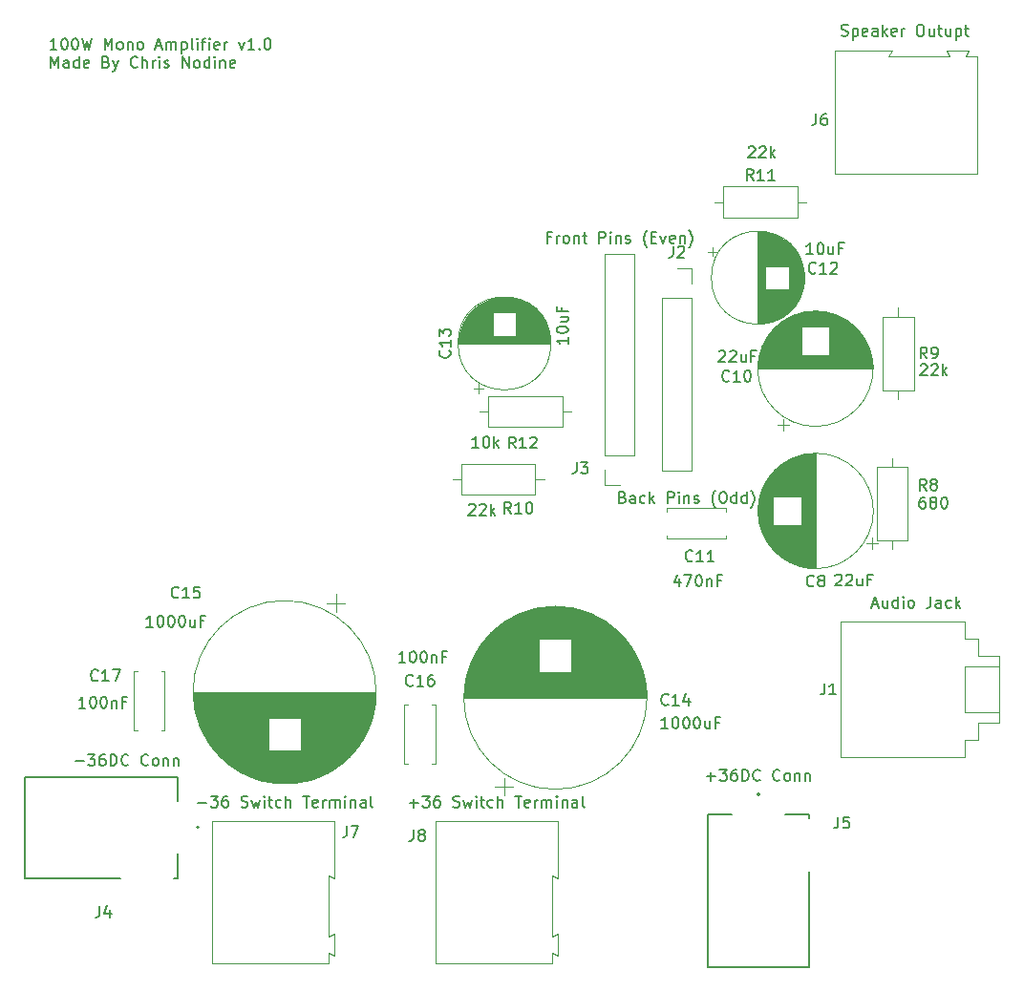
<source format=gbr>
%TF.GenerationSoftware,KiCad,Pcbnew,7.0.1-0*%
%TF.CreationDate,2023-05-21T16:13:56-06:00*%
%TF.ProjectId,100W Amplifier IS,31303057-2041-46d7-906c-696669657220,rev?*%
%TF.SameCoordinates,Original*%
%TF.FileFunction,Legend,Top*%
%TF.FilePolarity,Positive*%
%FSLAX46Y46*%
G04 Gerber Fmt 4.6, Leading zero omitted, Abs format (unit mm)*
G04 Created by KiCad (PCBNEW 7.0.1-0) date 2023-05-21 16:13:56*
%MOMM*%
%LPD*%
G01*
G04 APERTURE LIST*
%ADD10C,0.150000*%
%ADD11C,0.120000*%
%ADD12C,0.127000*%
%ADD13C,0.200000*%
G04 APERTURE END LIST*
D10*
X113811904Y-40257619D02*
X113240476Y-40257619D01*
X113526190Y-40257619D02*
X113526190Y-39257619D01*
X113526190Y-39257619D02*
X113430952Y-39400476D01*
X113430952Y-39400476D02*
X113335714Y-39495714D01*
X113335714Y-39495714D02*
X113240476Y-39543333D01*
X114430952Y-39257619D02*
X114526190Y-39257619D01*
X114526190Y-39257619D02*
X114621428Y-39305238D01*
X114621428Y-39305238D02*
X114669047Y-39352857D01*
X114669047Y-39352857D02*
X114716666Y-39448095D01*
X114716666Y-39448095D02*
X114764285Y-39638571D01*
X114764285Y-39638571D02*
X114764285Y-39876666D01*
X114764285Y-39876666D02*
X114716666Y-40067142D01*
X114716666Y-40067142D02*
X114669047Y-40162380D01*
X114669047Y-40162380D02*
X114621428Y-40210000D01*
X114621428Y-40210000D02*
X114526190Y-40257619D01*
X114526190Y-40257619D02*
X114430952Y-40257619D01*
X114430952Y-40257619D02*
X114335714Y-40210000D01*
X114335714Y-40210000D02*
X114288095Y-40162380D01*
X114288095Y-40162380D02*
X114240476Y-40067142D01*
X114240476Y-40067142D02*
X114192857Y-39876666D01*
X114192857Y-39876666D02*
X114192857Y-39638571D01*
X114192857Y-39638571D02*
X114240476Y-39448095D01*
X114240476Y-39448095D02*
X114288095Y-39352857D01*
X114288095Y-39352857D02*
X114335714Y-39305238D01*
X114335714Y-39305238D02*
X114430952Y-39257619D01*
X115383333Y-39257619D02*
X115478571Y-39257619D01*
X115478571Y-39257619D02*
X115573809Y-39305238D01*
X115573809Y-39305238D02*
X115621428Y-39352857D01*
X115621428Y-39352857D02*
X115669047Y-39448095D01*
X115669047Y-39448095D02*
X115716666Y-39638571D01*
X115716666Y-39638571D02*
X115716666Y-39876666D01*
X115716666Y-39876666D02*
X115669047Y-40067142D01*
X115669047Y-40067142D02*
X115621428Y-40162380D01*
X115621428Y-40162380D02*
X115573809Y-40210000D01*
X115573809Y-40210000D02*
X115478571Y-40257619D01*
X115478571Y-40257619D02*
X115383333Y-40257619D01*
X115383333Y-40257619D02*
X115288095Y-40210000D01*
X115288095Y-40210000D02*
X115240476Y-40162380D01*
X115240476Y-40162380D02*
X115192857Y-40067142D01*
X115192857Y-40067142D02*
X115145238Y-39876666D01*
X115145238Y-39876666D02*
X115145238Y-39638571D01*
X115145238Y-39638571D02*
X115192857Y-39448095D01*
X115192857Y-39448095D02*
X115240476Y-39352857D01*
X115240476Y-39352857D02*
X115288095Y-39305238D01*
X115288095Y-39305238D02*
X115383333Y-39257619D01*
X116050000Y-39257619D02*
X116288095Y-40257619D01*
X116288095Y-40257619D02*
X116478571Y-39543333D01*
X116478571Y-39543333D02*
X116669047Y-40257619D01*
X116669047Y-40257619D02*
X116907143Y-39257619D01*
X118050000Y-40257619D02*
X118050000Y-39257619D01*
X118050000Y-39257619D02*
X118383333Y-39971904D01*
X118383333Y-39971904D02*
X118716666Y-39257619D01*
X118716666Y-39257619D02*
X118716666Y-40257619D01*
X119335714Y-40257619D02*
X119240476Y-40210000D01*
X119240476Y-40210000D02*
X119192857Y-40162380D01*
X119192857Y-40162380D02*
X119145238Y-40067142D01*
X119145238Y-40067142D02*
X119145238Y-39781428D01*
X119145238Y-39781428D02*
X119192857Y-39686190D01*
X119192857Y-39686190D02*
X119240476Y-39638571D01*
X119240476Y-39638571D02*
X119335714Y-39590952D01*
X119335714Y-39590952D02*
X119478571Y-39590952D01*
X119478571Y-39590952D02*
X119573809Y-39638571D01*
X119573809Y-39638571D02*
X119621428Y-39686190D01*
X119621428Y-39686190D02*
X119669047Y-39781428D01*
X119669047Y-39781428D02*
X119669047Y-40067142D01*
X119669047Y-40067142D02*
X119621428Y-40162380D01*
X119621428Y-40162380D02*
X119573809Y-40210000D01*
X119573809Y-40210000D02*
X119478571Y-40257619D01*
X119478571Y-40257619D02*
X119335714Y-40257619D01*
X120097619Y-39590952D02*
X120097619Y-40257619D01*
X120097619Y-39686190D02*
X120145238Y-39638571D01*
X120145238Y-39638571D02*
X120240476Y-39590952D01*
X120240476Y-39590952D02*
X120383333Y-39590952D01*
X120383333Y-39590952D02*
X120478571Y-39638571D01*
X120478571Y-39638571D02*
X120526190Y-39733809D01*
X120526190Y-39733809D02*
X120526190Y-40257619D01*
X121145238Y-40257619D02*
X121050000Y-40210000D01*
X121050000Y-40210000D02*
X121002381Y-40162380D01*
X121002381Y-40162380D02*
X120954762Y-40067142D01*
X120954762Y-40067142D02*
X120954762Y-39781428D01*
X120954762Y-39781428D02*
X121002381Y-39686190D01*
X121002381Y-39686190D02*
X121050000Y-39638571D01*
X121050000Y-39638571D02*
X121145238Y-39590952D01*
X121145238Y-39590952D02*
X121288095Y-39590952D01*
X121288095Y-39590952D02*
X121383333Y-39638571D01*
X121383333Y-39638571D02*
X121430952Y-39686190D01*
X121430952Y-39686190D02*
X121478571Y-39781428D01*
X121478571Y-39781428D02*
X121478571Y-40067142D01*
X121478571Y-40067142D02*
X121430952Y-40162380D01*
X121430952Y-40162380D02*
X121383333Y-40210000D01*
X121383333Y-40210000D02*
X121288095Y-40257619D01*
X121288095Y-40257619D02*
X121145238Y-40257619D01*
X122621429Y-39971904D02*
X123097619Y-39971904D01*
X122526191Y-40257619D02*
X122859524Y-39257619D01*
X122859524Y-39257619D02*
X123192857Y-40257619D01*
X123526191Y-40257619D02*
X123526191Y-39590952D01*
X123526191Y-39686190D02*
X123573810Y-39638571D01*
X123573810Y-39638571D02*
X123669048Y-39590952D01*
X123669048Y-39590952D02*
X123811905Y-39590952D01*
X123811905Y-39590952D02*
X123907143Y-39638571D01*
X123907143Y-39638571D02*
X123954762Y-39733809D01*
X123954762Y-39733809D02*
X123954762Y-40257619D01*
X123954762Y-39733809D02*
X124002381Y-39638571D01*
X124002381Y-39638571D02*
X124097619Y-39590952D01*
X124097619Y-39590952D02*
X124240476Y-39590952D01*
X124240476Y-39590952D02*
X124335715Y-39638571D01*
X124335715Y-39638571D02*
X124383334Y-39733809D01*
X124383334Y-39733809D02*
X124383334Y-40257619D01*
X124859524Y-39590952D02*
X124859524Y-40590952D01*
X124859524Y-39638571D02*
X124954762Y-39590952D01*
X124954762Y-39590952D02*
X125145238Y-39590952D01*
X125145238Y-39590952D02*
X125240476Y-39638571D01*
X125240476Y-39638571D02*
X125288095Y-39686190D01*
X125288095Y-39686190D02*
X125335714Y-39781428D01*
X125335714Y-39781428D02*
X125335714Y-40067142D01*
X125335714Y-40067142D02*
X125288095Y-40162380D01*
X125288095Y-40162380D02*
X125240476Y-40210000D01*
X125240476Y-40210000D02*
X125145238Y-40257619D01*
X125145238Y-40257619D02*
X124954762Y-40257619D01*
X124954762Y-40257619D02*
X124859524Y-40210000D01*
X125907143Y-40257619D02*
X125811905Y-40210000D01*
X125811905Y-40210000D02*
X125764286Y-40114761D01*
X125764286Y-40114761D02*
X125764286Y-39257619D01*
X126288096Y-40257619D02*
X126288096Y-39590952D01*
X126288096Y-39257619D02*
X126240477Y-39305238D01*
X126240477Y-39305238D02*
X126288096Y-39352857D01*
X126288096Y-39352857D02*
X126335715Y-39305238D01*
X126335715Y-39305238D02*
X126288096Y-39257619D01*
X126288096Y-39257619D02*
X126288096Y-39352857D01*
X126621429Y-39590952D02*
X127002381Y-39590952D01*
X126764286Y-40257619D02*
X126764286Y-39400476D01*
X126764286Y-39400476D02*
X126811905Y-39305238D01*
X126811905Y-39305238D02*
X126907143Y-39257619D01*
X126907143Y-39257619D02*
X127002381Y-39257619D01*
X127335715Y-40257619D02*
X127335715Y-39590952D01*
X127335715Y-39257619D02*
X127288096Y-39305238D01*
X127288096Y-39305238D02*
X127335715Y-39352857D01*
X127335715Y-39352857D02*
X127383334Y-39305238D01*
X127383334Y-39305238D02*
X127335715Y-39257619D01*
X127335715Y-39257619D02*
X127335715Y-39352857D01*
X128192857Y-40210000D02*
X128097619Y-40257619D01*
X128097619Y-40257619D02*
X127907143Y-40257619D01*
X127907143Y-40257619D02*
X127811905Y-40210000D01*
X127811905Y-40210000D02*
X127764286Y-40114761D01*
X127764286Y-40114761D02*
X127764286Y-39733809D01*
X127764286Y-39733809D02*
X127811905Y-39638571D01*
X127811905Y-39638571D02*
X127907143Y-39590952D01*
X127907143Y-39590952D02*
X128097619Y-39590952D01*
X128097619Y-39590952D02*
X128192857Y-39638571D01*
X128192857Y-39638571D02*
X128240476Y-39733809D01*
X128240476Y-39733809D02*
X128240476Y-39829047D01*
X128240476Y-39829047D02*
X127764286Y-39924285D01*
X128669048Y-40257619D02*
X128669048Y-39590952D01*
X128669048Y-39781428D02*
X128716667Y-39686190D01*
X128716667Y-39686190D02*
X128764286Y-39638571D01*
X128764286Y-39638571D02*
X128859524Y-39590952D01*
X128859524Y-39590952D02*
X128954762Y-39590952D01*
X129954763Y-39590952D02*
X130192858Y-40257619D01*
X130192858Y-40257619D02*
X130430953Y-39590952D01*
X131335715Y-40257619D02*
X130764287Y-40257619D01*
X131050001Y-40257619D02*
X131050001Y-39257619D01*
X131050001Y-39257619D02*
X130954763Y-39400476D01*
X130954763Y-39400476D02*
X130859525Y-39495714D01*
X130859525Y-39495714D02*
X130764287Y-39543333D01*
X131764287Y-40162380D02*
X131811906Y-40210000D01*
X131811906Y-40210000D02*
X131764287Y-40257619D01*
X131764287Y-40257619D02*
X131716668Y-40210000D01*
X131716668Y-40210000D02*
X131764287Y-40162380D01*
X131764287Y-40162380D02*
X131764287Y-40257619D01*
X132430953Y-39257619D02*
X132526191Y-39257619D01*
X132526191Y-39257619D02*
X132621429Y-39305238D01*
X132621429Y-39305238D02*
X132669048Y-39352857D01*
X132669048Y-39352857D02*
X132716667Y-39448095D01*
X132716667Y-39448095D02*
X132764286Y-39638571D01*
X132764286Y-39638571D02*
X132764286Y-39876666D01*
X132764286Y-39876666D02*
X132716667Y-40067142D01*
X132716667Y-40067142D02*
X132669048Y-40162380D01*
X132669048Y-40162380D02*
X132621429Y-40210000D01*
X132621429Y-40210000D02*
X132526191Y-40257619D01*
X132526191Y-40257619D02*
X132430953Y-40257619D01*
X132430953Y-40257619D02*
X132335715Y-40210000D01*
X132335715Y-40210000D02*
X132288096Y-40162380D01*
X132288096Y-40162380D02*
X132240477Y-40067142D01*
X132240477Y-40067142D02*
X132192858Y-39876666D01*
X132192858Y-39876666D02*
X132192858Y-39638571D01*
X132192858Y-39638571D02*
X132240477Y-39448095D01*
X132240477Y-39448095D02*
X132288096Y-39352857D01*
X132288096Y-39352857D02*
X132335715Y-39305238D01*
X132335715Y-39305238D02*
X132430953Y-39257619D01*
X113288095Y-41877619D02*
X113288095Y-40877619D01*
X113288095Y-40877619D02*
X113621428Y-41591904D01*
X113621428Y-41591904D02*
X113954761Y-40877619D01*
X113954761Y-40877619D02*
X113954761Y-41877619D01*
X114859523Y-41877619D02*
X114859523Y-41353809D01*
X114859523Y-41353809D02*
X114811904Y-41258571D01*
X114811904Y-41258571D02*
X114716666Y-41210952D01*
X114716666Y-41210952D02*
X114526190Y-41210952D01*
X114526190Y-41210952D02*
X114430952Y-41258571D01*
X114859523Y-41830000D02*
X114764285Y-41877619D01*
X114764285Y-41877619D02*
X114526190Y-41877619D01*
X114526190Y-41877619D02*
X114430952Y-41830000D01*
X114430952Y-41830000D02*
X114383333Y-41734761D01*
X114383333Y-41734761D02*
X114383333Y-41639523D01*
X114383333Y-41639523D02*
X114430952Y-41544285D01*
X114430952Y-41544285D02*
X114526190Y-41496666D01*
X114526190Y-41496666D02*
X114764285Y-41496666D01*
X114764285Y-41496666D02*
X114859523Y-41449047D01*
X115764285Y-41877619D02*
X115764285Y-40877619D01*
X115764285Y-41830000D02*
X115669047Y-41877619D01*
X115669047Y-41877619D02*
X115478571Y-41877619D01*
X115478571Y-41877619D02*
X115383333Y-41830000D01*
X115383333Y-41830000D02*
X115335714Y-41782380D01*
X115335714Y-41782380D02*
X115288095Y-41687142D01*
X115288095Y-41687142D02*
X115288095Y-41401428D01*
X115288095Y-41401428D02*
X115335714Y-41306190D01*
X115335714Y-41306190D02*
X115383333Y-41258571D01*
X115383333Y-41258571D02*
X115478571Y-41210952D01*
X115478571Y-41210952D02*
X115669047Y-41210952D01*
X115669047Y-41210952D02*
X115764285Y-41258571D01*
X116621428Y-41830000D02*
X116526190Y-41877619D01*
X116526190Y-41877619D02*
X116335714Y-41877619D01*
X116335714Y-41877619D02*
X116240476Y-41830000D01*
X116240476Y-41830000D02*
X116192857Y-41734761D01*
X116192857Y-41734761D02*
X116192857Y-41353809D01*
X116192857Y-41353809D02*
X116240476Y-41258571D01*
X116240476Y-41258571D02*
X116335714Y-41210952D01*
X116335714Y-41210952D02*
X116526190Y-41210952D01*
X116526190Y-41210952D02*
X116621428Y-41258571D01*
X116621428Y-41258571D02*
X116669047Y-41353809D01*
X116669047Y-41353809D02*
X116669047Y-41449047D01*
X116669047Y-41449047D02*
X116192857Y-41544285D01*
X118192857Y-41353809D02*
X118335714Y-41401428D01*
X118335714Y-41401428D02*
X118383333Y-41449047D01*
X118383333Y-41449047D02*
X118430952Y-41544285D01*
X118430952Y-41544285D02*
X118430952Y-41687142D01*
X118430952Y-41687142D02*
X118383333Y-41782380D01*
X118383333Y-41782380D02*
X118335714Y-41830000D01*
X118335714Y-41830000D02*
X118240476Y-41877619D01*
X118240476Y-41877619D02*
X117859524Y-41877619D01*
X117859524Y-41877619D02*
X117859524Y-40877619D01*
X117859524Y-40877619D02*
X118192857Y-40877619D01*
X118192857Y-40877619D02*
X118288095Y-40925238D01*
X118288095Y-40925238D02*
X118335714Y-40972857D01*
X118335714Y-40972857D02*
X118383333Y-41068095D01*
X118383333Y-41068095D02*
X118383333Y-41163333D01*
X118383333Y-41163333D02*
X118335714Y-41258571D01*
X118335714Y-41258571D02*
X118288095Y-41306190D01*
X118288095Y-41306190D02*
X118192857Y-41353809D01*
X118192857Y-41353809D02*
X117859524Y-41353809D01*
X118764286Y-41210952D02*
X119002381Y-41877619D01*
X119240476Y-41210952D02*
X119002381Y-41877619D01*
X119002381Y-41877619D02*
X118907143Y-42115714D01*
X118907143Y-42115714D02*
X118859524Y-42163333D01*
X118859524Y-42163333D02*
X118764286Y-42210952D01*
X120954762Y-41782380D02*
X120907143Y-41830000D01*
X120907143Y-41830000D02*
X120764286Y-41877619D01*
X120764286Y-41877619D02*
X120669048Y-41877619D01*
X120669048Y-41877619D02*
X120526191Y-41830000D01*
X120526191Y-41830000D02*
X120430953Y-41734761D01*
X120430953Y-41734761D02*
X120383334Y-41639523D01*
X120383334Y-41639523D02*
X120335715Y-41449047D01*
X120335715Y-41449047D02*
X120335715Y-41306190D01*
X120335715Y-41306190D02*
X120383334Y-41115714D01*
X120383334Y-41115714D02*
X120430953Y-41020476D01*
X120430953Y-41020476D02*
X120526191Y-40925238D01*
X120526191Y-40925238D02*
X120669048Y-40877619D01*
X120669048Y-40877619D02*
X120764286Y-40877619D01*
X120764286Y-40877619D02*
X120907143Y-40925238D01*
X120907143Y-40925238D02*
X120954762Y-40972857D01*
X121383334Y-41877619D02*
X121383334Y-40877619D01*
X121811905Y-41877619D02*
X121811905Y-41353809D01*
X121811905Y-41353809D02*
X121764286Y-41258571D01*
X121764286Y-41258571D02*
X121669048Y-41210952D01*
X121669048Y-41210952D02*
X121526191Y-41210952D01*
X121526191Y-41210952D02*
X121430953Y-41258571D01*
X121430953Y-41258571D02*
X121383334Y-41306190D01*
X122288096Y-41877619D02*
X122288096Y-41210952D01*
X122288096Y-41401428D02*
X122335715Y-41306190D01*
X122335715Y-41306190D02*
X122383334Y-41258571D01*
X122383334Y-41258571D02*
X122478572Y-41210952D01*
X122478572Y-41210952D02*
X122573810Y-41210952D01*
X122907144Y-41877619D02*
X122907144Y-41210952D01*
X122907144Y-40877619D02*
X122859525Y-40925238D01*
X122859525Y-40925238D02*
X122907144Y-40972857D01*
X122907144Y-40972857D02*
X122954763Y-40925238D01*
X122954763Y-40925238D02*
X122907144Y-40877619D01*
X122907144Y-40877619D02*
X122907144Y-40972857D01*
X123335715Y-41830000D02*
X123430953Y-41877619D01*
X123430953Y-41877619D02*
X123621429Y-41877619D01*
X123621429Y-41877619D02*
X123716667Y-41830000D01*
X123716667Y-41830000D02*
X123764286Y-41734761D01*
X123764286Y-41734761D02*
X123764286Y-41687142D01*
X123764286Y-41687142D02*
X123716667Y-41591904D01*
X123716667Y-41591904D02*
X123621429Y-41544285D01*
X123621429Y-41544285D02*
X123478572Y-41544285D01*
X123478572Y-41544285D02*
X123383334Y-41496666D01*
X123383334Y-41496666D02*
X123335715Y-41401428D01*
X123335715Y-41401428D02*
X123335715Y-41353809D01*
X123335715Y-41353809D02*
X123383334Y-41258571D01*
X123383334Y-41258571D02*
X123478572Y-41210952D01*
X123478572Y-41210952D02*
X123621429Y-41210952D01*
X123621429Y-41210952D02*
X123716667Y-41258571D01*
X124954763Y-41877619D02*
X124954763Y-40877619D01*
X124954763Y-40877619D02*
X125526191Y-41877619D01*
X125526191Y-41877619D02*
X125526191Y-40877619D01*
X126145239Y-41877619D02*
X126050001Y-41830000D01*
X126050001Y-41830000D02*
X126002382Y-41782380D01*
X126002382Y-41782380D02*
X125954763Y-41687142D01*
X125954763Y-41687142D02*
X125954763Y-41401428D01*
X125954763Y-41401428D02*
X126002382Y-41306190D01*
X126002382Y-41306190D02*
X126050001Y-41258571D01*
X126050001Y-41258571D02*
X126145239Y-41210952D01*
X126145239Y-41210952D02*
X126288096Y-41210952D01*
X126288096Y-41210952D02*
X126383334Y-41258571D01*
X126383334Y-41258571D02*
X126430953Y-41306190D01*
X126430953Y-41306190D02*
X126478572Y-41401428D01*
X126478572Y-41401428D02*
X126478572Y-41687142D01*
X126478572Y-41687142D02*
X126430953Y-41782380D01*
X126430953Y-41782380D02*
X126383334Y-41830000D01*
X126383334Y-41830000D02*
X126288096Y-41877619D01*
X126288096Y-41877619D02*
X126145239Y-41877619D01*
X127335715Y-41877619D02*
X127335715Y-40877619D01*
X127335715Y-41830000D02*
X127240477Y-41877619D01*
X127240477Y-41877619D02*
X127050001Y-41877619D01*
X127050001Y-41877619D02*
X126954763Y-41830000D01*
X126954763Y-41830000D02*
X126907144Y-41782380D01*
X126907144Y-41782380D02*
X126859525Y-41687142D01*
X126859525Y-41687142D02*
X126859525Y-41401428D01*
X126859525Y-41401428D02*
X126907144Y-41306190D01*
X126907144Y-41306190D02*
X126954763Y-41258571D01*
X126954763Y-41258571D02*
X127050001Y-41210952D01*
X127050001Y-41210952D02*
X127240477Y-41210952D01*
X127240477Y-41210952D02*
X127335715Y-41258571D01*
X127811906Y-41877619D02*
X127811906Y-41210952D01*
X127811906Y-40877619D02*
X127764287Y-40925238D01*
X127764287Y-40925238D02*
X127811906Y-40972857D01*
X127811906Y-40972857D02*
X127859525Y-40925238D01*
X127859525Y-40925238D02*
X127811906Y-40877619D01*
X127811906Y-40877619D02*
X127811906Y-40972857D01*
X128288096Y-41210952D02*
X128288096Y-41877619D01*
X128288096Y-41306190D02*
X128335715Y-41258571D01*
X128335715Y-41258571D02*
X128430953Y-41210952D01*
X128430953Y-41210952D02*
X128573810Y-41210952D01*
X128573810Y-41210952D02*
X128669048Y-41258571D01*
X128669048Y-41258571D02*
X128716667Y-41353809D01*
X128716667Y-41353809D02*
X128716667Y-41877619D01*
X129573810Y-41830000D02*
X129478572Y-41877619D01*
X129478572Y-41877619D02*
X129288096Y-41877619D01*
X129288096Y-41877619D02*
X129192858Y-41830000D01*
X129192858Y-41830000D02*
X129145239Y-41734761D01*
X129145239Y-41734761D02*
X129145239Y-41353809D01*
X129145239Y-41353809D02*
X129192858Y-41258571D01*
X129192858Y-41258571D02*
X129288096Y-41210952D01*
X129288096Y-41210952D02*
X129478572Y-41210952D01*
X129478572Y-41210952D02*
X129573810Y-41258571D01*
X129573810Y-41258571D02*
X129621429Y-41353809D01*
X129621429Y-41353809D02*
X129621429Y-41449047D01*
X129621429Y-41449047D02*
X129145239Y-41544285D01*
%TO.C,*%
%TO.C,R9*%
X190933333Y-67662619D02*
X190600000Y-67186428D01*
X190361905Y-67662619D02*
X190361905Y-66662619D01*
X190361905Y-66662619D02*
X190742857Y-66662619D01*
X190742857Y-66662619D02*
X190838095Y-66710238D01*
X190838095Y-66710238D02*
X190885714Y-66757857D01*
X190885714Y-66757857D02*
X190933333Y-66853095D01*
X190933333Y-66853095D02*
X190933333Y-66995952D01*
X190933333Y-66995952D02*
X190885714Y-67091190D01*
X190885714Y-67091190D02*
X190838095Y-67138809D01*
X190838095Y-67138809D02*
X190742857Y-67186428D01*
X190742857Y-67186428D02*
X190361905Y-67186428D01*
X191409524Y-67662619D02*
X191600000Y-67662619D01*
X191600000Y-67662619D02*
X191695238Y-67615000D01*
X191695238Y-67615000D02*
X191742857Y-67567380D01*
X191742857Y-67567380D02*
X191838095Y-67424523D01*
X191838095Y-67424523D02*
X191885714Y-67234047D01*
X191885714Y-67234047D02*
X191885714Y-66853095D01*
X191885714Y-66853095D02*
X191838095Y-66757857D01*
X191838095Y-66757857D02*
X191790476Y-66710238D01*
X191790476Y-66710238D02*
X191695238Y-66662619D01*
X191695238Y-66662619D02*
X191504762Y-66662619D01*
X191504762Y-66662619D02*
X191409524Y-66710238D01*
X191409524Y-66710238D02*
X191361905Y-66757857D01*
X191361905Y-66757857D02*
X191314286Y-66853095D01*
X191314286Y-66853095D02*
X191314286Y-67091190D01*
X191314286Y-67091190D02*
X191361905Y-67186428D01*
X191361905Y-67186428D02*
X191409524Y-67234047D01*
X191409524Y-67234047D02*
X191504762Y-67281666D01*
X191504762Y-67281666D02*
X191695238Y-67281666D01*
X191695238Y-67281666D02*
X191790476Y-67234047D01*
X191790476Y-67234047D02*
X191838095Y-67186428D01*
X191838095Y-67186428D02*
X191885714Y-67091190D01*
X190383333Y-68257857D02*
X190430952Y-68210238D01*
X190430952Y-68210238D02*
X190526190Y-68162619D01*
X190526190Y-68162619D02*
X190764285Y-68162619D01*
X190764285Y-68162619D02*
X190859523Y-68210238D01*
X190859523Y-68210238D02*
X190907142Y-68257857D01*
X190907142Y-68257857D02*
X190954761Y-68353095D01*
X190954761Y-68353095D02*
X190954761Y-68448333D01*
X190954761Y-68448333D02*
X190907142Y-68591190D01*
X190907142Y-68591190D02*
X190335714Y-69162619D01*
X190335714Y-69162619D02*
X190954761Y-69162619D01*
X191335714Y-68257857D02*
X191383333Y-68210238D01*
X191383333Y-68210238D02*
X191478571Y-68162619D01*
X191478571Y-68162619D02*
X191716666Y-68162619D01*
X191716666Y-68162619D02*
X191811904Y-68210238D01*
X191811904Y-68210238D02*
X191859523Y-68257857D01*
X191859523Y-68257857D02*
X191907142Y-68353095D01*
X191907142Y-68353095D02*
X191907142Y-68448333D01*
X191907142Y-68448333D02*
X191859523Y-68591190D01*
X191859523Y-68591190D02*
X191288095Y-69162619D01*
X191288095Y-69162619D02*
X191907142Y-69162619D01*
X192335714Y-69162619D02*
X192335714Y-68162619D01*
X192430952Y-68781666D02*
X192716666Y-69162619D01*
X192716666Y-68495952D02*
X192335714Y-68876904D01*
%TO.C,R10*%
X154057142Y-81412619D02*
X153723809Y-80936428D01*
X153485714Y-81412619D02*
X153485714Y-80412619D01*
X153485714Y-80412619D02*
X153866666Y-80412619D01*
X153866666Y-80412619D02*
X153961904Y-80460238D01*
X153961904Y-80460238D02*
X154009523Y-80507857D01*
X154009523Y-80507857D02*
X154057142Y-80603095D01*
X154057142Y-80603095D02*
X154057142Y-80745952D01*
X154057142Y-80745952D02*
X154009523Y-80841190D01*
X154009523Y-80841190D02*
X153961904Y-80888809D01*
X153961904Y-80888809D02*
X153866666Y-80936428D01*
X153866666Y-80936428D02*
X153485714Y-80936428D01*
X155009523Y-81412619D02*
X154438095Y-81412619D01*
X154723809Y-81412619D02*
X154723809Y-80412619D01*
X154723809Y-80412619D02*
X154628571Y-80555476D01*
X154628571Y-80555476D02*
X154533333Y-80650714D01*
X154533333Y-80650714D02*
X154438095Y-80698333D01*
X155628571Y-80412619D02*
X155723809Y-80412619D01*
X155723809Y-80412619D02*
X155819047Y-80460238D01*
X155819047Y-80460238D02*
X155866666Y-80507857D01*
X155866666Y-80507857D02*
X155914285Y-80603095D01*
X155914285Y-80603095D02*
X155961904Y-80793571D01*
X155961904Y-80793571D02*
X155961904Y-81031666D01*
X155961904Y-81031666D02*
X155914285Y-81222142D01*
X155914285Y-81222142D02*
X155866666Y-81317380D01*
X155866666Y-81317380D02*
X155819047Y-81365000D01*
X155819047Y-81365000D02*
X155723809Y-81412619D01*
X155723809Y-81412619D02*
X155628571Y-81412619D01*
X155628571Y-81412619D02*
X155533333Y-81365000D01*
X155533333Y-81365000D02*
X155485714Y-81317380D01*
X155485714Y-81317380D02*
X155438095Y-81222142D01*
X155438095Y-81222142D02*
X155390476Y-81031666D01*
X155390476Y-81031666D02*
X155390476Y-80793571D01*
X155390476Y-80793571D02*
X155438095Y-80603095D01*
X155438095Y-80603095D02*
X155485714Y-80507857D01*
X155485714Y-80507857D02*
X155533333Y-80460238D01*
X155533333Y-80460238D02*
X155628571Y-80412619D01*
X150333333Y-80657857D02*
X150380952Y-80610238D01*
X150380952Y-80610238D02*
X150476190Y-80562619D01*
X150476190Y-80562619D02*
X150714285Y-80562619D01*
X150714285Y-80562619D02*
X150809523Y-80610238D01*
X150809523Y-80610238D02*
X150857142Y-80657857D01*
X150857142Y-80657857D02*
X150904761Y-80753095D01*
X150904761Y-80753095D02*
X150904761Y-80848333D01*
X150904761Y-80848333D02*
X150857142Y-80991190D01*
X150857142Y-80991190D02*
X150285714Y-81562619D01*
X150285714Y-81562619D02*
X150904761Y-81562619D01*
X151285714Y-80657857D02*
X151333333Y-80610238D01*
X151333333Y-80610238D02*
X151428571Y-80562619D01*
X151428571Y-80562619D02*
X151666666Y-80562619D01*
X151666666Y-80562619D02*
X151761904Y-80610238D01*
X151761904Y-80610238D02*
X151809523Y-80657857D01*
X151809523Y-80657857D02*
X151857142Y-80753095D01*
X151857142Y-80753095D02*
X151857142Y-80848333D01*
X151857142Y-80848333D02*
X151809523Y-80991190D01*
X151809523Y-80991190D02*
X151238095Y-81562619D01*
X151238095Y-81562619D02*
X151857142Y-81562619D01*
X152285714Y-81562619D02*
X152285714Y-80562619D01*
X152380952Y-81181666D02*
X152666666Y-81562619D01*
X152666666Y-80895952D02*
X152285714Y-81276904D01*
%TO.C,C10*%
X173407142Y-69617380D02*
X173359523Y-69665000D01*
X173359523Y-69665000D02*
X173216666Y-69712619D01*
X173216666Y-69712619D02*
X173121428Y-69712619D01*
X173121428Y-69712619D02*
X172978571Y-69665000D01*
X172978571Y-69665000D02*
X172883333Y-69569761D01*
X172883333Y-69569761D02*
X172835714Y-69474523D01*
X172835714Y-69474523D02*
X172788095Y-69284047D01*
X172788095Y-69284047D02*
X172788095Y-69141190D01*
X172788095Y-69141190D02*
X172835714Y-68950714D01*
X172835714Y-68950714D02*
X172883333Y-68855476D01*
X172883333Y-68855476D02*
X172978571Y-68760238D01*
X172978571Y-68760238D02*
X173121428Y-68712619D01*
X173121428Y-68712619D02*
X173216666Y-68712619D01*
X173216666Y-68712619D02*
X173359523Y-68760238D01*
X173359523Y-68760238D02*
X173407142Y-68807857D01*
X174359523Y-69712619D02*
X173788095Y-69712619D01*
X174073809Y-69712619D02*
X174073809Y-68712619D01*
X174073809Y-68712619D02*
X173978571Y-68855476D01*
X173978571Y-68855476D02*
X173883333Y-68950714D01*
X173883333Y-68950714D02*
X173788095Y-68998333D01*
X174978571Y-68712619D02*
X175073809Y-68712619D01*
X175073809Y-68712619D02*
X175169047Y-68760238D01*
X175169047Y-68760238D02*
X175216666Y-68807857D01*
X175216666Y-68807857D02*
X175264285Y-68903095D01*
X175264285Y-68903095D02*
X175311904Y-69093571D01*
X175311904Y-69093571D02*
X175311904Y-69331666D01*
X175311904Y-69331666D02*
X175264285Y-69522142D01*
X175264285Y-69522142D02*
X175216666Y-69617380D01*
X175216666Y-69617380D02*
X175169047Y-69665000D01*
X175169047Y-69665000D02*
X175073809Y-69712619D01*
X175073809Y-69712619D02*
X174978571Y-69712619D01*
X174978571Y-69712619D02*
X174883333Y-69665000D01*
X174883333Y-69665000D02*
X174835714Y-69617380D01*
X174835714Y-69617380D02*
X174788095Y-69522142D01*
X174788095Y-69522142D02*
X174740476Y-69331666D01*
X174740476Y-69331666D02*
X174740476Y-69093571D01*
X174740476Y-69093571D02*
X174788095Y-68903095D01*
X174788095Y-68903095D02*
X174835714Y-68807857D01*
X174835714Y-68807857D02*
X174883333Y-68760238D01*
X174883333Y-68760238D02*
X174978571Y-68712619D01*
X172507143Y-67057857D02*
X172554762Y-67010238D01*
X172554762Y-67010238D02*
X172650000Y-66962619D01*
X172650000Y-66962619D02*
X172888095Y-66962619D01*
X172888095Y-66962619D02*
X172983333Y-67010238D01*
X172983333Y-67010238D02*
X173030952Y-67057857D01*
X173030952Y-67057857D02*
X173078571Y-67153095D01*
X173078571Y-67153095D02*
X173078571Y-67248333D01*
X173078571Y-67248333D02*
X173030952Y-67391190D01*
X173030952Y-67391190D02*
X172459524Y-67962619D01*
X172459524Y-67962619D02*
X173078571Y-67962619D01*
X173459524Y-67057857D02*
X173507143Y-67010238D01*
X173507143Y-67010238D02*
X173602381Y-66962619D01*
X173602381Y-66962619D02*
X173840476Y-66962619D01*
X173840476Y-66962619D02*
X173935714Y-67010238D01*
X173935714Y-67010238D02*
X173983333Y-67057857D01*
X173983333Y-67057857D02*
X174030952Y-67153095D01*
X174030952Y-67153095D02*
X174030952Y-67248333D01*
X174030952Y-67248333D02*
X173983333Y-67391190D01*
X173983333Y-67391190D02*
X173411905Y-67962619D01*
X173411905Y-67962619D02*
X174030952Y-67962619D01*
X174888095Y-67295952D02*
X174888095Y-67962619D01*
X174459524Y-67295952D02*
X174459524Y-67819761D01*
X174459524Y-67819761D02*
X174507143Y-67915000D01*
X174507143Y-67915000D02*
X174602381Y-67962619D01*
X174602381Y-67962619D02*
X174745238Y-67962619D01*
X174745238Y-67962619D02*
X174840476Y-67915000D01*
X174840476Y-67915000D02*
X174888095Y-67867380D01*
X175697619Y-67438809D02*
X175364286Y-67438809D01*
X175364286Y-67962619D02*
X175364286Y-66962619D01*
X175364286Y-66962619D02*
X175840476Y-66962619D01*
%TO.C,C15*%
X124607142Y-88817380D02*
X124559523Y-88865000D01*
X124559523Y-88865000D02*
X124416666Y-88912619D01*
X124416666Y-88912619D02*
X124321428Y-88912619D01*
X124321428Y-88912619D02*
X124178571Y-88865000D01*
X124178571Y-88865000D02*
X124083333Y-88769761D01*
X124083333Y-88769761D02*
X124035714Y-88674523D01*
X124035714Y-88674523D02*
X123988095Y-88484047D01*
X123988095Y-88484047D02*
X123988095Y-88341190D01*
X123988095Y-88341190D02*
X124035714Y-88150714D01*
X124035714Y-88150714D02*
X124083333Y-88055476D01*
X124083333Y-88055476D02*
X124178571Y-87960238D01*
X124178571Y-87960238D02*
X124321428Y-87912619D01*
X124321428Y-87912619D02*
X124416666Y-87912619D01*
X124416666Y-87912619D02*
X124559523Y-87960238D01*
X124559523Y-87960238D02*
X124607142Y-88007857D01*
X125559523Y-88912619D02*
X124988095Y-88912619D01*
X125273809Y-88912619D02*
X125273809Y-87912619D01*
X125273809Y-87912619D02*
X125178571Y-88055476D01*
X125178571Y-88055476D02*
X125083333Y-88150714D01*
X125083333Y-88150714D02*
X124988095Y-88198333D01*
X126464285Y-87912619D02*
X125988095Y-87912619D01*
X125988095Y-87912619D02*
X125940476Y-88388809D01*
X125940476Y-88388809D02*
X125988095Y-88341190D01*
X125988095Y-88341190D02*
X126083333Y-88293571D01*
X126083333Y-88293571D02*
X126321428Y-88293571D01*
X126321428Y-88293571D02*
X126416666Y-88341190D01*
X126416666Y-88341190D02*
X126464285Y-88388809D01*
X126464285Y-88388809D02*
X126511904Y-88484047D01*
X126511904Y-88484047D02*
X126511904Y-88722142D01*
X126511904Y-88722142D02*
X126464285Y-88817380D01*
X126464285Y-88817380D02*
X126416666Y-88865000D01*
X126416666Y-88865000D02*
X126321428Y-88912619D01*
X126321428Y-88912619D02*
X126083333Y-88912619D01*
X126083333Y-88912619D02*
X125988095Y-88865000D01*
X125988095Y-88865000D02*
X125940476Y-88817380D01*
X122326190Y-91462619D02*
X121754762Y-91462619D01*
X122040476Y-91462619D02*
X122040476Y-90462619D01*
X122040476Y-90462619D02*
X121945238Y-90605476D01*
X121945238Y-90605476D02*
X121850000Y-90700714D01*
X121850000Y-90700714D02*
X121754762Y-90748333D01*
X122945238Y-90462619D02*
X123040476Y-90462619D01*
X123040476Y-90462619D02*
X123135714Y-90510238D01*
X123135714Y-90510238D02*
X123183333Y-90557857D01*
X123183333Y-90557857D02*
X123230952Y-90653095D01*
X123230952Y-90653095D02*
X123278571Y-90843571D01*
X123278571Y-90843571D02*
X123278571Y-91081666D01*
X123278571Y-91081666D02*
X123230952Y-91272142D01*
X123230952Y-91272142D02*
X123183333Y-91367380D01*
X123183333Y-91367380D02*
X123135714Y-91415000D01*
X123135714Y-91415000D02*
X123040476Y-91462619D01*
X123040476Y-91462619D02*
X122945238Y-91462619D01*
X122945238Y-91462619D02*
X122850000Y-91415000D01*
X122850000Y-91415000D02*
X122802381Y-91367380D01*
X122802381Y-91367380D02*
X122754762Y-91272142D01*
X122754762Y-91272142D02*
X122707143Y-91081666D01*
X122707143Y-91081666D02*
X122707143Y-90843571D01*
X122707143Y-90843571D02*
X122754762Y-90653095D01*
X122754762Y-90653095D02*
X122802381Y-90557857D01*
X122802381Y-90557857D02*
X122850000Y-90510238D01*
X122850000Y-90510238D02*
X122945238Y-90462619D01*
X123897619Y-90462619D02*
X123992857Y-90462619D01*
X123992857Y-90462619D02*
X124088095Y-90510238D01*
X124088095Y-90510238D02*
X124135714Y-90557857D01*
X124135714Y-90557857D02*
X124183333Y-90653095D01*
X124183333Y-90653095D02*
X124230952Y-90843571D01*
X124230952Y-90843571D02*
X124230952Y-91081666D01*
X124230952Y-91081666D02*
X124183333Y-91272142D01*
X124183333Y-91272142D02*
X124135714Y-91367380D01*
X124135714Y-91367380D02*
X124088095Y-91415000D01*
X124088095Y-91415000D02*
X123992857Y-91462619D01*
X123992857Y-91462619D02*
X123897619Y-91462619D01*
X123897619Y-91462619D02*
X123802381Y-91415000D01*
X123802381Y-91415000D02*
X123754762Y-91367380D01*
X123754762Y-91367380D02*
X123707143Y-91272142D01*
X123707143Y-91272142D02*
X123659524Y-91081666D01*
X123659524Y-91081666D02*
X123659524Y-90843571D01*
X123659524Y-90843571D02*
X123707143Y-90653095D01*
X123707143Y-90653095D02*
X123754762Y-90557857D01*
X123754762Y-90557857D02*
X123802381Y-90510238D01*
X123802381Y-90510238D02*
X123897619Y-90462619D01*
X124850000Y-90462619D02*
X124945238Y-90462619D01*
X124945238Y-90462619D02*
X125040476Y-90510238D01*
X125040476Y-90510238D02*
X125088095Y-90557857D01*
X125088095Y-90557857D02*
X125135714Y-90653095D01*
X125135714Y-90653095D02*
X125183333Y-90843571D01*
X125183333Y-90843571D02*
X125183333Y-91081666D01*
X125183333Y-91081666D02*
X125135714Y-91272142D01*
X125135714Y-91272142D02*
X125088095Y-91367380D01*
X125088095Y-91367380D02*
X125040476Y-91415000D01*
X125040476Y-91415000D02*
X124945238Y-91462619D01*
X124945238Y-91462619D02*
X124850000Y-91462619D01*
X124850000Y-91462619D02*
X124754762Y-91415000D01*
X124754762Y-91415000D02*
X124707143Y-91367380D01*
X124707143Y-91367380D02*
X124659524Y-91272142D01*
X124659524Y-91272142D02*
X124611905Y-91081666D01*
X124611905Y-91081666D02*
X124611905Y-90843571D01*
X124611905Y-90843571D02*
X124659524Y-90653095D01*
X124659524Y-90653095D02*
X124707143Y-90557857D01*
X124707143Y-90557857D02*
X124754762Y-90510238D01*
X124754762Y-90510238D02*
X124850000Y-90462619D01*
X126040476Y-90795952D02*
X126040476Y-91462619D01*
X125611905Y-90795952D02*
X125611905Y-91319761D01*
X125611905Y-91319761D02*
X125659524Y-91415000D01*
X125659524Y-91415000D02*
X125754762Y-91462619D01*
X125754762Y-91462619D02*
X125897619Y-91462619D01*
X125897619Y-91462619D02*
X125992857Y-91415000D01*
X125992857Y-91415000D02*
X126040476Y-91367380D01*
X126850000Y-90938809D02*
X126516667Y-90938809D01*
X126516667Y-91462619D02*
X126516667Y-90462619D01*
X126516667Y-90462619D02*
X126992857Y-90462619D01*
%TO.C,J6*%
X181116666Y-45962619D02*
X181116666Y-46676904D01*
X181116666Y-46676904D02*
X181069047Y-46819761D01*
X181069047Y-46819761D02*
X180973809Y-46915000D01*
X180973809Y-46915000D02*
X180830952Y-46962619D01*
X180830952Y-46962619D02*
X180735714Y-46962619D01*
X182021428Y-45962619D02*
X181830952Y-45962619D01*
X181830952Y-45962619D02*
X181735714Y-46010238D01*
X181735714Y-46010238D02*
X181688095Y-46057857D01*
X181688095Y-46057857D02*
X181592857Y-46200714D01*
X181592857Y-46200714D02*
X181545238Y-46391190D01*
X181545238Y-46391190D02*
X181545238Y-46772142D01*
X181545238Y-46772142D02*
X181592857Y-46867380D01*
X181592857Y-46867380D02*
X181640476Y-46915000D01*
X181640476Y-46915000D02*
X181735714Y-46962619D01*
X181735714Y-46962619D02*
X181926190Y-46962619D01*
X181926190Y-46962619D02*
X182021428Y-46915000D01*
X182021428Y-46915000D02*
X182069047Y-46867380D01*
X182069047Y-46867380D02*
X182116666Y-46772142D01*
X182116666Y-46772142D02*
X182116666Y-46534047D01*
X182116666Y-46534047D02*
X182069047Y-46438809D01*
X182069047Y-46438809D02*
X182021428Y-46391190D01*
X182021428Y-46391190D02*
X181926190Y-46343571D01*
X181926190Y-46343571D02*
X181735714Y-46343571D01*
X181735714Y-46343571D02*
X181640476Y-46391190D01*
X181640476Y-46391190D02*
X181592857Y-46438809D01*
X181592857Y-46438809D02*
X181545238Y-46534047D01*
X183354761Y-39015000D02*
X183497618Y-39062619D01*
X183497618Y-39062619D02*
X183735713Y-39062619D01*
X183735713Y-39062619D02*
X183830951Y-39015000D01*
X183830951Y-39015000D02*
X183878570Y-38967380D01*
X183878570Y-38967380D02*
X183926189Y-38872142D01*
X183926189Y-38872142D02*
X183926189Y-38776904D01*
X183926189Y-38776904D02*
X183878570Y-38681666D01*
X183878570Y-38681666D02*
X183830951Y-38634047D01*
X183830951Y-38634047D02*
X183735713Y-38586428D01*
X183735713Y-38586428D02*
X183545237Y-38538809D01*
X183545237Y-38538809D02*
X183449999Y-38491190D01*
X183449999Y-38491190D02*
X183402380Y-38443571D01*
X183402380Y-38443571D02*
X183354761Y-38348333D01*
X183354761Y-38348333D02*
X183354761Y-38253095D01*
X183354761Y-38253095D02*
X183402380Y-38157857D01*
X183402380Y-38157857D02*
X183449999Y-38110238D01*
X183449999Y-38110238D02*
X183545237Y-38062619D01*
X183545237Y-38062619D02*
X183783332Y-38062619D01*
X183783332Y-38062619D02*
X183926189Y-38110238D01*
X184354761Y-38395952D02*
X184354761Y-39395952D01*
X184354761Y-38443571D02*
X184449999Y-38395952D01*
X184449999Y-38395952D02*
X184640475Y-38395952D01*
X184640475Y-38395952D02*
X184735713Y-38443571D01*
X184735713Y-38443571D02*
X184783332Y-38491190D01*
X184783332Y-38491190D02*
X184830951Y-38586428D01*
X184830951Y-38586428D02*
X184830951Y-38872142D01*
X184830951Y-38872142D02*
X184783332Y-38967380D01*
X184783332Y-38967380D02*
X184735713Y-39015000D01*
X184735713Y-39015000D02*
X184640475Y-39062619D01*
X184640475Y-39062619D02*
X184449999Y-39062619D01*
X184449999Y-39062619D02*
X184354761Y-39015000D01*
X185640475Y-39015000D02*
X185545237Y-39062619D01*
X185545237Y-39062619D02*
X185354761Y-39062619D01*
X185354761Y-39062619D02*
X185259523Y-39015000D01*
X185259523Y-39015000D02*
X185211904Y-38919761D01*
X185211904Y-38919761D02*
X185211904Y-38538809D01*
X185211904Y-38538809D02*
X185259523Y-38443571D01*
X185259523Y-38443571D02*
X185354761Y-38395952D01*
X185354761Y-38395952D02*
X185545237Y-38395952D01*
X185545237Y-38395952D02*
X185640475Y-38443571D01*
X185640475Y-38443571D02*
X185688094Y-38538809D01*
X185688094Y-38538809D02*
X185688094Y-38634047D01*
X185688094Y-38634047D02*
X185211904Y-38729285D01*
X186545237Y-39062619D02*
X186545237Y-38538809D01*
X186545237Y-38538809D02*
X186497618Y-38443571D01*
X186497618Y-38443571D02*
X186402380Y-38395952D01*
X186402380Y-38395952D02*
X186211904Y-38395952D01*
X186211904Y-38395952D02*
X186116666Y-38443571D01*
X186545237Y-39015000D02*
X186449999Y-39062619D01*
X186449999Y-39062619D02*
X186211904Y-39062619D01*
X186211904Y-39062619D02*
X186116666Y-39015000D01*
X186116666Y-39015000D02*
X186069047Y-38919761D01*
X186069047Y-38919761D02*
X186069047Y-38824523D01*
X186069047Y-38824523D02*
X186116666Y-38729285D01*
X186116666Y-38729285D02*
X186211904Y-38681666D01*
X186211904Y-38681666D02*
X186449999Y-38681666D01*
X186449999Y-38681666D02*
X186545237Y-38634047D01*
X187021428Y-39062619D02*
X187021428Y-38062619D01*
X187116666Y-38681666D02*
X187402380Y-39062619D01*
X187402380Y-38395952D02*
X187021428Y-38776904D01*
X188211904Y-39015000D02*
X188116666Y-39062619D01*
X188116666Y-39062619D02*
X187926190Y-39062619D01*
X187926190Y-39062619D02*
X187830952Y-39015000D01*
X187830952Y-39015000D02*
X187783333Y-38919761D01*
X187783333Y-38919761D02*
X187783333Y-38538809D01*
X187783333Y-38538809D02*
X187830952Y-38443571D01*
X187830952Y-38443571D02*
X187926190Y-38395952D01*
X187926190Y-38395952D02*
X188116666Y-38395952D01*
X188116666Y-38395952D02*
X188211904Y-38443571D01*
X188211904Y-38443571D02*
X188259523Y-38538809D01*
X188259523Y-38538809D02*
X188259523Y-38634047D01*
X188259523Y-38634047D02*
X187783333Y-38729285D01*
X188688095Y-39062619D02*
X188688095Y-38395952D01*
X188688095Y-38586428D02*
X188735714Y-38491190D01*
X188735714Y-38491190D02*
X188783333Y-38443571D01*
X188783333Y-38443571D02*
X188878571Y-38395952D01*
X188878571Y-38395952D02*
X188973809Y-38395952D01*
X190259524Y-38062619D02*
X190450000Y-38062619D01*
X190450000Y-38062619D02*
X190545238Y-38110238D01*
X190545238Y-38110238D02*
X190640476Y-38205476D01*
X190640476Y-38205476D02*
X190688095Y-38395952D01*
X190688095Y-38395952D02*
X190688095Y-38729285D01*
X190688095Y-38729285D02*
X190640476Y-38919761D01*
X190640476Y-38919761D02*
X190545238Y-39015000D01*
X190545238Y-39015000D02*
X190450000Y-39062619D01*
X190450000Y-39062619D02*
X190259524Y-39062619D01*
X190259524Y-39062619D02*
X190164286Y-39015000D01*
X190164286Y-39015000D02*
X190069048Y-38919761D01*
X190069048Y-38919761D02*
X190021429Y-38729285D01*
X190021429Y-38729285D02*
X190021429Y-38395952D01*
X190021429Y-38395952D02*
X190069048Y-38205476D01*
X190069048Y-38205476D02*
X190164286Y-38110238D01*
X190164286Y-38110238D02*
X190259524Y-38062619D01*
X191545238Y-38395952D02*
X191545238Y-39062619D01*
X191116667Y-38395952D02*
X191116667Y-38919761D01*
X191116667Y-38919761D02*
X191164286Y-39015000D01*
X191164286Y-39015000D02*
X191259524Y-39062619D01*
X191259524Y-39062619D02*
X191402381Y-39062619D01*
X191402381Y-39062619D02*
X191497619Y-39015000D01*
X191497619Y-39015000D02*
X191545238Y-38967380D01*
X191878572Y-38395952D02*
X192259524Y-38395952D01*
X192021429Y-38062619D02*
X192021429Y-38919761D01*
X192021429Y-38919761D02*
X192069048Y-39015000D01*
X192069048Y-39015000D02*
X192164286Y-39062619D01*
X192164286Y-39062619D02*
X192259524Y-39062619D01*
X193021429Y-38395952D02*
X193021429Y-39062619D01*
X192592858Y-38395952D02*
X192592858Y-38919761D01*
X192592858Y-38919761D02*
X192640477Y-39015000D01*
X192640477Y-39015000D02*
X192735715Y-39062619D01*
X192735715Y-39062619D02*
X192878572Y-39062619D01*
X192878572Y-39062619D02*
X192973810Y-39015000D01*
X192973810Y-39015000D02*
X193021429Y-38967380D01*
X193497620Y-38395952D02*
X193497620Y-39395952D01*
X193497620Y-38443571D02*
X193592858Y-38395952D01*
X193592858Y-38395952D02*
X193783334Y-38395952D01*
X193783334Y-38395952D02*
X193878572Y-38443571D01*
X193878572Y-38443571D02*
X193926191Y-38491190D01*
X193926191Y-38491190D02*
X193973810Y-38586428D01*
X193973810Y-38586428D02*
X193973810Y-38872142D01*
X193973810Y-38872142D02*
X193926191Y-38967380D01*
X193926191Y-38967380D02*
X193878572Y-39015000D01*
X193878572Y-39015000D02*
X193783334Y-39062619D01*
X193783334Y-39062619D02*
X193592858Y-39062619D01*
X193592858Y-39062619D02*
X193497620Y-39015000D01*
X194259525Y-38395952D02*
X194640477Y-38395952D01*
X194402382Y-38062619D02*
X194402382Y-38919761D01*
X194402382Y-38919761D02*
X194450001Y-39015000D01*
X194450001Y-39015000D02*
X194545239Y-39062619D01*
X194545239Y-39062619D02*
X194640477Y-39062619D01*
%TO.C,J3*%
X159876666Y-76862619D02*
X159876666Y-77576904D01*
X159876666Y-77576904D02*
X159829047Y-77719761D01*
X159829047Y-77719761D02*
X159733809Y-77815000D01*
X159733809Y-77815000D02*
X159590952Y-77862619D01*
X159590952Y-77862619D02*
X159495714Y-77862619D01*
X160257619Y-76862619D02*
X160876666Y-76862619D01*
X160876666Y-76862619D02*
X160543333Y-77243571D01*
X160543333Y-77243571D02*
X160686190Y-77243571D01*
X160686190Y-77243571D02*
X160781428Y-77291190D01*
X160781428Y-77291190D02*
X160829047Y-77338809D01*
X160829047Y-77338809D02*
X160876666Y-77434047D01*
X160876666Y-77434047D02*
X160876666Y-77672142D01*
X160876666Y-77672142D02*
X160829047Y-77767380D01*
X160829047Y-77767380D02*
X160781428Y-77815000D01*
X160781428Y-77815000D02*
X160686190Y-77862619D01*
X160686190Y-77862619D02*
X160400476Y-77862619D01*
X160400476Y-77862619D02*
X160305238Y-77815000D01*
X160305238Y-77815000D02*
X160257619Y-77767380D01*
X157599760Y-56908809D02*
X157266427Y-56908809D01*
X157266427Y-57432619D02*
X157266427Y-56432619D01*
X157266427Y-56432619D02*
X157742617Y-56432619D01*
X158123570Y-57432619D02*
X158123570Y-56765952D01*
X158123570Y-56956428D02*
X158171189Y-56861190D01*
X158171189Y-56861190D02*
X158218808Y-56813571D01*
X158218808Y-56813571D02*
X158314046Y-56765952D01*
X158314046Y-56765952D02*
X158409284Y-56765952D01*
X158885475Y-57432619D02*
X158790237Y-57385000D01*
X158790237Y-57385000D02*
X158742618Y-57337380D01*
X158742618Y-57337380D02*
X158694999Y-57242142D01*
X158694999Y-57242142D02*
X158694999Y-56956428D01*
X158694999Y-56956428D02*
X158742618Y-56861190D01*
X158742618Y-56861190D02*
X158790237Y-56813571D01*
X158790237Y-56813571D02*
X158885475Y-56765952D01*
X158885475Y-56765952D02*
X159028332Y-56765952D01*
X159028332Y-56765952D02*
X159123570Y-56813571D01*
X159123570Y-56813571D02*
X159171189Y-56861190D01*
X159171189Y-56861190D02*
X159218808Y-56956428D01*
X159218808Y-56956428D02*
X159218808Y-57242142D01*
X159218808Y-57242142D02*
X159171189Y-57337380D01*
X159171189Y-57337380D02*
X159123570Y-57385000D01*
X159123570Y-57385000D02*
X159028332Y-57432619D01*
X159028332Y-57432619D02*
X158885475Y-57432619D01*
X159647380Y-56765952D02*
X159647380Y-57432619D01*
X159647380Y-56861190D02*
X159694999Y-56813571D01*
X159694999Y-56813571D02*
X159790237Y-56765952D01*
X159790237Y-56765952D02*
X159933094Y-56765952D01*
X159933094Y-56765952D02*
X160028332Y-56813571D01*
X160028332Y-56813571D02*
X160075951Y-56908809D01*
X160075951Y-56908809D02*
X160075951Y-57432619D01*
X160409285Y-56765952D02*
X160790237Y-56765952D01*
X160552142Y-56432619D02*
X160552142Y-57289761D01*
X160552142Y-57289761D02*
X160599761Y-57385000D01*
X160599761Y-57385000D02*
X160694999Y-57432619D01*
X160694999Y-57432619D02*
X160790237Y-57432619D01*
X161885476Y-57432619D02*
X161885476Y-56432619D01*
X161885476Y-56432619D02*
X162266428Y-56432619D01*
X162266428Y-56432619D02*
X162361666Y-56480238D01*
X162361666Y-56480238D02*
X162409285Y-56527857D01*
X162409285Y-56527857D02*
X162456904Y-56623095D01*
X162456904Y-56623095D02*
X162456904Y-56765952D01*
X162456904Y-56765952D02*
X162409285Y-56861190D01*
X162409285Y-56861190D02*
X162361666Y-56908809D01*
X162361666Y-56908809D02*
X162266428Y-56956428D01*
X162266428Y-56956428D02*
X161885476Y-56956428D01*
X162885476Y-57432619D02*
X162885476Y-56765952D01*
X162885476Y-56432619D02*
X162837857Y-56480238D01*
X162837857Y-56480238D02*
X162885476Y-56527857D01*
X162885476Y-56527857D02*
X162933095Y-56480238D01*
X162933095Y-56480238D02*
X162885476Y-56432619D01*
X162885476Y-56432619D02*
X162885476Y-56527857D01*
X163361666Y-56765952D02*
X163361666Y-57432619D01*
X163361666Y-56861190D02*
X163409285Y-56813571D01*
X163409285Y-56813571D02*
X163504523Y-56765952D01*
X163504523Y-56765952D02*
X163647380Y-56765952D01*
X163647380Y-56765952D02*
X163742618Y-56813571D01*
X163742618Y-56813571D02*
X163790237Y-56908809D01*
X163790237Y-56908809D02*
X163790237Y-57432619D01*
X164218809Y-57385000D02*
X164314047Y-57432619D01*
X164314047Y-57432619D02*
X164504523Y-57432619D01*
X164504523Y-57432619D02*
X164599761Y-57385000D01*
X164599761Y-57385000D02*
X164647380Y-57289761D01*
X164647380Y-57289761D02*
X164647380Y-57242142D01*
X164647380Y-57242142D02*
X164599761Y-57146904D01*
X164599761Y-57146904D02*
X164504523Y-57099285D01*
X164504523Y-57099285D02*
X164361666Y-57099285D01*
X164361666Y-57099285D02*
X164266428Y-57051666D01*
X164266428Y-57051666D02*
X164218809Y-56956428D01*
X164218809Y-56956428D02*
X164218809Y-56908809D01*
X164218809Y-56908809D02*
X164266428Y-56813571D01*
X164266428Y-56813571D02*
X164361666Y-56765952D01*
X164361666Y-56765952D02*
X164504523Y-56765952D01*
X164504523Y-56765952D02*
X164599761Y-56813571D01*
X166123571Y-57813571D02*
X166075952Y-57765952D01*
X166075952Y-57765952D02*
X165980714Y-57623095D01*
X165980714Y-57623095D02*
X165933095Y-57527857D01*
X165933095Y-57527857D02*
X165885476Y-57385000D01*
X165885476Y-57385000D02*
X165837857Y-57146904D01*
X165837857Y-57146904D02*
X165837857Y-56956428D01*
X165837857Y-56956428D02*
X165885476Y-56718333D01*
X165885476Y-56718333D02*
X165933095Y-56575476D01*
X165933095Y-56575476D02*
X165980714Y-56480238D01*
X165980714Y-56480238D02*
X166075952Y-56337380D01*
X166075952Y-56337380D02*
X166123571Y-56289761D01*
X166504524Y-56908809D02*
X166837857Y-56908809D01*
X166980714Y-57432619D02*
X166504524Y-57432619D01*
X166504524Y-57432619D02*
X166504524Y-56432619D01*
X166504524Y-56432619D02*
X166980714Y-56432619D01*
X167314048Y-56765952D02*
X167552143Y-57432619D01*
X167552143Y-57432619D02*
X167790238Y-56765952D01*
X168552143Y-57385000D02*
X168456905Y-57432619D01*
X168456905Y-57432619D02*
X168266429Y-57432619D01*
X168266429Y-57432619D02*
X168171191Y-57385000D01*
X168171191Y-57385000D02*
X168123572Y-57289761D01*
X168123572Y-57289761D02*
X168123572Y-56908809D01*
X168123572Y-56908809D02*
X168171191Y-56813571D01*
X168171191Y-56813571D02*
X168266429Y-56765952D01*
X168266429Y-56765952D02*
X168456905Y-56765952D01*
X168456905Y-56765952D02*
X168552143Y-56813571D01*
X168552143Y-56813571D02*
X168599762Y-56908809D01*
X168599762Y-56908809D02*
X168599762Y-57004047D01*
X168599762Y-57004047D02*
X168123572Y-57099285D01*
X169028334Y-56765952D02*
X169028334Y-57432619D01*
X169028334Y-56861190D02*
X169075953Y-56813571D01*
X169075953Y-56813571D02*
X169171191Y-56765952D01*
X169171191Y-56765952D02*
X169314048Y-56765952D01*
X169314048Y-56765952D02*
X169409286Y-56813571D01*
X169409286Y-56813571D02*
X169456905Y-56908809D01*
X169456905Y-56908809D02*
X169456905Y-57432619D01*
X169837858Y-57813571D02*
X169885477Y-57765952D01*
X169885477Y-57765952D02*
X169980715Y-57623095D01*
X169980715Y-57623095D02*
X170028334Y-57527857D01*
X170028334Y-57527857D02*
X170075953Y-57385000D01*
X170075953Y-57385000D02*
X170123572Y-57146904D01*
X170123572Y-57146904D02*
X170123572Y-56956428D01*
X170123572Y-56956428D02*
X170075953Y-56718333D01*
X170075953Y-56718333D02*
X170028334Y-56575476D01*
X170028334Y-56575476D02*
X169980715Y-56480238D01*
X169980715Y-56480238D02*
X169885477Y-56337380D01*
X169885477Y-56337380D02*
X169837858Y-56289761D01*
%TO.C,J2*%
X168431666Y-57702619D02*
X168431666Y-58416904D01*
X168431666Y-58416904D02*
X168384047Y-58559761D01*
X168384047Y-58559761D02*
X168288809Y-58655000D01*
X168288809Y-58655000D02*
X168145952Y-58702619D01*
X168145952Y-58702619D02*
X168050714Y-58702619D01*
X168860238Y-57797857D02*
X168907857Y-57750238D01*
X168907857Y-57750238D02*
X169003095Y-57702619D01*
X169003095Y-57702619D02*
X169241190Y-57702619D01*
X169241190Y-57702619D02*
X169336428Y-57750238D01*
X169336428Y-57750238D02*
X169384047Y-57797857D01*
X169384047Y-57797857D02*
X169431666Y-57893095D01*
X169431666Y-57893095D02*
X169431666Y-57988333D01*
X169431666Y-57988333D02*
X169384047Y-58131190D01*
X169384047Y-58131190D02*
X168812619Y-58702619D01*
X168812619Y-58702619D02*
X169431666Y-58702619D01*
X163953332Y-79968809D02*
X164096189Y-80016428D01*
X164096189Y-80016428D02*
X164143808Y-80064047D01*
X164143808Y-80064047D02*
X164191427Y-80159285D01*
X164191427Y-80159285D02*
X164191427Y-80302142D01*
X164191427Y-80302142D02*
X164143808Y-80397380D01*
X164143808Y-80397380D02*
X164096189Y-80445000D01*
X164096189Y-80445000D02*
X164000951Y-80492619D01*
X164000951Y-80492619D02*
X163619999Y-80492619D01*
X163619999Y-80492619D02*
X163619999Y-79492619D01*
X163619999Y-79492619D02*
X163953332Y-79492619D01*
X163953332Y-79492619D02*
X164048570Y-79540238D01*
X164048570Y-79540238D02*
X164096189Y-79587857D01*
X164096189Y-79587857D02*
X164143808Y-79683095D01*
X164143808Y-79683095D02*
X164143808Y-79778333D01*
X164143808Y-79778333D02*
X164096189Y-79873571D01*
X164096189Y-79873571D02*
X164048570Y-79921190D01*
X164048570Y-79921190D02*
X163953332Y-79968809D01*
X163953332Y-79968809D02*
X163619999Y-79968809D01*
X165048570Y-80492619D02*
X165048570Y-79968809D01*
X165048570Y-79968809D02*
X165000951Y-79873571D01*
X165000951Y-79873571D02*
X164905713Y-79825952D01*
X164905713Y-79825952D02*
X164715237Y-79825952D01*
X164715237Y-79825952D02*
X164619999Y-79873571D01*
X165048570Y-80445000D02*
X164953332Y-80492619D01*
X164953332Y-80492619D02*
X164715237Y-80492619D01*
X164715237Y-80492619D02*
X164619999Y-80445000D01*
X164619999Y-80445000D02*
X164572380Y-80349761D01*
X164572380Y-80349761D02*
X164572380Y-80254523D01*
X164572380Y-80254523D02*
X164619999Y-80159285D01*
X164619999Y-80159285D02*
X164715237Y-80111666D01*
X164715237Y-80111666D02*
X164953332Y-80111666D01*
X164953332Y-80111666D02*
X165048570Y-80064047D01*
X165953332Y-80445000D02*
X165858094Y-80492619D01*
X165858094Y-80492619D02*
X165667618Y-80492619D01*
X165667618Y-80492619D02*
X165572380Y-80445000D01*
X165572380Y-80445000D02*
X165524761Y-80397380D01*
X165524761Y-80397380D02*
X165477142Y-80302142D01*
X165477142Y-80302142D02*
X165477142Y-80016428D01*
X165477142Y-80016428D02*
X165524761Y-79921190D01*
X165524761Y-79921190D02*
X165572380Y-79873571D01*
X165572380Y-79873571D02*
X165667618Y-79825952D01*
X165667618Y-79825952D02*
X165858094Y-79825952D01*
X165858094Y-79825952D02*
X165953332Y-79873571D01*
X166381904Y-80492619D02*
X166381904Y-79492619D01*
X166477142Y-80111666D02*
X166762856Y-80492619D01*
X166762856Y-79825952D02*
X166381904Y-80206904D01*
X167953333Y-80492619D02*
X167953333Y-79492619D01*
X167953333Y-79492619D02*
X168334285Y-79492619D01*
X168334285Y-79492619D02*
X168429523Y-79540238D01*
X168429523Y-79540238D02*
X168477142Y-79587857D01*
X168477142Y-79587857D02*
X168524761Y-79683095D01*
X168524761Y-79683095D02*
X168524761Y-79825952D01*
X168524761Y-79825952D02*
X168477142Y-79921190D01*
X168477142Y-79921190D02*
X168429523Y-79968809D01*
X168429523Y-79968809D02*
X168334285Y-80016428D01*
X168334285Y-80016428D02*
X167953333Y-80016428D01*
X168953333Y-80492619D02*
X168953333Y-79825952D01*
X168953333Y-79492619D02*
X168905714Y-79540238D01*
X168905714Y-79540238D02*
X168953333Y-79587857D01*
X168953333Y-79587857D02*
X169000952Y-79540238D01*
X169000952Y-79540238D02*
X168953333Y-79492619D01*
X168953333Y-79492619D02*
X168953333Y-79587857D01*
X169429523Y-79825952D02*
X169429523Y-80492619D01*
X169429523Y-79921190D02*
X169477142Y-79873571D01*
X169477142Y-79873571D02*
X169572380Y-79825952D01*
X169572380Y-79825952D02*
X169715237Y-79825952D01*
X169715237Y-79825952D02*
X169810475Y-79873571D01*
X169810475Y-79873571D02*
X169858094Y-79968809D01*
X169858094Y-79968809D02*
X169858094Y-80492619D01*
X170286666Y-80445000D02*
X170381904Y-80492619D01*
X170381904Y-80492619D02*
X170572380Y-80492619D01*
X170572380Y-80492619D02*
X170667618Y-80445000D01*
X170667618Y-80445000D02*
X170715237Y-80349761D01*
X170715237Y-80349761D02*
X170715237Y-80302142D01*
X170715237Y-80302142D02*
X170667618Y-80206904D01*
X170667618Y-80206904D02*
X170572380Y-80159285D01*
X170572380Y-80159285D02*
X170429523Y-80159285D01*
X170429523Y-80159285D02*
X170334285Y-80111666D01*
X170334285Y-80111666D02*
X170286666Y-80016428D01*
X170286666Y-80016428D02*
X170286666Y-79968809D01*
X170286666Y-79968809D02*
X170334285Y-79873571D01*
X170334285Y-79873571D02*
X170429523Y-79825952D01*
X170429523Y-79825952D02*
X170572380Y-79825952D01*
X170572380Y-79825952D02*
X170667618Y-79873571D01*
X172191428Y-80873571D02*
X172143809Y-80825952D01*
X172143809Y-80825952D02*
X172048571Y-80683095D01*
X172048571Y-80683095D02*
X172000952Y-80587857D01*
X172000952Y-80587857D02*
X171953333Y-80445000D01*
X171953333Y-80445000D02*
X171905714Y-80206904D01*
X171905714Y-80206904D02*
X171905714Y-80016428D01*
X171905714Y-80016428D02*
X171953333Y-79778333D01*
X171953333Y-79778333D02*
X172000952Y-79635476D01*
X172000952Y-79635476D02*
X172048571Y-79540238D01*
X172048571Y-79540238D02*
X172143809Y-79397380D01*
X172143809Y-79397380D02*
X172191428Y-79349761D01*
X172762857Y-79492619D02*
X172953333Y-79492619D01*
X172953333Y-79492619D02*
X173048571Y-79540238D01*
X173048571Y-79540238D02*
X173143809Y-79635476D01*
X173143809Y-79635476D02*
X173191428Y-79825952D01*
X173191428Y-79825952D02*
X173191428Y-80159285D01*
X173191428Y-80159285D02*
X173143809Y-80349761D01*
X173143809Y-80349761D02*
X173048571Y-80445000D01*
X173048571Y-80445000D02*
X172953333Y-80492619D01*
X172953333Y-80492619D02*
X172762857Y-80492619D01*
X172762857Y-80492619D02*
X172667619Y-80445000D01*
X172667619Y-80445000D02*
X172572381Y-80349761D01*
X172572381Y-80349761D02*
X172524762Y-80159285D01*
X172524762Y-80159285D02*
X172524762Y-79825952D01*
X172524762Y-79825952D02*
X172572381Y-79635476D01*
X172572381Y-79635476D02*
X172667619Y-79540238D01*
X172667619Y-79540238D02*
X172762857Y-79492619D01*
X174048571Y-80492619D02*
X174048571Y-79492619D01*
X174048571Y-80445000D02*
X173953333Y-80492619D01*
X173953333Y-80492619D02*
X173762857Y-80492619D01*
X173762857Y-80492619D02*
X173667619Y-80445000D01*
X173667619Y-80445000D02*
X173620000Y-80397380D01*
X173620000Y-80397380D02*
X173572381Y-80302142D01*
X173572381Y-80302142D02*
X173572381Y-80016428D01*
X173572381Y-80016428D02*
X173620000Y-79921190D01*
X173620000Y-79921190D02*
X173667619Y-79873571D01*
X173667619Y-79873571D02*
X173762857Y-79825952D01*
X173762857Y-79825952D02*
X173953333Y-79825952D01*
X173953333Y-79825952D02*
X174048571Y-79873571D01*
X174953333Y-80492619D02*
X174953333Y-79492619D01*
X174953333Y-80445000D02*
X174858095Y-80492619D01*
X174858095Y-80492619D02*
X174667619Y-80492619D01*
X174667619Y-80492619D02*
X174572381Y-80445000D01*
X174572381Y-80445000D02*
X174524762Y-80397380D01*
X174524762Y-80397380D02*
X174477143Y-80302142D01*
X174477143Y-80302142D02*
X174477143Y-80016428D01*
X174477143Y-80016428D02*
X174524762Y-79921190D01*
X174524762Y-79921190D02*
X174572381Y-79873571D01*
X174572381Y-79873571D02*
X174667619Y-79825952D01*
X174667619Y-79825952D02*
X174858095Y-79825952D01*
X174858095Y-79825952D02*
X174953333Y-79873571D01*
X175334286Y-80873571D02*
X175381905Y-80825952D01*
X175381905Y-80825952D02*
X175477143Y-80683095D01*
X175477143Y-80683095D02*
X175524762Y-80587857D01*
X175524762Y-80587857D02*
X175572381Y-80445000D01*
X175572381Y-80445000D02*
X175620000Y-80206904D01*
X175620000Y-80206904D02*
X175620000Y-80016428D01*
X175620000Y-80016428D02*
X175572381Y-79778333D01*
X175572381Y-79778333D02*
X175524762Y-79635476D01*
X175524762Y-79635476D02*
X175477143Y-79540238D01*
X175477143Y-79540238D02*
X175381905Y-79397380D01*
X175381905Y-79397380D02*
X175334286Y-79349761D01*
%TO.C,C11*%
X170157142Y-85567380D02*
X170109523Y-85615000D01*
X170109523Y-85615000D02*
X169966666Y-85662619D01*
X169966666Y-85662619D02*
X169871428Y-85662619D01*
X169871428Y-85662619D02*
X169728571Y-85615000D01*
X169728571Y-85615000D02*
X169633333Y-85519761D01*
X169633333Y-85519761D02*
X169585714Y-85424523D01*
X169585714Y-85424523D02*
X169538095Y-85234047D01*
X169538095Y-85234047D02*
X169538095Y-85091190D01*
X169538095Y-85091190D02*
X169585714Y-84900714D01*
X169585714Y-84900714D02*
X169633333Y-84805476D01*
X169633333Y-84805476D02*
X169728571Y-84710238D01*
X169728571Y-84710238D02*
X169871428Y-84662619D01*
X169871428Y-84662619D02*
X169966666Y-84662619D01*
X169966666Y-84662619D02*
X170109523Y-84710238D01*
X170109523Y-84710238D02*
X170157142Y-84757857D01*
X171109523Y-85662619D02*
X170538095Y-85662619D01*
X170823809Y-85662619D02*
X170823809Y-84662619D01*
X170823809Y-84662619D02*
X170728571Y-84805476D01*
X170728571Y-84805476D02*
X170633333Y-84900714D01*
X170633333Y-84900714D02*
X170538095Y-84948333D01*
X172061904Y-85662619D02*
X171490476Y-85662619D01*
X171776190Y-85662619D02*
X171776190Y-84662619D01*
X171776190Y-84662619D02*
X171680952Y-84805476D01*
X171680952Y-84805476D02*
X171585714Y-84900714D01*
X171585714Y-84900714D02*
X171490476Y-84948333D01*
X169007142Y-87195952D02*
X169007142Y-87862619D01*
X168769047Y-86815000D02*
X168530952Y-87529285D01*
X168530952Y-87529285D02*
X169149999Y-87529285D01*
X169435714Y-86862619D02*
X170102380Y-86862619D01*
X170102380Y-86862619D02*
X169673809Y-87862619D01*
X170673809Y-86862619D02*
X170769047Y-86862619D01*
X170769047Y-86862619D02*
X170864285Y-86910238D01*
X170864285Y-86910238D02*
X170911904Y-86957857D01*
X170911904Y-86957857D02*
X170959523Y-87053095D01*
X170959523Y-87053095D02*
X171007142Y-87243571D01*
X171007142Y-87243571D02*
X171007142Y-87481666D01*
X171007142Y-87481666D02*
X170959523Y-87672142D01*
X170959523Y-87672142D02*
X170911904Y-87767380D01*
X170911904Y-87767380D02*
X170864285Y-87815000D01*
X170864285Y-87815000D02*
X170769047Y-87862619D01*
X170769047Y-87862619D02*
X170673809Y-87862619D01*
X170673809Y-87862619D02*
X170578571Y-87815000D01*
X170578571Y-87815000D02*
X170530952Y-87767380D01*
X170530952Y-87767380D02*
X170483333Y-87672142D01*
X170483333Y-87672142D02*
X170435714Y-87481666D01*
X170435714Y-87481666D02*
X170435714Y-87243571D01*
X170435714Y-87243571D02*
X170483333Y-87053095D01*
X170483333Y-87053095D02*
X170530952Y-86957857D01*
X170530952Y-86957857D02*
X170578571Y-86910238D01*
X170578571Y-86910238D02*
X170673809Y-86862619D01*
X171435714Y-87195952D02*
X171435714Y-87862619D01*
X171435714Y-87291190D02*
X171483333Y-87243571D01*
X171483333Y-87243571D02*
X171578571Y-87195952D01*
X171578571Y-87195952D02*
X171721428Y-87195952D01*
X171721428Y-87195952D02*
X171816666Y-87243571D01*
X171816666Y-87243571D02*
X171864285Y-87338809D01*
X171864285Y-87338809D02*
X171864285Y-87862619D01*
X172673809Y-87338809D02*
X172340476Y-87338809D01*
X172340476Y-87862619D02*
X172340476Y-86862619D01*
X172340476Y-86862619D02*
X172816666Y-86862619D01*
%TO.C,J7*%
X139516666Y-109112619D02*
X139516666Y-109826904D01*
X139516666Y-109826904D02*
X139469047Y-109969761D01*
X139469047Y-109969761D02*
X139373809Y-110065000D01*
X139373809Y-110065000D02*
X139230952Y-110112619D01*
X139230952Y-110112619D02*
X139135714Y-110112619D01*
X139897619Y-109112619D02*
X140564285Y-109112619D01*
X140564285Y-109112619D02*
X140135714Y-110112619D01*
X126309523Y-107081666D02*
X127071428Y-107081666D01*
X127452380Y-106462619D02*
X128071427Y-106462619D01*
X128071427Y-106462619D02*
X127738094Y-106843571D01*
X127738094Y-106843571D02*
X127880951Y-106843571D01*
X127880951Y-106843571D02*
X127976189Y-106891190D01*
X127976189Y-106891190D02*
X128023808Y-106938809D01*
X128023808Y-106938809D02*
X128071427Y-107034047D01*
X128071427Y-107034047D02*
X128071427Y-107272142D01*
X128071427Y-107272142D02*
X128023808Y-107367380D01*
X128023808Y-107367380D02*
X127976189Y-107415000D01*
X127976189Y-107415000D02*
X127880951Y-107462619D01*
X127880951Y-107462619D02*
X127595237Y-107462619D01*
X127595237Y-107462619D02*
X127499999Y-107415000D01*
X127499999Y-107415000D02*
X127452380Y-107367380D01*
X128928570Y-106462619D02*
X128738094Y-106462619D01*
X128738094Y-106462619D02*
X128642856Y-106510238D01*
X128642856Y-106510238D02*
X128595237Y-106557857D01*
X128595237Y-106557857D02*
X128499999Y-106700714D01*
X128499999Y-106700714D02*
X128452380Y-106891190D01*
X128452380Y-106891190D02*
X128452380Y-107272142D01*
X128452380Y-107272142D02*
X128499999Y-107367380D01*
X128499999Y-107367380D02*
X128547618Y-107415000D01*
X128547618Y-107415000D02*
X128642856Y-107462619D01*
X128642856Y-107462619D02*
X128833332Y-107462619D01*
X128833332Y-107462619D02*
X128928570Y-107415000D01*
X128928570Y-107415000D02*
X128976189Y-107367380D01*
X128976189Y-107367380D02*
X129023808Y-107272142D01*
X129023808Y-107272142D02*
X129023808Y-107034047D01*
X129023808Y-107034047D02*
X128976189Y-106938809D01*
X128976189Y-106938809D02*
X128928570Y-106891190D01*
X128928570Y-106891190D02*
X128833332Y-106843571D01*
X128833332Y-106843571D02*
X128642856Y-106843571D01*
X128642856Y-106843571D02*
X128547618Y-106891190D01*
X128547618Y-106891190D02*
X128499999Y-106938809D01*
X128499999Y-106938809D02*
X128452380Y-107034047D01*
X130166666Y-107415000D02*
X130309523Y-107462619D01*
X130309523Y-107462619D02*
X130547618Y-107462619D01*
X130547618Y-107462619D02*
X130642856Y-107415000D01*
X130642856Y-107415000D02*
X130690475Y-107367380D01*
X130690475Y-107367380D02*
X130738094Y-107272142D01*
X130738094Y-107272142D02*
X130738094Y-107176904D01*
X130738094Y-107176904D02*
X130690475Y-107081666D01*
X130690475Y-107081666D02*
X130642856Y-107034047D01*
X130642856Y-107034047D02*
X130547618Y-106986428D01*
X130547618Y-106986428D02*
X130357142Y-106938809D01*
X130357142Y-106938809D02*
X130261904Y-106891190D01*
X130261904Y-106891190D02*
X130214285Y-106843571D01*
X130214285Y-106843571D02*
X130166666Y-106748333D01*
X130166666Y-106748333D02*
X130166666Y-106653095D01*
X130166666Y-106653095D02*
X130214285Y-106557857D01*
X130214285Y-106557857D02*
X130261904Y-106510238D01*
X130261904Y-106510238D02*
X130357142Y-106462619D01*
X130357142Y-106462619D02*
X130595237Y-106462619D01*
X130595237Y-106462619D02*
X130738094Y-106510238D01*
X131071428Y-106795952D02*
X131261904Y-107462619D01*
X131261904Y-107462619D02*
X131452380Y-106986428D01*
X131452380Y-106986428D02*
X131642856Y-107462619D01*
X131642856Y-107462619D02*
X131833332Y-106795952D01*
X132214285Y-107462619D02*
X132214285Y-106795952D01*
X132214285Y-106462619D02*
X132166666Y-106510238D01*
X132166666Y-106510238D02*
X132214285Y-106557857D01*
X132214285Y-106557857D02*
X132261904Y-106510238D01*
X132261904Y-106510238D02*
X132214285Y-106462619D01*
X132214285Y-106462619D02*
X132214285Y-106557857D01*
X132547618Y-106795952D02*
X132928570Y-106795952D01*
X132690475Y-106462619D02*
X132690475Y-107319761D01*
X132690475Y-107319761D02*
X132738094Y-107415000D01*
X132738094Y-107415000D02*
X132833332Y-107462619D01*
X132833332Y-107462619D02*
X132928570Y-107462619D01*
X133690475Y-107415000D02*
X133595237Y-107462619D01*
X133595237Y-107462619D02*
X133404761Y-107462619D01*
X133404761Y-107462619D02*
X133309523Y-107415000D01*
X133309523Y-107415000D02*
X133261904Y-107367380D01*
X133261904Y-107367380D02*
X133214285Y-107272142D01*
X133214285Y-107272142D02*
X133214285Y-106986428D01*
X133214285Y-106986428D02*
X133261904Y-106891190D01*
X133261904Y-106891190D02*
X133309523Y-106843571D01*
X133309523Y-106843571D02*
X133404761Y-106795952D01*
X133404761Y-106795952D02*
X133595237Y-106795952D01*
X133595237Y-106795952D02*
X133690475Y-106843571D01*
X134119047Y-107462619D02*
X134119047Y-106462619D01*
X134547618Y-107462619D02*
X134547618Y-106938809D01*
X134547618Y-106938809D02*
X134499999Y-106843571D01*
X134499999Y-106843571D02*
X134404761Y-106795952D01*
X134404761Y-106795952D02*
X134261904Y-106795952D01*
X134261904Y-106795952D02*
X134166666Y-106843571D01*
X134166666Y-106843571D02*
X134119047Y-106891190D01*
X135642857Y-106462619D02*
X136214285Y-106462619D01*
X135928571Y-107462619D02*
X135928571Y-106462619D01*
X136928571Y-107415000D02*
X136833333Y-107462619D01*
X136833333Y-107462619D02*
X136642857Y-107462619D01*
X136642857Y-107462619D02*
X136547619Y-107415000D01*
X136547619Y-107415000D02*
X136500000Y-107319761D01*
X136500000Y-107319761D02*
X136500000Y-106938809D01*
X136500000Y-106938809D02*
X136547619Y-106843571D01*
X136547619Y-106843571D02*
X136642857Y-106795952D01*
X136642857Y-106795952D02*
X136833333Y-106795952D01*
X136833333Y-106795952D02*
X136928571Y-106843571D01*
X136928571Y-106843571D02*
X136976190Y-106938809D01*
X136976190Y-106938809D02*
X136976190Y-107034047D01*
X136976190Y-107034047D02*
X136500000Y-107129285D01*
X137404762Y-107462619D02*
X137404762Y-106795952D01*
X137404762Y-106986428D02*
X137452381Y-106891190D01*
X137452381Y-106891190D02*
X137500000Y-106843571D01*
X137500000Y-106843571D02*
X137595238Y-106795952D01*
X137595238Y-106795952D02*
X137690476Y-106795952D01*
X138023810Y-107462619D02*
X138023810Y-106795952D01*
X138023810Y-106891190D02*
X138071429Y-106843571D01*
X138071429Y-106843571D02*
X138166667Y-106795952D01*
X138166667Y-106795952D02*
X138309524Y-106795952D01*
X138309524Y-106795952D02*
X138404762Y-106843571D01*
X138404762Y-106843571D02*
X138452381Y-106938809D01*
X138452381Y-106938809D02*
X138452381Y-107462619D01*
X138452381Y-106938809D02*
X138500000Y-106843571D01*
X138500000Y-106843571D02*
X138595238Y-106795952D01*
X138595238Y-106795952D02*
X138738095Y-106795952D01*
X138738095Y-106795952D02*
X138833334Y-106843571D01*
X138833334Y-106843571D02*
X138880953Y-106938809D01*
X138880953Y-106938809D02*
X138880953Y-107462619D01*
X139357143Y-107462619D02*
X139357143Y-106795952D01*
X139357143Y-106462619D02*
X139309524Y-106510238D01*
X139309524Y-106510238D02*
X139357143Y-106557857D01*
X139357143Y-106557857D02*
X139404762Y-106510238D01*
X139404762Y-106510238D02*
X139357143Y-106462619D01*
X139357143Y-106462619D02*
X139357143Y-106557857D01*
X139833333Y-106795952D02*
X139833333Y-107462619D01*
X139833333Y-106891190D02*
X139880952Y-106843571D01*
X139880952Y-106843571D02*
X139976190Y-106795952D01*
X139976190Y-106795952D02*
X140119047Y-106795952D01*
X140119047Y-106795952D02*
X140214285Y-106843571D01*
X140214285Y-106843571D02*
X140261904Y-106938809D01*
X140261904Y-106938809D02*
X140261904Y-107462619D01*
X141166666Y-107462619D02*
X141166666Y-106938809D01*
X141166666Y-106938809D02*
X141119047Y-106843571D01*
X141119047Y-106843571D02*
X141023809Y-106795952D01*
X141023809Y-106795952D02*
X140833333Y-106795952D01*
X140833333Y-106795952D02*
X140738095Y-106843571D01*
X141166666Y-107415000D02*
X141071428Y-107462619D01*
X141071428Y-107462619D02*
X140833333Y-107462619D01*
X140833333Y-107462619D02*
X140738095Y-107415000D01*
X140738095Y-107415000D02*
X140690476Y-107319761D01*
X140690476Y-107319761D02*
X140690476Y-107224523D01*
X140690476Y-107224523D02*
X140738095Y-107129285D01*
X140738095Y-107129285D02*
X140833333Y-107081666D01*
X140833333Y-107081666D02*
X141071428Y-107081666D01*
X141071428Y-107081666D02*
X141166666Y-107034047D01*
X141785714Y-107462619D02*
X141690476Y-107415000D01*
X141690476Y-107415000D02*
X141642857Y-107319761D01*
X141642857Y-107319761D02*
X141642857Y-106462619D01*
%TO.C,J8*%
X145431666Y-109462619D02*
X145431666Y-110176904D01*
X145431666Y-110176904D02*
X145384047Y-110319761D01*
X145384047Y-110319761D02*
X145288809Y-110415000D01*
X145288809Y-110415000D02*
X145145952Y-110462619D01*
X145145952Y-110462619D02*
X145050714Y-110462619D01*
X146050714Y-109891190D02*
X145955476Y-109843571D01*
X145955476Y-109843571D02*
X145907857Y-109795952D01*
X145907857Y-109795952D02*
X145860238Y-109700714D01*
X145860238Y-109700714D02*
X145860238Y-109653095D01*
X145860238Y-109653095D02*
X145907857Y-109557857D01*
X145907857Y-109557857D02*
X145955476Y-109510238D01*
X145955476Y-109510238D02*
X146050714Y-109462619D01*
X146050714Y-109462619D02*
X146241190Y-109462619D01*
X146241190Y-109462619D02*
X146336428Y-109510238D01*
X146336428Y-109510238D02*
X146384047Y-109557857D01*
X146384047Y-109557857D02*
X146431666Y-109653095D01*
X146431666Y-109653095D02*
X146431666Y-109700714D01*
X146431666Y-109700714D02*
X146384047Y-109795952D01*
X146384047Y-109795952D02*
X146336428Y-109843571D01*
X146336428Y-109843571D02*
X146241190Y-109891190D01*
X146241190Y-109891190D02*
X146050714Y-109891190D01*
X146050714Y-109891190D02*
X145955476Y-109938809D01*
X145955476Y-109938809D02*
X145907857Y-109986428D01*
X145907857Y-109986428D02*
X145860238Y-110081666D01*
X145860238Y-110081666D02*
X145860238Y-110272142D01*
X145860238Y-110272142D02*
X145907857Y-110367380D01*
X145907857Y-110367380D02*
X145955476Y-110415000D01*
X145955476Y-110415000D02*
X146050714Y-110462619D01*
X146050714Y-110462619D02*
X146241190Y-110462619D01*
X146241190Y-110462619D02*
X146336428Y-110415000D01*
X146336428Y-110415000D02*
X146384047Y-110367380D01*
X146384047Y-110367380D02*
X146431666Y-110272142D01*
X146431666Y-110272142D02*
X146431666Y-110081666D01*
X146431666Y-110081666D02*
X146384047Y-109986428D01*
X146384047Y-109986428D02*
X146336428Y-109938809D01*
X146336428Y-109938809D02*
X146241190Y-109891190D01*
X145089523Y-107081666D02*
X145851428Y-107081666D01*
X145470475Y-107462619D02*
X145470475Y-106700714D01*
X146232380Y-106462619D02*
X146851427Y-106462619D01*
X146851427Y-106462619D02*
X146518094Y-106843571D01*
X146518094Y-106843571D02*
X146660951Y-106843571D01*
X146660951Y-106843571D02*
X146756189Y-106891190D01*
X146756189Y-106891190D02*
X146803808Y-106938809D01*
X146803808Y-106938809D02*
X146851427Y-107034047D01*
X146851427Y-107034047D02*
X146851427Y-107272142D01*
X146851427Y-107272142D02*
X146803808Y-107367380D01*
X146803808Y-107367380D02*
X146756189Y-107415000D01*
X146756189Y-107415000D02*
X146660951Y-107462619D01*
X146660951Y-107462619D02*
X146375237Y-107462619D01*
X146375237Y-107462619D02*
X146279999Y-107415000D01*
X146279999Y-107415000D02*
X146232380Y-107367380D01*
X147708570Y-106462619D02*
X147518094Y-106462619D01*
X147518094Y-106462619D02*
X147422856Y-106510238D01*
X147422856Y-106510238D02*
X147375237Y-106557857D01*
X147375237Y-106557857D02*
X147279999Y-106700714D01*
X147279999Y-106700714D02*
X147232380Y-106891190D01*
X147232380Y-106891190D02*
X147232380Y-107272142D01*
X147232380Y-107272142D02*
X147279999Y-107367380D01*
X147279999Y-107367380D02*
X147327618Y-107415000D01*
X147327618Y-107415000D02*
X147422856Y-107462619D01*
X147422856Y-107462619D02*
X147613332Y-107462619D01*
X147613332Y-107462619D02*
X147708570Y-107415000D01*
X147708570Y-107415000D02*
X147756189Y-107367380D01*
X147756189Y-107367380D02*
X147803808Y-107272142D01*
X147803808Y-107272142D02*
X147803808Y-107034047D01*
X147803808Y-107034047D02*
X147756189Y-106938809D01*
X147756189Y-106938809D02*
X147708570Y-106891190D01*
X147708570Y-106891190D02*
X147613332Y-106843571D01*
X147613332Y-106843571D02*
X147422856Y-106843571D01*
X147422856Y-106843571D02*
X147327618Y-106891190D01*
X147327618Y-106891190D02*
X147279999Y-106938809D01*
X147279999Y-106938809D02*
X147232380Y-107034047D01*
X148946666Y-107415000D02*
X149089523Y-107462619D01*
X149089523Y-107462619D02*
X149327618Y-107462619D01*
X149327618Y-107462619D02*
X149422856Y-107415000D01*
X149422856Y-107415000D02*
X149470475Y-107367380D01*
X149470475Y-107367380D02*
X149518094Y-107272142D01*
X149518094Y-107272142D02*
X149518094Y-107176904D01*
X149518094Y-107176904D02*
X149470475Y-107081666D01*
X149470475Y-107081666D02*
X149422856Y-107034047D01*
X149422856Y-107034047D02*
X149327618Y-106986428D01*
X149327618Y-106986428D02*
X149137142Y-106938809D01*
X149137142Y-106938809D02*
X149041904Y-106891190D01*
X149041904Y-106891190D02*
X148994285Y-106843571D01*
X148994285Y-106843571D02*
X148946666Y-106748333D01*
X148946666Y-106748333D02*
X148946666Y-106653095D01*
X148946666Y-106653095D02*
X148994285Y-106557857D01*
X148994285Y-106557857D02*
X149041904Y-106510238D01*
X149041904Y-106510238D02*
X149137142Y-106462619D01*
X149137142Y-106462619D02*
X149375237Y-106462619D01*
X149375237Y-106462619D02*
X149518094Y-106510238D01*
X149851428Y-106795952D02*
X150041904Y-107462619D01*
X150041904Y-107462619D02*
X150232380Y-106986428D01*
X150232380Y-106986428D02*
X150422856Y-107462619D01*
X150422856Y-107462619D02*
X150613332Y-106795952D01*
X150994285Y-107462619D02*
X150994285Y-106795952D01*
X150994285Y-106462619D02*
X150946666Y-106510238D01*
X150946666Y-106510238D02*
X150994285Y-106557857D01*
X150994285Y-106557857D02*
X151041904Y-106510238D01*
X151041904Y-106510238D02*
X150994285Y-106462619D01*
X150994285Y-106462619D02*
X150994285Y-106557857D01*
X151327618Y-106795952D02*
X151708570Y-106795952D01*
X151470475Y-106462619D02*
X151470475Y-107319761D01*
X151470475Y-107319761D02*
X151518094Y-107415000D01*
X151518094Y-107415000D02*
X151613332Y-107462619D01*
X151613332Y-107462619D02*
X151708570Y-107462619D01*
X152470475Y-107415000D02*
X152375237Y-107462619D01*
X152375237Y-107462619D02*
X152184761Y-107462619D01*
X152184761Y-107462619D02*
X152089523Y-107415000D01*
X152089523Y-107415000D02*
X152041904Y-107367380D01*
X152041904Y-107367380D02*
X151994285Y-107272142D01*
X151994285Y-107272142D02*
X151994285Y-106986428D01*
X151994285Y-106986428D02*
X152041904Y-106891190D01*
X152041904Y-106891190D02*
X152089523Y-106843571D01*
X152089523Y-106843571D02*
X152184761Y-106795952D01*
X152184761Y-106795952D02*
X152375237Y-106795952D01*
X152375237Y-106795952D02*
X152470475Y-106843571D01*
X152899047Y-107462619D02*
X152899047Y-106462619D01*
X153327618Y-107462619D02*
X153327618Y-106938809D01*
X153327618Y-106938809D02*
X153279999Y-106843571D01*
X153279999Y-106843571D02*
X153184761Y-106795952D01*
X153184761Y-106795952D02*
X153041904Y-106795952D01*
X153041904Y-106795952D02*
X152946666Y-106843571D01*
X152946666Y-106843571D02*
X152899047Y-106891190D01*
X154422857Y-106462619D02*
X154994285Y-106462619D01*
X154708571Y-107462619D02*
X154708571Y-106462619D01*
X155708571Y-107415000D02*
X155613333Y-107462619D01*
X155613333Y-107462619D02*
X155422857Y-107462619D01*
X155422857Y-107462619D02*
X155327619Y-107415000D01*
X155327619Y-107415000D02*
X155280000Y-107319761D01*
X155280000Y-107319761D02*
X155280000Y-106938809D01*
X155280000Y-106938809D02*
X155327619Y-106843571D01*
X155327619Y-106843571D02*
X155422857Y-106795952D01*
X155422857Y-106795952D02*
X155613333Y-106795952D01*
X155613333Y-106795952D02*
X155708571Y-106843571D01*
X155708571Y-106843571D02*
X155756190Y-106938809D01*
X155756190Y-106938809D02*
X155756190Y-107034047D01*
X155756190Y-107034047D02*
X155280000Y-107129285D01*
X156184762Y-107462619D02*
X156184762Y-106795952D01*
X156184762Y-106986428D02*
X156232381Y-106891190D01*
X156232381Y-106891190D02*
X156280000Y-106843571D01*
X156280000Y-106843571D02*
X156375238Y-106795952D01*
X156375238Y-106795952D02*
X156470476Y-106795952D01*
X156803810Y-107462619D02*
X156803810Y-106795952D01*
X156803810Y-106891190D02*
X156851429Y-106843571D01*
X156851429Y-106843571D02*
X156946667Y-106795952D01*
X156946667Y-106795952D02*
X157089524Y-106795952D01*
X157089524Y-106795952D02*
X157184762Y-106843571D01*
X157184762Y-106843571D02*
X157232381Y-106938809D01*
X157232381Y-106938809D02*
X157232381Y-107462619D01*
X157232381Y-106938809D02*
X157280000Y-106843571D01*
X157280000Y-106843571D02*
X157375238Y-106795952D01*
X157375238Y-106795952D02*
X157518095Y-106795952D01*
X157518095Y-106795952D02*
X157613334Y-106843571D01*
X157613334Y-106843571D02*
X157660953Y-106938809D01*
X157660953Y-106938809D02*
X157660953Y-107462619D01*
X158137143Y-107462619D02*
X158137143Y-106795952D01*
X158137143Y-106462619D02*
X158089524Y-106510238D01*
X158089524Y-106510238D02*
X158137143Y-106557857D01*
X158137143Y-106557857D02*
X158184762Y-106510238D01*
X158184762Y-106510238D02*
X158137143Y-106462619D01*
X158137143Y-106462619D02*
X158137143Y-106557857D01*
X158613333Y-106795952D02*
X158613333Y-107462619D01*
X158613333Y-106891190D02*
X158660952Y-106843571D01*
X158660952Y-106843571D02*
X158756190Y-106795952D01*
X158756190Y-106795952D02*
X158899047Y-106795952D01*
X158899047Y-106795952D02*
X158994285Y-106843571D01*
X158994285Y-106843571D02*
X159041904Y-106938809D01*
X159041904Y-106938809D02*
X159041904Y-107462619D01*
X159946666Y-107462619D02*
X159946666Y-106938809D01*
X159946666Y-106938809D02*
X159899047Y-106843571D01*
X159899047Y-106843571D02*
X159803809Y-106795952D01*
X159803809Y-106795952D02*
X159613333Y-106795952D01*
X159613333Y-106795952D02*
X159518095Y-106843571D01*
X159946666Y-107415000D02*
X159851428Y-107462619D01*
X159851428Y-107462619D02*
X159613333Y-107462619D01*
X159613333Y-107462619D02*
X159518095Y-107415000D01*
X159518095Y-107415000D02*
X159470476Y-107319761D01*
X159470476Y-107319761D02*
X159470476Y-107224523D01*
X159470476Y-107224523D02*
X159518095Y-107129285D01*
X159518095Y-107129285D02*
X159613333Y-107081666D01*
X159613333Y-107081666D02*
X159851428Y-107081666D01*
X159851428Y-107081666D02*
X159946666Y-107034047D01*
X160565714Y-107462619D02*
X160470476Y-107415000D01*
X160470476Y-107415000D02*
X160422857Y-107319761D01*
X160422857Y-107319761D02*
X160422857Y-106462619D01*
%TO.C,C13*%
X148607380Y-66965508D02*
X148655000Y-67013127D01*
X148655000Y-67013127D02*
X148702619Y-67155984D01*
X148702619Y-67155984D02*
X148702619Y-67251222D01*
X148702619Y-67251222D02*
X148655000Y-67394079D01*
X148655000Y-67394079D02*
X148559761Y-67489317D01*
X148559761Y-67489317D02*
X148464523Y-67536936D01*
X148464523Y-67536936D02*
X148274047Y-67584555D01*
X148274047Y-67584555D02*
X148131190Y-67584555D01*
X148131190Y-67584555D02*
X147940714Y-67536936D01*
X147940714Y-67536936D02*
X147845476Y-67489317D01*
X147845476Y-67489317D02*
X147750238Y-67394079D01*
X147750238Y-67394079D02*
X147702619Y-67251222D01*
X147702619Y-67251222D02*
X147702619Y-67155984D01*
X147702619Y-67155984D02*
X147750238Y-67013127D01*
X147750238Y-67013127D02*
X147797857Y-66965508D01*
X148702619Y-66013127D02*
X148702619Y-66584555D01*
X148702619Y-66298841D02*
X147702619Y-66298841D01*
X147702619Y-66298841D02*
X147845476Y-66394079D01*
X147845476Y-66394079D02*
X147940714Y-66489317D01*
X147940714Y-66489317D02*
X147988333Y-66584555D01*
X147702619Y-65679793D02*
X147702619Y-65060746D01*
X147702619Y-65060746D02*
X148083571Y-65394079D01*
X148083571Y-65394079D02*
X148083571Y-65251222D01*
X148083571Y-65251222D02*
X148131190Y-65155984D01*
X148131190Y-65155984D02*
X148178809Y-65108365D01*
X148178809Y-65108365D02*
X148274047Y-65060746D01*
X148274047Y-65060746D02*
X148512142Y-65060746D01*
X148512142Y-65060746D02*
X148607380Y-65108365D01*
X148607380Y-65108365D02*
X148655000Y-65155984D01*
X148655000Y-65155984D02*
X148702619Y-65251222D01*
X148702619Y-65251222D02*
X148702619Y-65536936D01*
X148702619Y-65536936D02*
X148655000Y-65632174D01*
X148655000Y-65632174D02*
X148607380Y-65679793D01*
X159112619Y-65771428D02*
X159112619Y-66342856D01*
X159112619Y-66057142D02*
X158112619Y-66057142D01*
X158112619Y-66057142D02*
X158255476Y-66152380D01*
X158255476Y-66152380D02*
X158350714Y-66247618D01*
X158350714Y-66247618D02*
X158398333Y-66342856D01*
X158112619Y-65152380D02*
X158112619Y-65057142D01*
X158112619Y-65057142D02*
X158160238Y-64961904D01*
X158160238Y-64961904D02*
X158207857Y-64914285D01*
X158207857Y-64914285D02*
X158303095Y-64866666D01*
X158303095Y-64866666D02*
X158493571Y-64819047D01*
X158493571Y-64819047D02*
X158731666Y-64819047D01*
X158731666Y-64819047D02*
X158922142Y-64866666D01*
X158922142Y-64866666D02*
X159017380Y-64914285D01*
X159017380Y-64914285D02*
X159065000Y-64961904D01*
X159065000Y-64961904D02*
X159112619Y-65057142D01*
X159112619Y-65057142D02*
X159112619Y-65152380D01*
X159112619Y-65152380D02*
X159065000Y-65247618D01*
X159065000Y-65247618D02*
X159017380Y-65295237D01*
X159017380Y-65295237D02*
X158922142Y-65342856D01*
X158922142Y-65342856D02*
X158731666Y-65390475D01*
X158731666Y-65390475D02*
X158493571Y-65390475D01*
X158493571Y-65390475D02*
X158303095Y-65342856D01*
X158303095Y-65342856D02*
X158207857Y-65295237D01*
X158207857Y-65295237D02*
X158160238Y-65247618D01*
X158160238Y-65247618D02*
X158112619Y-65152380D01*
X158445952Y-63961904D02*
X159112619Y-63961904D01*
X158445952Y-64390475D02*
X158969761Y-64390475D01*
X158969761Y-64390475D02*
X159065000Y-64342856D01*
X159065000Y-64342856D02*
X159112619Y-64247618D01*
X159112619Y-64247618D02*
X159112619Y-64104761D01*
X159112619Y-64104761D02*
X159065000Y-64009523D01*
X159065000Y-64009523D02*
X159017380Y-63961904D01*
X158588809Y-63152380D02*
X158588809Y-63485713D01*
X159112619Y-63485713D02*
X158112619Y-63485713D01*
X158112619Y-63485713D02*
X158112619Y-63009523D01*
%TO.C,C8*%
X180903333Y-87797380D02*
X180855714Y-87845000D01*
X180855714Y-87845000D02*
X180712857Y-87892619D01*
X180712857Y-87892619D02*
X180617619Y-87892619D01*
X180617619Y-87892619D02*
X180474762Y-87845000D01*
X180474762Y-87845000D02*
X180379524Y-87749761D01*
X180379524Y-87749761D02*
X180331905Y-87654523D01*
X180331905Y-87654523D02*
X180284286Y-87464047D01*
X180284286Y-87464047D02*
X180284286Y-87321190D01*
X180284286Y-87321190D02*
X180331905Y-87130714D01*
X180331905Y-87130714D02*
X180379524Y-87035476D01*
X180379524Y-87035476D02*
X180474762Y-86940238D01*
X180474762Y-86940238D02*
X180617619Y-86892619D01*
X180617619Y-86892619D02*
X180712857Y-86892619D01*
X180712857Y-86892619D02*
X180855714Y-86940238D01*
X180855714Y-86940238D02*
X180903333Y-86987857D01*
X181474762Y-87321190D02*
X181379524Y-87273571D01*
X181379524Y-87273571D02*
X181331905Y-87225952D01*
X181331905Y-87225952D02*
X181284286Y-87130714D01*
X181284286Y-87130714D02*
X181284286Y-87083095D01*
X181284286Y-87083095D02*
X181331905Y-86987857D01*
X181331905Y-86987857D02*
X181379524Y-86940238D01*
X181379524Y-86940238D02*
X181474762Y-86892619D01*
X181474762Y-86892619D02*
X181665238Y-86892619D01*
X181665238Y-86892619D02*
X181760476Y-86940238D01*
X181760476Y-86940238D02*
X181808095Y-86987857D01*
X181808095Y-86987857D02*
X181855714Y-87083095D01*
X181855714Y-87083095D02*
X181855714Y-87130714D01*
X181855714Y-87130714D02*
X181808095Y-87225952D01*
X181808095Y-87225952D02*
X181760476Y-87273571D01*
X181760476Y-87273571D02*
X181665238Y-87321190D01*
X181665238Y-87321190D02*
X181474762Y-87321190D01*
X181474762Y-87321190D02*
X181379524Y-87368809D01*
X181379524Y-87368809D02*
X181331905Y-87416428D01*
X181331905Y-87416428D02*
X181284286Y-87511666D01*
X181284286Y-87511666D02*
X181284286Y-87702142D01*
X181284286Y-87702142D02*
X181331905Y-87797380D01*
X181331905Y-87797380D02*
X181379524Y-87845000D01*
X181379524Y-87845000D02*
X181474762Y-87892619D01*
X181474762Y-87892619D02*
X181665238Y-87892619D01*
X181665238Y-87892619D02*
X181760476Y-87845000D01*
X181760476Y-87845000D02*
X181808095Y-87797380D01*
X181808095Y-87797380D02*
X181855714Y-87702142D01*
X181855714Y-87702142D02*
X181855714Y-87511666D01*
X181855714Y-87511666D02*
X181808095Y-87416428D01*
X181808095Y-87416428D02*
X181760476Y-87368809D01*
X181760476Y-87368809D02*
X181665238Y-87321190D01*
X182807143Y-86907857D02*
X182854762Y-86860238D01*
X182854762Y-86860238D02*
X182950000Y-86812619D01*
X182950000Y-86812619D02*
X183188095Y-86812619D01*
X183188095Y-86812619D02*
X183283333Y-86860238D01*
X183283333Y-86860238D02*
X183330952Y-86907857D01*
X183330952Y-86907857D02*
X183378571Y-87003095D01*
X183378571Y-87003095D02*
X183378571Y-87098333D01*
X183378571Y-87098333D02*
X183330952Y-87241190D01*
X183330952Y-87241190D02*
X182759524Y-87812619D01*
X182759524Y-87812619D02*
X183378571Y-87812619D01*
X183759524Y-86907857D02*
X183807143Y-86860238D01*
X183807143Y-86860238D02*
X183902381Y-86812619D01*
X183902381Y-86812619D02*
X184140476Y-86812619D01*
X184140476Y-86812619D02*
X184235714Y-86860238D01*
X184235714Y-86860238D02*
X184283333Y-86907857D01*
X184283333Y-86907857D02*
X184330952Y-87003095D01*
X184330952Y-87003095D02*
X184330952Y-87098333D01*
X184330952Y-87098333D02*
X184283333Y-87241190D01*
X184283333Y-87241190D02*
X183711905Y-87812619D01*
X183711905Y-87812619D02*
X184330952Y-87812619D01*
X185188095Y-87145952D02*
X185188095Y-87812619D01*
X184759524Y-87145952D02*
X184759524Y-87669761D01*
X184759524Y-87669761D02*
X184807143Y-87765000D01*
X184807143Y-87765000D02*
X184902381Y-87812619D01*
X184902381Y-87812619D02*
X185045238Y-87812619D01*
X185045238Y-87812619D02*
X185140476Y-87765000D01*
X185140476Y-87765000D02*
X185188095Y-87717380D01*
X185997619Y-87288809D02*
X185664286Y-87288809D01*
X185664286Y-87812619D02*
X185664286Y-86812619D01*
X185664286Y-86812619D02*
X186140476Y-86812619D01*
%TO.C,J1*%
X181866666Y-96462619D02*
X181866666Y-97176904D01*
X181866666Y-97176904D02*
X181819047Y-97319761D01*
X181819047Y-97319761D02*
X181723809Y-97415000D01*
X181723809Y-97415000D02*
X181580952Y-97462619D01*
X181580952Y-97462619D02*
X181485714Y-97462619D01*
X182866666Y-97462619D02*
X182295238Y-97462619D01*
X182580952Y-97462619D02*
X182580952Y-96462619D01*
X182580952Y-96462619D02*
X182485714Y-96605476D01*
X182485714Y-96605476D02*
X182390476Y-96700714D01*
X182390476Y-96700714D02*
X182295238Y-96748333D01*
X186119047Y-89476904D02*
X186595237Y-89476904D01*
X186023809Y-89762619D02*
X186357142Y-88762619D01*
X186357142Y-88762619D02*
X186690475Y-89762619D01*
X187452380Y-89095952D02*
X187452380Y-89762619D01*
X187023809Y-89095952D02*
X187023809Y-89619761D01*
X187023809Y-89619761D02*
X187071428Y-89715000D01*
X187071428Y-89715000D02*
X187166666Y-89762619D01*
X187166666Y-89762619D02*
X187309523Y-89762619D01*
X187309523Y-89762619D02*
X187404761Y-89715000D01*
X187404761Y-89715000D02*
X187452380Y-89667380D01*
X188357142Y-89762619D02*
X188357142Y-88762619D01*
X188357142Y-89715000D02*
X188261904Y-89762619D01*
X188261904Y-89762619D02*
X188071428Y-89762619D01*
X188071428Y-89762619D02*
X187976190Y-89715000D01*
X187976190Y-89715000D02*
X187928571Y-89667380D01*
X187928571Y-89667380D02*
X187880952Y-89572142D01*
X187880952Y-89572142D02*
X187880952Y-89286428D01*
X187880952Y-89286428D02*
X187928571Y-89191190D01*
X187928571Y-89191190D02*
X187976190Y-89143571D01*
X187976190Y-89143571D02*
X188071428Y-89095952D01*
X188071428Y-89095952D02*
X188261904Y-89095952D01*
X188261904Y-89095952D02*
X188357142Y-89143571D01*
X188833333Y-89762619D02*
X188833333Y-89095952D01*
X188833333Y-88762619D02*
X188785714Y-88810238D01*
X188785714Y-88810238D02*
X188833333Y-88857857D01*
X188833333Y-88857857D02*
X188880952Y-88810238D01*
X188880952Y-88810238D02*
X188833333Y-88762619D01*
X188833333Y-88762619D02*
X188833333Y-88857857D01*
X189452380Y-89762619D02*
X189357142Y-89715000D01*
X189357142Y-89715000D02*
X189309523Y-89667380D01*
X189309523Y-89667380D02*
X189261904Y-89572142D01*
X189261904Y-89572142D02*
X189261904Y-89286428D01*
X189261904Y-89286428D02*
X189309523Y-89191190D01*
X189309523Y-89191190D02*
X189357142Y-89143571D01*
X189357142Y-89143571D02*
X189452380Y-89095952D01*
X189452380Y-89095952D02*
X189595237Y-89095952D01*
X189595237Y-89095952D02*
X189690475Y-89143571D01*
X189690475Y-89143571D02*
X189738094Y-89191190D01*
X189738094Y-89191190D02*
X189785713Y-89286428D01*
X189785713Y-89286428D02*
X189785713Y-89572142D01*
X189785713Y-89572142D02*
X189738094Y-89667380D01*
X189738094Y-89667380D02*
X189690475Y-89715000D01*
X189690475Y-89715000D02*
X189595237Y-89762619D01*
X189595237Y-89762619D02*
X189452380Y-89762619D01*
X191261904Y-88762619D02*
X191261904Y-89476904D01*
X191261904Y-89476904D02*
X191214285Y-89619761D01*
X191214285Y-89619761D02*
X191119047Y-89715000D01*
X191119047Y-89715000D02*
X190976190Y-89762619D01*
X190976190Y-89762619D02*
X190880952Y-89762619D01*
X192166666Y-89762619D02*
X192166666Y-89238809D01*
X192166666Y-89238809D02*
X192119047Y-89143571D01*
X192119047Y-89143571D02*
X192023809Y-89095952D01*
X192023809Y-89095952D02*
X191833333Y-89095952D01*
X191833333Y-89095952D02*
X191738095Y-89143571D01*
X192166666Y-89715000D02*
X192071428Y-89762619D01*
X192071428Y-89762619D02*
X191833333Y-89762619D01*
X191833333Y-89762619D02*
X191738095Y-89715000D01*
X191738095Y-89715000D02*
X191690476Y-89619761D01*
X191690476Y-89619761D02*
X191690476Y-89524523D01*
X191690476Y-89524523D02*
X191738095Y-89429285D01*
X191738095Y-89429285D02*
X191833333Y-89381666D01*
X191833333Y-89381666D02*
X192071428Y-89381666D01*
X192071428Y-89381666D02*
X192166666Y-89334047D01*
X193071428Y-89715000D02*
X192976190Y-89762619D01*
X192976190Y-89762619D02*
X192785714Y-89762619D01*
X192785714Y-89762619D02*
X192690476Y-89715000D01*
X192690476Y-89715000D02*
X192642857Y-89667380D01*
X192642857Y-89667380D02*
X192595238Y-89572142D01*
X192595238Y-89572142D02*
X192595238Y-89286428D01*
X192595238Y-89286428D02*
X192642857Y-89191190D01*
X192642857Y-89191190D02*
X192690476Y-89143571D01*
X192690476Y-89143571D02*
X192785714Y-89095952D01*
X192785714Y-89095952D02*
X192976190Y-89095952D01*
X192976190Y-89095952D02*
X193071428Y-89143571D01*
X193500000Y-89762619D02*
X193500000Y-88762619D01*
X193595238Y-89381666D02*
X193880952Y-89762619D01*
X193880952Y-89095952D02*
X193500000Y-89476904D01*
%TO.C,J4*%
X117616666Y-116212619D02*
X117616666Y-116926904D01*
X117616666Y-116926904D02*
X117569047Y-117069761D01*
X117569047Y-117069761D02*
X117473809Y-117165000D01*
X117473809Y-117165000D02*
X117330952Y-117212619D01*
X117330952Y-117212619D02*
X117235714Y-117212619D01*
X118521428Y-116545952D02*
X118521428Y-117212619D01*
X118283333Y-116165000D02*
X118045238Y-116879285D01*
X118045238Y-116879285D02*
X118664285Y-116879285D01*
X115428571Y-103381666D02*
X116190476Y-103381666D01*
X116571428Y-102762619D02*
X117190475Y-102762619D01*
X117190475Y-102762619D02*
X116857142Y-103143571D01*
X116857142Y-103143571D02*
X116999999Y-103143571D01*
X116999999Y-103143571D02*
X117095237Y-103191190D01*
X117095237Y-103191190D02*
X117142856Y-103238809D01*
X117142856Y-103238809D02*
X117190475Y-103334047D01*
X117190475Y-103334047D02*
X117190475Y-103572142D01*
X117190475Y-103572142D02*
X117142856Y-103667380D01*
X117142856Y-103667380D02*
X117095237Y-103715000D01*
X117095237Y-103715000D02*
X116999999Y-103762619D01*
X116999999Y-103762619D02*
X116714285Y-103762619D01*
X116714285Y-103762619D02*
X116619047Y-103715000D01*
X116619047Y-103715000D02*
X116571428Y-103667380D01*
X118047618Y-102762619D02*
X117857142Y-102762619D01*
X117857142Y-102762619D02*
X117761904Y-102810238D01*
X117761904Y-102810238D02*
X117714285Y-102857857D01*
X117714285Y-102857857D02*
X117619047Y-103000714D01*
X117619047Y-103000714D02*
X117571428Y-103191190D01*
X117571428Y-103191190D02*
X117571428Y-103572142D01*
X117571428Y-103572142D02*
X117619047Y-103667380D01*
X117619047Y-103667380D02*
X117666666Y-103715000D01*
X117666666Y-103715000D02*
X117761904Y-103762619D01*
X117761904Y-103762619D02*
X117952380Y-103762619D01*
X117952380Y-103762619D02*
X118047618Y-103715000D01*
X118047618Y-103715000D02*
X118095237Y-103667380D01*
X118095237Y-103667380D02*
X118142856Y-103572142D01*
X118142856Y-103572142D02*
X118142856Y-103334047D01*
X118142856Y-103334047D02*
X118095237Y-103238809D01*
X118095237Y-103238809D02*
X118047618Y-103191190D01*
X118047618Y-103191190D02*
X117952380Y-103143571D01*
X117952380Y-103143571D02*
X117761904Y-103143571D01*
X117761904Y-103143571D02*
X117666666Y-103191190D01*
X117666666Y-103191190D02*
X117619047Y-103238809D01*
X117619047Y-103238809D02*
X117571428Y-103334047D01*
X118571428Y-103762619D02*
X118571428Y-102762619D01*
X118571428Y-102762619D02*
X118809523Y-102762619D01*
X118809523Y-102762619D02*
X118952380Y-102810238D01*
X118952380Y-102810238D02*
X119047618Y-102905476D01*
X119047618Y-102905476D02*
X119095237Y-103000714D01*
X119095237Y-103000714D02*
X119142856Y-103191190D01*
X119142856Y-103191190D02*
X119142856Y-103334047D01*
X119142856Y-103334047D02*
X119095237Y-103524523D01*
X119095237Y-103524523D02*
X119047618Y-103619761D01*
X119047618Y-103619761D02*
X118952380Y-103715000D01*
X118952380Y-103715000D02*
X118809523Y-103762619D01*
X118809523Y-103762619D02*
X118571428Y-103762619D01*
X120142856Y-103667380D02*
X120095237Y-103715000D01*
X120095237Y-103715000D02*
X119952380Y-103762619D01*
X119952380Y-103762619D02*
X119857142Y-103762619D01*
X119857142Y-103762619D02*
X119714285Y-103715000D01*
X119714285Y-103715000D02*
X119619047Y-103619761D01*
X119619047Y-103619761D02*
X119571428Y-103524523D01*
X119571428Y-103524523D02*
X119523809Y-103334047D01*
X119523809Y-103334047D02*
X119523809Y-103191190D01*
X119523809Y-103191190D02*
X119571428Y-103000714D01*
X119571428Y-103000714D02*
X119619047Y-102905476D01*
X119619047Y-102905476D02*
X119714285Y-102810238D01*
X119714285Y-102810238D02*
X119857142Y-102762619D01*
X119857142Y-102762619D02*
X119952380Y-102762619D01*
X119952380Y-102762619D02*
X120095237Y-102810238D01*
X120095237Y-102810238D02*
X120142856Y-102857857D01*
X121904761Y-103667380D02*
X121857142Y-103715000D01*
X121857142Y-103715000D02*
X121714285Y-103762619D01*
X121714285Y-103762619D02*
X121619047Y-103762619D01*
X121619047Y-103762619D02*
X121476190Y-103715000D01*
X121476190Y-103715000D02*
X121380952Y-103619761D01*
X121380952Y-103619761D02*
X121333333Y-103524523D01*
X121333333Y-103524523D02*
X121285714Y-103334047D01*
X121285714Y-103334047D02*
X121285714Y-103191190D01*
X121285714Y-103191190D02*
X121333333Y-103000714D01*
X121333333Y-103000714D02*
X121380952Y-102905476D01*
X121380952Y-102905476D02*
X121476190Y-102810238D01*
X121476190Y-102810238D02*
X121619047Y-102762619D01*
X121619047Y-102762619D02*
X121714285Y-102762619D01*
X121714285Y-102762619D02*
X121857142Y-102810238D01*
X121857142Y-102810238D02*
X121904761Y-102857857D01*
X122476190Y-103762619D02*
X122380952Y-103715000D01*
X122380952Y-103715000D02*
X122333333Y-103667380D01*
X122333333Y-103667380D02*
X122285714Y-103572142D01*
X122285714Y-103572142D02*
X122285714Y-103286428D01*
X122285714Y-103286428D02*
X122333333Y-103191190D01*
X122333333Y-103191190D02*
X122380952Y-103143571D01*
X122380952Y-103143571D02*
X122476190Y-103095952D01*
X122476190Y-103095952D02*
X122619047Y-103095952D01*
X122619047Y-103095952D02*
X122714285Y-103143571D01*
X122714285Y-103143571D02*
X122761904Y-103191190D01*
X122761904Y-103191190D02*
X122809523Y-103286428D01*
X122809523Y-103286428D02*
X122809523Y-103572142D01*
X122809523Y-103572142D02*
X122761904Y-103667380D01*
X122761904Y-103667380D02*
X122714285Y-103715000D01*
X122714285Y-103715000D02*
X122619047Y-103762619D01*
X122619047Y-103762619D02*
X122476190Y-103762619D01*
X123238095Y-103095952D02*
X123238095Y-103762619D01*
X123238095Y-103191190D02*
X123285714Y-103143571D01*
X123285714Y-103143571D02*
X123380952Y-103095952D01*
X123380952Y-103095952D02*
X123523809Y-103095952D01*
X123523809Y-103095952D02*
X123619047Y-103143571D01*
X123619047Y-103143571D02*
X123666666Y-103238809D01*
X123666666Y-103238809D02*
X123666666Y-103762619D01*
X124142857Y-103095952D02*
X124142857Y-103762619D01*
X124142857Y-103191190D02*
X124190476Y-103143571D01*
X124190476Y-103143571D02*
X124285714Y-103095952D01*
X124285714Y-103095952D02*
X124428571Y-103095952D01*
X124428571Y-103095952D02*
X124523809Y-103143571D01*
X124523809Y-103143571D02*
X124571428Y-103238809D01*
X124571428Y-103238809D02*
X124571428Y-103762619D01*
%TO.C,C16*%
X145357142Y-96617380D02*
X145309523Y-96665000D01*
X145309523Y-96665000D02*
X145166666Y-96712619D01*
X145166666Y-96712619D02*
X145071428Y-96712619D01*
X145071428Y-96712619D02*
X144928571Y-96665000D01*
X144928571Y-96665000D02*
X144833333Y-96569761D01*
X144833333Y-96569761D02*
X144785714Y-96474523D01*
X144785714Y-96474523D02*
X144738095Y-96284047D01*
X144738095Y-96284047D02*
X144738095Y-96141190D01*
X144738095Y-96141190D02*
X144785714Y-95950714D01*
X144785714Y-95950714D02*
X144833333Y-95855476D01*
X144833333Y-95855476D02*
X144928571Y-95760238D01*
X144928571Y-95760238D02*
X145071428Y-95712619D01*
X145071428Y-95712619D02*
X145166666Y-95712619D01*
X145166666Y-95712619D02*
X145309523Y-95760238D01*
X145309523Y-95760238D02*
X145357142Y-95807857D01*
X146309523Y-96712619D02*
X145738095Y-96712619D01*
X146023809Y-96712619D02*
X146023809Y-95712619D01*
X146023809Y-95712619D02*
X145928571Y-95855476D01*
X145928571Y-95855476D02*
X145833333Y-95950714D01*
X145833333Y-95950714D02*
X145738095Y-95998333D01*
X147166666Y-95712619D02*
X146976190Y-95712619D01*
X146976190Y-95712619D02*
X146880952Y-95760238D01*
X146880952Y-95760238D02*
X146833333Y-95807857D01*
X146833333Y-95807857D02*
X146738095Y-95950714D01*
X146738095Y-95950714D02*
X146690476Y-96141190D01*
X146690476Y-96141190D02*
X146690476Y-96522142D01*
X146690476Y-96522142D02*
X146738095Y-96617380D01*
X146738095Y-96617380D02*
X146785714Y-96665000D01*
X146785714Y-96665000D02*
X146880952Y-96712619D01*
X146880952Y-96712619D02*
X147071428Y-96712619D01*
X147071428Y-96712619D02*
X147166666Y-96665000D01*
X147166666Y-96665000D02*
X147214285Y-96617380D01*
X147214285Y-96617380D02*
X147261904Y-96522142D01*
X147261904Y-96522142D02*
X147261904Y-96284047D01*
X147261904Y-96284047D02*
X147214285Y-96188809D01*
X147214285Y-96188809D02*
X147166666Y-96141190D01*
X147166666Y-96141190D02*
X147071428Y-96093571D01*
X147071428Y-96093571D02*
X146880952Y-96093571D01*
X146880952Y-96093571D02*
X146785714Y-96141190D01*
X146785714Y-96141190D02*
X146738095Y-96188809D01*
X146738095Y-96188809D02*
X146690476Y-96284047D01*
X144702380Y-94612619D02*
X144130952Y-94612619D01*
X144416666Y-94612619D02*
X144416666Y-93612619D01*
X144416666Y-93612619D02*
X144321428Y-93755476D01*
X144321428Y-93755476D02*
X144226190Y-93850714D01*
X144226190Y-93850714D02*
X144130952Y-93898333D01*
X145321428Y-93612619D02*
X145416666Y-93612619D01*
X145416666Y-93612619D02*
X145511904Y-93660238D01*
X145511904Y-93660238D02*
X145559523Y-93707857D01*
X145559523Y-93707857D02*
X145607142Y-93803095D01*
X145607142Y-93803095D02*
X145654761Y-93993571D01*
X145654761Y-93993571D02*
X145654761Y-94231666D01*
X145654761Y-94231666D02*
X145607142Y-94422142D01*
X145607142Y-94422142D02*
X145559523Y-94517380D01*
X145559523Y-94517380D02*
X145511904Y-94565000D01*
X145511904Y-94565000D02*
X145416666Y-94612619D01*
X145416666Y-94612619D02*
X145321428Y-94612619D01*
X145321428Y-94612619D02*
X145226190Y-94565000D01*
X145226190Y-94565000D02*
X145178571Y-94517380D01*
X145178571Y-94517380D02*
X145130952Y-94422142D01*
X145130952Y-94422142D02*
X145083333Y-94231666D01*
X145083333Y-94231666D02*
X145083333Y-93993571D01*
X145083333Y-93993571D02*
X145130952Y-93803095D01*
X145130952Y-93803095D02*
X145178571Y-93707857D01*
X145178571Y-93707857D02*
X145226190Y-93660238D01*
X145226190Y-93660238D02*
X145321428Y-93612619D01*
X146273809Y-93612619D02*
X146369047Y-93612619D01*
X146369047Y-93612619D02*
X146464285Y-93660238D01*
X146464285Y-93660238D02*
X146511904Y-93707857D01*
X146511904Y-93707857D02*
X146559523Y-93803095D01*
X146559523Y-93803095D02*
X146607142Y-93993571D01*
X146607142Y-93993571D02*
X146607142Y-94231666D01*
X146607142Y-94231666D02*
X146559523Y-94422142D01*
X146559523Y-94422142D02*
X146511904Y-94517380D01*
X146511904Y-94517380D02*
X146464285Y-94565000D01*
X146464285Y-94565000D02*
X146369047Y-94612619D01*
X146369047Y-94612619D02*
X146273809Y-94612619D01*
X146273809Y-94612619D02*
X146178571Y-94565000D01*
X146178571Y-94565000D02*
X146130952Y-94517380D01*
X146130952Y-94517380D02*
X146083333Y-94422142D01*
X146083333Y-94422142D02*
X146035714Y-94231666D01*
X146035714Y-94231666D02*
X146035714Y-93993571D01*
X146035714Y-93993571D02*
X146083333Y-93803095D01*
X146083333Y-93803095D02*
X146130952Y-93707857D01*
X146130952Y-93707857D02*
X146178571Y-93660238D01*
X146178571Y-93660238D02*
X146273809Y-93612619D01*
X147035714Y-93945952D02*
X147035714Y-94612619D01*
X147035714Y-94041190D02*
X147083333Y-93993571D01*
X147083333Y-93993571D02*
X147178571Y-93945952D01*
X147178571Y-93945952D02*
X147321428Y-93945952D01*
X147321428Y-93945952D02*
X147416666Y-93993571D01*
X147416666Y-93993571D02*
X147464285Y-94088809D01*
X147464285Y-94088809D02*
X147464285Y-94612619D01*
X148273809Y-94088809D02*
X147940476Y-94088809D01*
X147940476Y-94612619D02*
X147940476Y-93612619D01*
X147940476Y-93612619D02*
X148416666Y-93612619D01*
%TO.C,C14*%
X168007142Y-98317380D02*
X167959523Y-98365000D01*
X167959523Y-98365000D02*
X167816666Y-98412619D01*
X167816666Y-98412619D02*
X167721428Y-98412619D01*
X167721428Y-98412619D02*
X167578571Y-98365000D01*
X167578571Y-98365000D02*
X167483333Y-98269761D01*
X167483333Y-98269761D02*
X167435714Y-98174523D01*
X167435714Y-98174523D02*
X167388095Y-97984047D01*
X167388095Y-97984047D02*
X167388095Y-97841190D01*
X167388095Y-97841190D02*
X167435714Y-97650714D01*
X167435714Y-97650714D02*
X167483333Y-97555476D01*
X167483333Y-97555476D02*
X167578571Y-97460238D01*
X167578571Y-97460238D02*
X167721428Y-97412619D01*
X167721428Y-97412619D02*
X167816666Y-97412619D01*
X167816666Y-97412619D02*
X167959523Y-97460238D01*
X167959523Y-97460238D02*
X168007142Y-97507857D01*
X168959523Y-98412619D02*
X168388095Y-98412619D01*
X168673809Y-98412619D02*
X168673809Y-97412619D01*
X168673809Y-97412619D02*
X168578571Y-97555476D01*
X168578571Y-97555476D02*
X168483333Y-97650714D01*
X168483333Y-97650714D02*
X168388095Y-97698333D01*
X169816666Y-97745952D02*
X169816666Y-98412619D01*
X169578571Y-97365000D02*
X169340476Y-98079285D01*
X169340476Y-98079285D02*
X169959523Y-98079285D01*
X167976190Y-100462619D02*
X167404762Y-100462619D01*
X167690476Y-100462619D02*
X167690476Y-99462619D01*
X167690476Y-99462619D02*
X167595238Y-99605476D01*
X167595238Y-99605476D02*
X167500000Y-99700714D01*
X167500000Y-99700714D02*
X167404762Y-99748333D01*
X168595238Y-99462619D02*
X168690476Y-99462619D01*
X168690476Y-99462619D02*
X168785714Y-99510238D01*
X168785714Y-99510238D02*
X168833333Y-99557857D01*
X168833333Y-99557857D02*
X168880952Y-99653095D01*
X168880952Y-99653095D02*
X168928571Y-99843571D01*
X168928571Y-99843571D02*
X168928571Y-100081666D01*
X168928571Y-100081666D02*
X168880952Y-100272142D01*
X168880952Y-100272142D02*
X168833333Y-100367380D01*
X168833333Y-100367380D02*
X168785714Y-100415000D01*
X168785714Y-100415000D02*
X168690476Y-100462619D01*
X168690476Y-100462619D02*
X168595238Y-100462619D01*
X168595238Y-100462619D02*
X168500000Y-100415000D01*
X168500000Y-100415000D02*
X168452381Y-100367380D01*
X168452381Y-100367380D02*
X168404762Y-100272142D01*
X168404762Y-100272142D02*
X168357143Y-100081666D01*
X168357143Y-100081666D02*
X168357143Y-99843571D01*
X168357143Y-99843571D02*
X168404762Y-99653095D01*
X168404762Y-99653095D02*
X168452381Y-99557857D01*
X168452381Y-99557857D02*
X168500000Y-99510238D01*
X168500000Y-99510238D02*
X168595238Y-99462619D01*
X169547619Y-99462619D02*
X169642857Y-99462619D01*
X169642857Y-99462619D02*
X169738095Y-99510238D01*
X169738095Y-99510238D02*
X169785714Y-99557857D01*
X169785714Y-99557857D02*
X169833333Y-99653095D01*
X169833333Y-99653095D02*
X169880952Y-99843571D01*
X169880952Y-99843571D02*
X169880952Y-100081666D01*
X169880952Y-100081666D02*
X169833333Y-100272142D01*
X169833333Y-100272142D02*
X169785714Y-100367380D01*
X169785714Y-100367380D02*
X169738095Y-100415000D01*
X169738095Y-100415000D02*
X169642857Y-100462619D01*
X169642857Y-100462619D02*
X169547619Y-100462619D01*
X169547619Y-100462619D02*
X169452381Y-100415000D01*
X169452381Y-100415000D02*
X169404762Y-100367380D01*
X169404762Y-100367380D02*
X169357143Y-100272142D01*
X169357143Y-100272142D02*
X169309524Y-100081666D01*
X169309524Y-100081666D02*
X169309524Y-99843571D01*
X169309524Y-99843571D02*
X169357143Y-99653095D01*
X169357143Y-99653095D02*
X169404762Y-99557857D01*
X169404762Y-99557857D02*
X169452381Y-99510238D01*
X169452381Y-99510238D02*
X169547619Y-99462619D01*
X170500000Y-99462619D02*
X170595238Y-99462619D01*
X170595238Y-99462619D02*
X170690476Y-99510238D01*
X170690476Y-99510238D02*
X170738095Y-99557857D01*
X170738095Y-99557857D02*
X170785714Y-99653095D01*
X170785714Y-99653095D02*
X170833333Y-99843571D01*
X170833333Y-99843571D02*
X170833333Y-100081666D01*
X170833333Y-100081666D02*
X170785714Y-100272142D01*
X170785714Y-100272142D02*
X170738095Y-100367380D01*
X170738095Y-100367380D02*
X170690476Y-100415000D01*
X170690476Y-100415000D02*
X170595238Y-100462619D01*
X170595238Y-100462619D02*
X170500000Y-100462619D01*
X170500000Y-100462619D02*
X170404762Y-100415000D01*
X170404762Y-100415000D02*
X170357143Y-100367380D01*
X170357143Y-100367380D02*
X170309524Y-100272142D01*
X170309524Y-100272142D02*
X170261905Y-100081666D01*
X170261905Y-100081666D02*
X170261905Y-99843571D01*
X170261905Y-99843571D02*
X170309524Y-99653095D01*
X170309524Y-99653095D02*
X170357143Y-99557857D01*
X170357143Y-99557857D02*
X170404762Y-99510238D01*
X170404762Y-99510238D02*
X170500000Y-99462619D01*
X171690476Y-99795952D02*
X171690476Y-100462619D01*
X171261905Y-99795952D02*
X171261905Y-100319761D01*
X171261905Y-100319761D02*
X171309524Y-100415000D01*
X171309524Y-100415000D02*
X171404762Y-100462619D01*
X171404762Y-100462619D02*
X171547619Y-100462619D01*
X171547619Y-100462619D02*
X171642857Y-100415000D01*
X171642857Y-100415000D02*
X171690476Y-100367380D01*
X172500000Y-99938809D02*
X172166667Y-99938809D01*
X172166667Y-100462619D02*
X172166667Y-99462619D01*
X172166667Y-99462619D02*
X172642857Y-99462619D01*
%TO.C,R11*%
X175537142Y-51872619D02*
X175203809Y-51396428D01*
X174965714Y-51872619D02*
X174965714Y-50872619D01*
X174965714Y-50872619D02*
X175346666Y-50872619D01*
X175346666Y-50872619D02*
X175441904Y-50920238D01*
X175441904Y-50920238D02*
X175489523Y-50967857D01*
X175489523Y-50967857D02*
X175537142Y-51063095D01*
X175537142Y-51063095D02*
X175537142Y-51205952D01*
X175537142Y-51205952D02*
X175489523Y-51301190D01*
X175489523Y-51301190D02*
X175441904Y-51348809D01*
X175441904Y-51348809D02*
X175346666Y-51396428D01*
X175346666Y-51396428D02*
X174965714Y-51396428D01*
X176489523Y-51872619D02*
X175918095Y-51872619D01*
X176203809Y-51872619D02*
X176203809Y-50872619D01*
X176203809Y-50872619D02*
X176108571Y-51015476D01*
X176108571Y-51015476D02*
X176013333Y-51110714D01*
X176013333Y-51110714D02*
X175918095Y-51158333D01*
X177441904Y-51872619D02*
X176870476Y-51872619D01*
X177156190Y-51872619D02*
X177156190Y-50872619D01*
X177156190Y-50872619D02*
X177060952Y-51015476D01*
X177060952Y-51015476D02*
X176965714Y-51110714D01*
X176965714Y-51110714D02*
X176870476Y-51158333D01*
X175133333Y-48957857D02*
X175180952Y-48910238D01*
X175180952Y-48910238D02*
X175276190Y-48862619D01*
X175276190Y-48862619D02*
X175514285Y-48862619D01*
X175514285Y-48862619D02*
X175609523Y-48910238D01*
X175609523Y-48910238D02*
X175657142Y-48957857D01*
X175657142Y-48957857D02*
X175704761Y-49053095D01*
X175704761Y-49053095D02*
X175704761Y-49148333D01*
X175704761Y-49148333D02*
X175657142Y-49291190D01*
X175657142Y-49291190D02*
X175085714Y-49862619D01*
X175085714Y-49862619D02*
X175704761Y-49862619D01*
X176085714Y-48957857D02*
X176133333Y-48910238D01*
X176133333Y-48910238D02*
X176228571Y-48862619D01*
X176228571Y-48862619D02*
X176466666Y-48862619D01*
X176466666Y-48862619D02*
X176561904Y-48910238D01*
X176561904Y-48910238D02*
X176609523Y-48957857D01*
X176609523Y-48957857D02*
X176657142Y-49053095D01*
X176657142Y-49053095D02*
X176657142Y-49148333D01*
X176657142Y-49148333D02*
X176609523Y-49291190D01*
X176609523Y-49291190D02*
X176038095Y-49862619D01*
X176038095Y-49862619D02*
X176657142Y-49862619D01*
X177085714Y-49862619D02*
X177085714Y-48862619D01*
X177180952Y-49481666D02*
X177466666Y-49862619D01*
X177466666Y-49195952D02*
X177085714Y-49576904D01*
%TO.C,R8*%
X190883333Y-79362619D02*
X190550000Y-78886428D01*
X190311905Y-79362619D02*
X190311905Y-78362619D01*
X190311905Y-78362619D02*
X190692857Y-78362619D01*
X190692857Y-78362619D02*
X190788095Y-78410238D01*
X190788095Y-78410238D02*
X190835714Y-78457857D01*
X190835714Y-78457857D02*
X190883333Y-78553095D01*
X190883333Y-78553095D02*
X190883333Y-78695952D01*
X190883333Y-78695952D02*
X190835714Y-78791190D01*
X190835714Y-78791190D02*
X190788095Y-78838809D01*
X190788095Y-78838809D02*
X190692857Y-78886428D01*
X190692857Y-78886428D02*
X190311905Y-78886428D01*
X191454762Y-78791190D02*
X191359524Y-78743571D01*
X191359524Y-78743571D02*
X191311905Y-78695952D01*
X191311905Y-78695952D02*
X191264286Y-78600714D01*
X191264286Y-78600714D02*
X191264286Y-78553095D01*
X191264286Y-78553095D02*
X191311905Y-78457857D01*
X191311905Y-78457857D02*
X191359524Y-78410238D01*
X191359524Y-78410238D02*
X191454762Y-78362619D01*
X191454762Y-78362619D02*
X191645238Y-78362619D01*
X191645238Y-78362619D02*
X191740476Y-78410238D01*
X191740476Y-78410238D02*
X191788095Y-78457857D01*
X191788095Y-78457857D02*
X191835714Y-78553095D01*
X191835714Y-78553095D02*
X191835714Y-78600714D01*
X191835714Y-78600714D02*
X191788095Y-78695952D01*
X191788095Y-78695952D02*
X191740476Y-78743571D01*
X191740476Y-78743571D02*
X191645238Y-78791190D01*
X191645238Y-78791190D02*
X191454762Y-78791190D01*
X191454762Y-78791190D02*
X191359524Y-78838809D01*
X191359524Y-78838809D02*
X191311905Y-78886428D01*
X191311905Y-78886428D02*
X191264286Y-78981666D01*
X191264286Y-78981666D02*
X191264286Y-79172142D01*
X191264286Y-79172142D02*
X191311905Y-79267380D01*
X191311905Y-79267380D02*
X191359524Y-79315000D01*
X191359524Y-79315000D02*
X191454762Y-79362619D01*
X191454762Y-79362619D02*
X191645238Y-79362619D01*
X191645238Y-79362619D02*
X191740476Y-79315000D01*
X191740476Y-79315000D02*
X191788095Y-79267380D01*
X191788095Y-79267380D02*
X191835714Y-79172142D01*
X191835714Y-79172142D02*
X191835714Y-78981666D01*
X191835714Y-78981666D02*
X191788095Y-78886428D01*
X191788095Y-78886428D02*
X191740476Y-78838809D01*
X191740476Y-78838809D02*
X191645238Y-78791190D01*
X190738095Y-79962619D02*
X190547619Y-79962619D01*
X190547619Y-79962619D02*
X190452381Y-80010238D01*
X190452381Y-80010238D02*
X190404762Y-80057857D01*
X190404762Y-80057857D02*
X190309524Y-80200714D01*
X190309524Y-80200714D02*
X190261905Y-80391190D01*
X190261905Y-80391190D02*
X190261905Y-80772142D01*
X190261905Y-80772142D02*
X190309524Y-80867380D01*
X190309524Y-80867380D02*
X190357143Y-80915000D01*
X190357143Y-80915000D02*
X190452381Y-80962619D01*
X190452381Y-80962619D02*
X190642857Y-80962619D01*
X190642857Y-80962619D02*
X190738095Y-80915000D01*
X190738095Y-80915000D02*
X190785714Y-80867380D01*
X190785714Y-80867380D02*
X190833333Y-80772142D01*
X190833333Y-80772142D02*
X190833333Y-80534047D01*
X190833333Y-80534047D02*
X190785714Y-80438809D01*
X190785714Y-80438809D02*
X190738095Y-80391190D01*
X190738095Y-80391190D02*
X190642857Y-80343571D01*
X190642857Y-80343571D02*
X190452381Y-80343571D01*
X190452381Y-80343571D02*
X190357143Y-80391190D01*
X190357143Y-80391190D02*
X190309524Y-80438809D01*
X190309524Y-80438809D02*
X190261905Y-80534047D01*
X191404762Y-80391190D02*
X191309524Y-80343571D01*
X191309524Y-80343571D02*
X191261905Y-80295952D01*
X191261905Y-80295952D02*
X191214286Y-80200714D01*
X191214286Y-80200714D02*
X191214286Y-80153095D01*
X191214286Y-80153095D02*
X191261905Y-80057857D01*
X191261905Y-80057857D02*
X191309524Y-80010238D01*
X191309524Y-80010238D02*
X191404762Y-79962619D01*
X191404762Y-79962619D02*
X191595238Y-79962619D01*
X191595238Y-79962619D02*
X191690476Y-80010238D01*
X191690476Y-80010238D02*
X191738095Y-80057857D01*
X191738095Y-80057857D02*
X191785714Y-80153095D01*
X191785714Y-80153095D02*
X191785714Y-80200714D01*
X191785714Y-80200714D02*
X191738095Y-80295952D01*
X191738095Y-80295952D02*
X191690476Y-80343571D01*
X191690476Y-80343571D02*
X191595238Y-80391190D01*
X191595238Y-80391190D02*
X191404762Y-80391190D01*
X191404762Y-80391190D02*
X191309524Y-80438809D01*
X191309524Y-80438809D02*
X191261905Y-80486428D01*
X191261905Y-80486428D02*
X191214286Y-80581666D01*
X191214286Y-80581666D02*
X191214286Y-80772142D01*
X191214286Y-80772142D02*
X191261905Y-80867380D01*
X191261905Y-80867380D02*
X191309524Y-80915000D01*
X191309524Y-80915000D02*
X191404762Y-80962619D01*
X191404762Y-80962619D02*
X191595238Y-80962619D01*
X191595238Y-80962619D02*
X191690476Y-80915000D01*
X191690476Y-80915000D02*
X191738095Y-80867380D01*
X191738095Y-80867380D02*
X191785714Y-80772142D01*
X191785714Y-80772142D02*
X191785714Y-80581666D01*
X191785714Y-80581666D02*
X191738095Y-80486428D01*
X191738095Y-80486428D02*
X191690476Y-80438809D01*
X191690476Y-80438809D02*
X191595238Y-80391190D01*
X192404762Y-79962619D02*
X192500000Y-79962619D01*
X192500000Y-79962619D02*
X192595238Y-80010238D01*
X192595238Y-80010238D02*
X192642857Y-80057857D01*
X192642857Y-80057857D02*
X192690476Y-80153095D01*
X192690476Y-80153095D02*
X192738095Y-80343571D01*
X192738095Y-80343571D02*
X192738095Y-80581666D01*
X192738095Y-80581666D02*
X192690476Y-80772142D01*
X192690476Y-80772142D02*
X192642857Y-80867380D01*
X192642857Y-80867380D02*
X192595238Y-80915000D01*
X192595238Y-80915000D02*
X192500000Y-80962619D01*
X192500000Y-80962619D02*
X192404762Y-80962619D01*
X192404762Y-80962619D02*
X192309524Y-80915000D01*
X192309524Y-80915000D02*
X192261905Y-80867380D01*
X192261905Y-80867380D02*
X192214286Y-80772142D01*
X192214286Y-80772142D02*
X192166667Y-80581666D01*
X192166667Y-80581666D02*
X192166667Y-80343571D01*
X192166667Y-80343571D02*
X192214286Y-80153095D01*
X192214286Y-80153095D02*
X192261905Y-80057857D01*
X192261905Y-80057857D02*
X192309524Y-80010238D01*
X192309524Y-80010238D02*
X192404762Y-79962619D01*
%TO.C,C17*%
X117457142Y-96167380D02*
X117409523Y-96215000D01*
X117409523Y-96215000D02*
X117266666Y-96262619D01*
X117266666Y-96262619D02*
X117171428Y-96262619D01*
X117171428Y-96262619D02*
X117028571Y-96215000D01*
X117028571Y-96215000D02*
X116933333Y-96119761D01*
X116933333Y-96119761D02*
X116885714Y-96024523D01*
X116885714Y-96024523D02*
X116838095Y-95834047D01*
X116838095Y-95834047D02*
X116838095Y-95691190D01*
X116838095Y-95691190D02*
X116885714Y-95500714D01*
X116885714Y-95500714D02*
X116933333Y-95405476D01*
X116933333Y-95405476D02*
X117028571Y-95310238D01*
X117028571Y-95310238D02*
X117171428Y-95262619D01*
X117171428Y-95262619D02*
X117266666Y-95262619D01*
X117266666Y-95262619D02*
X117409523Y-95310238D01*
X117409523Y-95310238D02*
X117457142Y-95357857D01*
X118409523Y-96262619D02*
X117838095Y-96262619D01*
X118123809Y-96262619D02*
X118123809Y-95262619D01*
X118123809Y-95262619D02*
X118028571Y-95405476D01*
X118028571Y-95405476D02*
X117933333Y-95500714D01*
X117933333Y-95500714D02*
X117838095Y-95548333D01*
X118742857Y-95262619D02*
X119409523Y-95262619D01*
X119409523Y-95262619D02*
X118980952Y-96262619D01*
X116352380Y-98662619D02*
X115780952Y-98662619D01*
X116066666Y-98662619D02*
X116066666Y-97662619D01*
X116066666Y-97662619D02*
X115971428Y-97805476D01*
X115971428Y-97805476D02*
X115876190Y-97900714D01*
X115876190Y-97900714D02*
X115780952Y-97948333D01*
X116971428Y-97662619D02*
X117066666Y-97662619D01*
X117066666Y-97662619D02*
X117161904Y-97710238D01*
X117161904Y-97710238D02*
X117209523Y-97757857D01*
X117209523Y-97757857D02*
X117257142Y-97853095D01*
X117257142Y-97853095D02*
X117304761Y-98043571D01*
X117304761Y-98043571D02*
X117304761Y-98281666D01*
X117304761Y-98281666D02*
X117257142Y-98472142D01*
X117257142Y-98472142D02*
X117209523Y-98567380D01*
X117209523Y-98567380D02*
X117161904Y-98615000D01*
X117161904Y-98615000D02*
X117066666Y-98662619D01*
X117066666Y-98662619D02*
X116971428Y-98662619D01*
X116971428Y-98662619D02*
X116876190Y-98615000D01*
X116876190Y-98615000D02*
X116828571Y-98567380D01*
X116828571Y-98567380D02*
X116780952Y-98472142D01*
X116780952Y-98472142D02*
X116733333Y-98281666D01*
X116733333Y-98281666D02*
X116733333Y-98043571D01*
X116733333Y-98043571D02*
X116780952Y-97853095D01*
X116780952Y-97853095D02*
X116828571Y-97757857D01*
X116828571Y-97757857D02*
X116876190Y-97710238D01*
X116876190Y-97710238D02*
X116971428Y-97662619D01*
X117923809Y-97662619D02*
X118019047Y-97662619D01*
X118019047Y-97662619D02*
X118114285Y-97710238D01*
X118114285Y-97710238D02*
X118161904Y-97757857D01*
X118161904Y-97757857D02*
X118209523Y-97853095D01*
X118209523Y-97853095D02*
X118257142Y-98043571D01*
X118257142Y-98043571D02*
X118257142Y-98281666D01*
X118257142Y-98281666D02*
X118209523Y-98472142D01*
X118209523Y-98472142D02*
X118161904Y-98567380D01*
X118161904Y-98567380D02*
X118114285Y-98615000D01*
X118114285Y-98615000D02*
X118019047Y-98662619D01*
X118019047Y-98662619D02*
X117923809Y-98662619D01*
X117923809Y-98662619D02*
X117828571Y-98615000D01*
X117828571Y-98615000D02*
X117780952Y-98567380D01*
X117780952Y-98567380D02*
X117733333Y-98472142D01*
X117733333Y-98472142D02*
X117685714Y-98281666D01*
X117685714Y-98281666D02*
X117685714Y-98043571D01*
X117685714Y-98043571D02*
X117733333Y-97853095D01*
X117733333Y-97853095D02*
X117780952Y-97757857D01*
X117780952Y-97757857D02*
X117828571Y-97710238D01*
X117828571Y-97710238D02*
X117923809Y-97662619D01*
X118685714Y-97995952D02*
X118685714Y-98662619D01*
X118685714Y-98091190D02*
X118733333Y-98043571D01*
X118733333Y-98043571D02*
X118828571Y-97995952D01*
X118828571Y-97995952D02*
X118971428Y-97995952D01*
X118971428Y-97995952D02*
X119066666Y-98043571D01*
X119066666Y-98043571D02*
X119114285Y-98138809D01*
X119114285Y-98138809D02*
X119114285Y-98662619D01*
X119923809Y-98138809D02*
X119590476Y-98138809D01*
X119590476Y-98662619D02*
X119590476Y-97662619D01*
X119590476Y-97662619D02*
X120066666Y-97662619D01*
%TO.C,J5*%
X183066666Y-108312619D02*
X183066666Y-109026904D01*
X183066666Y-109026904D02*
X183019047Y-109169761D01*
X183019047Y-109169761D02*
X182923809Y-109265000D01*
X182923809Y-109265000D02*
X182780952Y-109312619D01*
X182780952Y-109312619D02*
X182685714Y-109312619D01*
X184019047Y-108312619D02*
X183542857Y-108312619D01*
X183542857Y-108312619D02*
X183495238Y-108788809D01*
X183495238Y-108788809D02*
X183542857Y-108741190D01*
X183542857Y-108741190D02*
X183638095Y-108693571D01*
X183638095Y-108693571D02*
X183876190Y-108693571D01*
X183876190Y-108693571D02*
X183971428Y-108741190D01*
X183971428Y-108741190D02*
X184019047Y-108788809D01*
X184019047Y-108788809D02*
X184066666Y-108884047D01*
X184066666Y-108884047D02*
X184066666Y-109122142D01*
X184066666Y-109122142D02*
X184019047Y-109217380D01*
X184019047Y-109217380D02*
X183971428Y-109265000D01*
X183971428Y-109265000D02*
X183876190Y-109312619D01*
X183876190Y-109312619D02*
X183638095Y-109312619D01*
X183638095Y-109312619D02*
X183542857Y-109265000D01*
X183542857Y-109265000D02*
X183495238Y-109217380D01*
X171428571Y-104731666D02*
X172190476Y-104731666D01*
X171809523Y-105112619D02*
X171809523Y-104350714D01*
X172571428Y-104112619D02*
X173190475Y-104112619D01*
X173190475Y-104112619D02*
X172857142Y-104493571D01*
X172857142Y-104493571D02*
X172999999Y-104493571D01*
X172999999Y-104493571D02*
X173095237Y-104541190D01*
X173095237Y-104541190D02*
X173142856Y-104588809D01*
X173142856Y-104588809D02*
X173190475Y-104684047D01*
X173190475Y-104684047D02*
X173190475Y-104922142D01*
X173190475Y-104922142D02*
X173142856Y-105017380D01*
X173142856Y-105017380D02*
X173095237Y-105065000D01*
X173095237Y-105065000D02*
X172999999Y-105112619D01*
X172999999Y-105112619D02*
X172714285Y-105112619D01*
X172714285Y-105112619D02*
X172619047Y-105065000D01*
X172619047Y-105065000D02*
X172571428Y-105017380D01*
X174047618Y-104112619D02*
X173857142Y-104112619D01*
X173857142Y-104112619D02*
X173761904Y-104160238D01*
X173761904Y-104160238D02*
X173714285Y-104207857D01*
X173714285Y-104207857D02*
X173619047Y-104350714D01*
X173619047Y-104350714D02*
X173571428Y-104541190D01*
X173571428Y-104541190D02*
X173571428Y-104922142D01*
X173571428Y-104922142D02*
X173619047Y-105017380D01*
X173619047Y-105017380D02*
X173666666Y-105065000D01*
X173666666Y-105065000D02*
X173761904Y-105112619D01*
X173761904Y-105112619D02*
X173952380Y-105112619D01*
X173952380Y-105112619D02*
X174047618Y-105065000D01*
X174047618Y-105065000D02*
X174095237Y-105017380D01*
X174095237Y-105017380D02*
X174142856Y-104922142D01*
X174142856Y-104922142D02*
X174142856Y-104684047D01*
X174142856Y-104684047D02*
X174095237Y-104588809D01*
X174095237Y-104588809D02*
X174047618Y-104541190D01*
X174047618Y-104541190D02*
X173952380Y-104493571D01*
X173952380Y-104493571D02*
X173761904Y-104493571D01*
X173761904Y-104493571D02*
X173666666Y-104541190D01*
X173666666Y-104541190D02*
X173619047Y-104588809D01*
X173619047Y-104588809D02*
X173571428Y-104684047D01*
X174571428Y-105112619D02*
X174571428Y-104112619D01*
X174571428Y-104112619D02*
X174809523Y-104112619D01*
X174809523Y-104112619D02*
X174952380Y-104160238D01*
X174952380Y-104160238D02*
X175047618Y-104255476D01*
X175047618Y-104255476D02*
X175095237Y-104350714D01*
X175095237Y-104350714D02*
X175142856Y-104541190D01*
X175142856Y-104541190D02*
X175142856Y-104684047D01*
X175142856Y-104684047D02*
X175095237Y-104874523D01*
X175095237Y-104874523D02*
X175047618Y-104969761D01*
X175047618Y-104969761D02*
X174952380Y-105065000D01*
X174952380Y-105065000D02*
X174809523Y-105112619D01*
X174809523Y-105112619D02*
X174571428Y-105112619D01*
X176142856Y-105017380D02*
X176095237Y-105065000D01*
X176095237Y-105065000D02*
X175952380Y-105112619D01*
X175952380Y-105112619D02*
X175857142Y-105112619D01*
X175857142Y-105112619D02*
X175714285Y-105065000D01*
X175714285Y-105065000D02*
X175619047Y-104969761D01*
X175619047Y-104969761D02*
X175571428Y-104874523D01*
X175571428Y-104874523D02*
X175523809Y-104684047D01*
X175523809Y-104684047D02*
X175523809Y-104541190D01*
X175523809Y-104541190D02*
X175571428Y-104350714D01*
X175571428Y-104350714D02*
X175619047Y-104255476D01*
X175619047Y-104255476D02*
X175714285Y-104160238D01*
X175714285Y-104160238D02*
X175857142Y-104112619D01*
X175857142Y-104112619D02*
X175952380Y-104112619D01*
X175952380Y-104112619D02*
X176095237Y-104160238D01*
X176095237Y-104160238D02*
X176142856Y-104207857D01*
X177904761Y-105017380D02*
X177857142Y-105065000D01*
X177857142Y-105065000D02*
X177714285Y-105112619D01*
X177714285Y-105112619D02*
X177619047Y-105112619D01*
X177619047Y-105112619D02*
X177476190Y-105065000D01*
X177476190Y-105065000D02*
X177380952Y-104969761D01*
X177380952Y-104969761D02*
X177333333Y-104874523D01*
X177333333Y-104874523D02*
X177285714Y-104684047D01*
X177285714Y-104684047D02*
X177285714Y-104541190D01*
X177285714Y-104541190D02*
X177333333Y-104350714D01*
X177333333Y-104350714D02*
X177380952Y-104255476D01*
X177380952Y-104255476D02*
X177476190Y-104160238D01*
X177476190Y-104160238D02*
X177619047Y-104112619D01*
X177619047Y-104112619D02*
X177714285Y-104112619D01*
X177714285Y-104112619D02*
X177857142Y-104160238D01*
X177857142Y-104160238D02*
X177904761Y-104207857D01*
X178476190Y-105112619D02*
X178380952Y-105065000D01*
X178380952Y-105065000D02*
X178333333Y-105017380D01*
X178333333Y-105017380D02*
X178285714Y-104922142D01*
X178285714Y-104922142D02*
X178285714Y-104636428D01*
X178285714Y-104636428D02*
X178333333Y-104541190D01*
X178333333Y-104541190D02*
X178380952Y-104493571D01*
X178380952Y-104493571D02*
X178476190Y-104445952D01*
X178476190Y-104445952D02*
X178619047Y-104445952D01*
X178619047Y-104445952D02*
X178714285Y-104493571D01*
X178714285Y-104493571D02*
X178761904Y-104541190D01*
X178761904Y-104541190D02*
X178809523Y-104636428D01*
X178809523Y-104636428D02*
X178809523Y-104922142D01*
X178809523Y-104922142D02*
X178761904Y-105017380D01*
X178761904Y-105017380D02*
X178714285Y-105065000D01*
X178714285Y-105065000D02*
X178619047Y-105112619D01*
X178619047Y-105112619D02*
X178476190Y-105112619D01*
X179238095Y-104445952D02*
X179238095Y-105112619D01*
X179238095Y-104541190D02*
X179285714Y-104493571D01*
X179285714Y-104493571D02*
X179380952Y-104445952D01*
X179380952Y-104445952D02*
X179523809Y-104445952D01*
X179523809Y-104445952D02*
X179619047Y-104493571D01*
X179619047Y-104493571D02*
X179666666Y-104588809D01*
X179666666Y-104588809D02*
X179666666Y-105112619D01*
X180142857Y-104445952D02*
X180142857Y-105112619D01*
X180142857Y-104541190D02*
X180190476Y-104493571D01*
X180190476Y-104493571D02*
X180285714Y-104445952D01*
X180285714Y-104445952D02*
X180428571Y-104445952D01*
X180428571Y-104445952D02*
X180523809Y-104493571D01*
X180523809Y-104493571D02*
X180571428Y-104588809D01*
X180571428Y-104588809D02*
X180571428Y-105112619D01*
%TO.C,R12*%
X154457142Y-75612619D02*
X154123809Y-75136428D01*
X153885714Y-75612619D02*
X153885714Y-74612619D01*
X153885714Y-74612619D02*
X154266666Y-74612619D01*
X154266666Y-74612619D02*
X154361904Y-74660238D01*
X154361904Y-74660238D02*
X154409523Y-74707857D01*
X154409523Y-74707857D02*
X154457142Y-74803095D01*
X154457142Y-74803095D02*
X154457142Y-74945952D01*
X154457142Y-74945952D02*
X154409523Y-75041190D01*
X154409523Y-75041190D02*
X154361904Y-75088809D01*
X154361904Y-75088809D02*
X154266666Y-75136428D01*
X154266666Y-75136428D02*
X153885714Y-75136428D01*
X155409523Y-75612619D02*
X154838095Y-75612619D01*
X155123809Y-75612619D02*
X155123809Y-74612619D01*
X155123809Y-74612619D02*
X155028571Y-74755476D01*
X155028571Y-74755476D02*
X154933333Y-74850714D01*
X154933333Y-74850714D02*
X154838095Y-74898333D01*
X155790476Y-74707857D02*
X155838095Y-74660238D01*
X155838095Y-74660238D02*
X155933333Y-74612619D01*
X155933333Y-74612619D02*
X156171428Y-74612619D01*
X156171428Y-74612619D02*
X156266666Y-74660238D01*
X156266666Y-74660238D02*
X156314285Y-74707857D01*
X156314285Y-74707857D02*
X156361904Y-74803095D01*
X156361904Y-74803095D02*
X156361904Y-74898333D01*
X156361904Y-74898333D02*
X156314285Y-75041190D01*
X156314285Y-75041190D02*
X155742857Y-75612619D01*
X155742857Y-75612619D02*
X156361904Y-75612619D01*
X151204761Y-75562619D02*
X150633333Y-75562619D01*
X150919047Y-75562619D02*
X150919047Y-74562619D01*
X150919047Y-74562619D02*
X150823809Y-74705476D01*
X150823809Y-74705476D02*
X150728571Y-74800714D01*
X150728571Y-74800714D02*
X150633333Y-74848333D01*
X151823809Y-74562619D02*
X151919047Y-74562619D01*
X151919047Y-74562619D02*
X152014285Y-74610238D01*
X152014285Y-74610238D02*
X152061904Y-74657857D01*
X152061904Y-74657857D02*
X152109523Y-74753095D01*
X152109523Y-74753095D02*
X152157142Y-74943571D01*
X152157142Y-74943571D02*
X152157142Y-75181666D01*
X152157142Y-75181666D02*
X152109523Y-75372142D01*
X152109523Y-75372142D02*
X152061904Y-75467380D01*
X152061904Y-75467380D02*
X152014285Y-75515000D01*
X152014285Y-75515000D02*
X151919047Y-75562619D01*
X151919047Y-75562619D02*
X151823809Y-75562619D01*
X151823809Y-75562619D02*
X151728571Y-75515000D01*
X151728571Y-75515000D02*
X151680952Y-75467380D01*
X151680952Y-75467380D02*
X151633333Y-75372142D01*
X151633333Y-75372142D02*
X151585714Y-75181666D01*
X151585714Y-75181666D02*
X151585714Y-74943571D01*
X151585714Y-74943571D02*
X151633333Y-74753095D01*
X151633333Y-74753095D02*
X151680952Y-74657857D01*
X151680952Y-74657857D02*
X151728571Y-74610238D01*
X151728571Y-74610238D02*
X151823809Y-74562619D01*
X152585714Y-75562619D02*
X152585714Y-74562619D01*
X152680952Y-75181666D02*
X152966666Y-75562619D01*
X152966666Y-74895952D02*
X152585714Y-75276904D01*
%TO.C,C12*%
X181067142Y-60037380D02*
X181019523Y-60085000D01*
X181019523Y-60085000D02*
X180876666Y-60132619D01*
X180876666Y-60132619D02*
X180781428Y-60132619D01*
X180781428Y-60132619D02*
X180638571Y-60085000D01*
X180638571Y-60085000D02*
X180543333Y-59989761D01*
X180543333Y-59989761D02*
X180495714Y-59894523D01*
X180495714Y-59894523D02*
X180448095Y-59704047D01*
X180448095Y-59704047D02*
X180448095Y-59561190D01*
X180448095Y-59561190D02*
X180495714Y-59370714D01*
X180495714Y-59370714D02*
X180543333Y-59275476D01*
X180543333Y-59275476D02*
X180638571Y-59180238D01*
X180638571Y-59180238D02*
X180781428Y-59132619D01*
X180781428Y-59132619D02*
X180876666Y-59132619D01*
X180876666Y-59132619D02*
X181019523Y-59180238D01*
X181019523Y-59180238D02*
X181067142Y-59227857D01*
X182019523Y-60132619D02*
X181448095Y-60132619D01*
X181733809Y-60132619D02*
X181733809Y-59132619D01*
X181733809Y-59132619D02*
X181638571Y-59275476D01*
X181638571Y-59275476D02*
X181543333Y-59370714D01*
X181543333Y-59370714D02*
X181448095Y-59418333D01*
X182400476Y-59227857D02*
X182448095Y-59180238D01*
X182448095Y-59180238D02*
X182543333Y-59132619D01*
X182543333Y-59132619D02*
X182781428Y-59132619D01*
X182781428Y-59132619D02*
X182876666Y-59180238D01*
X182876666Y-59180238D02*
X182924285Y-59227857D01*
X182924285Y-59227857D02*
X182971904Y-59323095D01*
X182971904Y-59323095D02*
X182971904Y-59418333D01*
X182971904Y-59418333D02*
X182924285Y-59561190D01*
X182924285Y-59561190D02*
X182352857Y-60132619D01*
X182352857Y-60132619D02*
X182971904Y-60132619D01*
X180828571Y-58412619D02*
X180257143Y-58412619D01*
X180542857Y-58412619D02*
X180542857Y-57412619D01*
X180542857Y-57412619D02*
X180447619Y-57555476D01*
X180447619Y-57555476D02*
X180352381Y-57650714D01*
X180352381Y-57650714D02*
X180257143Y-57698333D01*
X181447619Y-57412619D02*
X181542857Y-57412619D01*
X181542857Y-57412619D02*
X181638095Y-57460238D01*
X181638095Y-57460238D02*
X181685714Y-57507857D01*
X181685714Y-57507857D02*
X181733333Y-57603095D01*
X181733333Y-57603095D02*
X181780952Y-57793571D01*
X181780952Y-57793571D02*
X181780952Y-58031666D01*
X181780952Y-58031666D02*
X181733333Y-58222142D01*
X181733333Y-58222142D02*
X181685714Y-58317380D01*
X181685714Y-58317380D02*
X181638095Y-58365000D01*
X181638095Y-58365000D02*
X181542857Y-58412619D01*
X181542857Y-58412619D02*
X181447619Y-58412619D01*
X181447619Y-58412619D02*
X181352381Y-58365000D01*
X181352381Y-58365000D02*
X181304762Y-58317380D01*
X181304762Y-58317380D02*
X181257143Y-58222142D01*
X181257143Y-58222142D02*
X181209524Y-58031666D01*
X181209524Y-58031666D02*
X181209524Y-57793571D01*
X181209524Y-57793571D02*
X181257143Y-57603095D01*
X181257143Y-57603095D02*
X181304762Y-57507857D01*
X181304762Y-57507857D02*
X181352381Y-57460238D01*
X181352381Y-57460238D02*
X181447619Y-57412619D01*
X182638095Y-57745952D02*
X182638095Y-58412619D01*
X182209524Y-57745952D02*
X182209524Y-58269761D01*
X182209524Y-58269761D02*
X182257143Y-58365000D01*
X182257143Y-58365000D02*
X182352381Y-58412619D01*
X182352381Y-58412619D02*
X182495238Y-58412619D01*
X182495238Y-58412619D02*
X182590476Y-58365000D01*
X182590476Y-58365000D02*
X182638095Y-58317380D01*
X183447619Y-57888809D02*
X183114286Y-57888809D01*
X183114286Y-58412619D02*
X183114286Y-57412619D01*
X183114286Y-57412619D02*
X183590476Y-57412619D01*
D11*
%TO.C,R9*%
X188390000Y-71250000D02*
X188390000Y-70480000D01*
X187020000Y-70480000D02*
X189760000Y-70480000D01*
X189760000Y-70480000D02*
X189760000Y-63940000D01*
X187020000Y-63940000D02*
X187020000Y-70480000D01*
X189760000Y-63940000D02*
X187020000Y-63940000D01*
X188390000Y-63170000D02*
X188390000Y-63940000D01*
%TO.C,R10*%
X148920000Y-78370000D02*
X149690000Y-78370000D01*
X149690000Y-77000000D02*
X149690000Y-79740000D01*
X149690000Y-79740000D02*
X156230000Y-79740000D01*
X156230000Y-77000000D02*
X149690000Y-77000000D01*
X156230000Y-79740000D02*
X156230000Y-77000000D01*
X157000000Y-78370000D02*
X156230000Y-78370000D01*
%TO.C,C10*%
X178175000Y-74047323D02*
X178175000Y-73047323D01*
X177675000Y-73547323D02*
X178675000Y-73547323D01*
X175970000Y-68567677D02*
X186130000Y-68567677D01*
X175970000Y-68527677D02*
X186130000Y-68527677D01*
X175970000Y-68487677D02*
X186130000Y-68487677D01*
X175971000Y-68447677D02*
X186129000Y-68447677D01*
X175972000Y-68407677D02*
X186128000Y-68407677D01*
X175973000Y-68367677D02*
X186127000Y-68367677D01*
X175975000Y-68327677D02*
X186125000Y-68327677D01*
X175977000Y-68287677D02*
X186123000Y-68287677D01*
X175980000Y-68247677D02*
X186120000Y-68247677D01*
X175982000Y-68207677D02*
X186118000Y-68207677D01*
X175985000Y-68167677D02*
X186115000Y-68167677D01*
X175988000Y-68127677D02*
X186112000Y-68127677D01*
X175992000Y-68087677D02*
X186108000Y-68087677D01*
X175996000Y-68047677D02*
X186104000Y-68047677D01*
X176000000Y-68007677D02*
X186100000Y-68007677D01*
X176005000Y-67967677D02*
X186095000Y-67967677D01*
X176010000Y-67927677D02*
X186090000Y-67927677D01*
X176015000Y-67887677D02*
X186085000Y-67887677D01*
X176020000Y-67846677D02*
X186080000Y-67846677D01*
X176026000Y-67806677D02*
X186074000Y-67806677D01*
X176032000Y-67766677D02*
X186068000Y-67766677D01*
X176039000Y-67726677D02*
X186061000Y-67726677D01*
X176046000Y-67686677D02*
X186054000Y-67686677D01*
X176053000Y-67646677D02*
X186047000Y-67646677D01*
X176060000Y-67606677D02*
X186040000Y-67606677D01*
X176068000Y-67566677D02*
X186032000Y-67566677D01*
X176076000Y-67526677D02*
X186024000Y-67526677D01*
X176085000Y-67486677D02*
X186015000Y-67486677D01*
X176094000Y-67446677D02*
X186006000Y-67446677D01*
X176103000Y-67406677D02*
X185997000Y-67406677D01*
X176112000Y-67366677D02*
X185988000Y-67366677D01*
X176122000Y-67326677D02*
X185978000Y-67326677D01*
X176132000Y-67286677D02*
X179809000Y-67286677D01*
X182291000Y-67286677D02*
X185968000Y-67286677D01*
X176143000Y-67246677D02*
X179809000Y-67246677D01*
X182291000Y-67246677D02*
X185957000Y-67246677D01*
X176153000Y-67206677D02*
X179809000Y-67206677D01*
X182291000Y-67206677D02*
X185947000Y-67206677D01*
X176165000Y-67166677D02*
X179809000Y-67166677D01*
X182291000Y-67166677D02*
X185935000Y-67166677D01*
X176176000Y-67126677D02*
X179809000Y-67126677D01*
X182291000Y-67126677D02*
X185924000Y-67126677D01*
X176188000Y-67086677D02*
X179809000Y-67086677D01*
X182291000Y-67086677D02*
X185912000Y-67086677D01*
X176200000Y-67046677D02*
X179809000Y-67046677D01*
X182291000Y-67046677D02*
X185900000Y-67046677D01*
X176213000Y-67006677D02*
X179809000Y-67006677D01*
X182291000Y-67006677D02*
X185887000Y-67006677D01*
X176226000Y-66966677D02*
X179809000Y-66966677D01*
X182291000Y-66966677D02*
X185874000Y-66966677D01*
X176239000Y-66926677D02*
X179809000Y-66926677D01*
X182291000Y-66926677D02*
X185861000Y-66926677D01*
X176253000Y-66886677D02*
X179809000Y-66886677D01*
X182291000Y-66886677D02*
X185847000Y-66886677D01*
X176267000Y-66846677D02*
X179809000Y-66846677D01*
X182291000Y-66846677D02*
X185833000Y-66846677D01*
X176282000Y-66806677D02*
X179809000Y-66806677D01*
X182291000Y-66806677D02*
X185818000Y-66806677D01*
X176296000Y-66766677D02*
X179809000Y-66766677D01*
X182291000Y-66766677D02*
X185804000Y-66766677D01*
X176312000Y-66726677D02*
X179809000Y-66726677D01*
X182291000Y-66726677D02*
X185788000Y-66726677D01*
X176327000Y-66686677D02*
X179809000Y-66686677D01*
X182291000Y-66686677D02*
X185773000Y-66686677D01*
X176343000Y-66646677D02*
X179809000Y-66646677D01*
X182291000Y-66646677D02*
X185757000Y-66646677D01*
X176360000Y-66606677D02*
X179809000Y-66606677D01*
X182291000Y-66606677D02*
X185740000Y-66606677D01*
X176376000Y-66566677D02*
X179809000Y-66566677D01*
X182291000Y-66566677D02*
X185724000Y-66566677D01*
X176393000Y-66526677D02*
X179809000Y-66526677D01*
X182291000Y-66526677D02*
X185707000Y-66526677D01*
X176411000Y-66486677D02*
X179809000Y-66486677D01*
X182291000Y-66486677D02*
X185689000Y-66486677D01*
X176429000Y-66446677D02*
X179809000Y-66446677D01*
X182291000Y-66446677D02*
X185671000Y-66446677D01*
X176447000Y-66406677D02*
X179809000Y-66406677D01*
X182291000Y-66406677D02*
X185653000Y-66406677D01*
X176466000Y-66366677D02*
X179809000Y-66366677D01*
X182291000Y-66366677D02*
X185634000Y-66366677D01*
X176486000Y-66326677D02*
X179809000Y-66326677D01*
X182291000Y-66326677D02*
X185614000Y-66326677D01*
X176505000Y-66286677D02*
X179809000Y-66286677D01*
X182291000Y-66286677D02*
X185595000Y-66286677D01*
X176525000Y-66246677D02*
X179809000Y-66246677D01*
X182291000Y-66246677D02*
X185575000Y-66246677D01*
X176546000Y-66206677D02*
X179809000Y-66206677D01*
X182291000Y-66206677D02*
X185554000Y-66206677D01*
X176567000Y-66166677D02*
X179809000Y-66166677D01*
X182291000Y-66166677D02*
X185533000Y-66166677D01*
X176588000Y-66126677D02*
X179809000Y-66126677D01*
X182291000Y-66126677D02*
X185512000Y-66126677D01*
X176610000Y-66086677D02*
X179809000Y-66086677D01*
X182291000Y-66086677D02*
X185490000Y-66086677D01*
X176633000Y-66046677D02*
X179809000Y-66046677D01*
X182291000Y-66046677D02*
X185467000Y-66046677D01*
X176655000Y-66006677D02*
X179809000Y-66006677D01*
X182291000Y-66006677D02*
X185445000Y-66006677D01*
X176679000Y-65966677D02*
X179809000Y-65966677D01*
X182291000Y-65966677D02*
X185421000Y-65966677D01*
X176703000Y-65926677D02*
X179809000Y-65926677D01*
X182291000Y-65926677D02*
X185397000Y-65926677D01*
X176727000Y-65886677D02*
X179809000Y-65886677D01*
X182291000Y-65886677D02*
X185373000Y-65886677D01*
X176752000Y-65846677D02*
X179809000Y-65846677D01*
X182291000Y-65846677D02*
X185348000Y-65846677D01*
X176777000Y-65806677D02*
X179809000Y-65806677D01*
X182291000Y-65806677D02*
X185323000Y-65806677D01*
X176803000Y-65766677D02*
X179809000Y-65766677D01*
X182291000Y-65766677D02*
X185297000Y-65766677D01*
X176829000Y-65726677D02*
X179809000Y-65726677D01*
X182291000Y-65726677D02*
X185271000Y-65726677D01*
X176856000Y-65686677D02*
X179809000Y-65686677D01*
X182291000Y-65686677D02*
X185244000Y-65686677D01*
X176884000Y-65646677D02*
X179809000Y-65646677D01*
X182291000Y-65646677D02*
X185216000Y-65646677D01*
X176912000Y-65606677D02*
X179809000Y-65606677D01*
X182291000Y-65606677D02*
X185188000Y-65606677D01*
X176940000Y-65566677D02*
X179809000Y-65566677D01*
X182291000Y-65566677D02*
X185160000Y-65566677D01*
X176970000Y-65526677D02*
X179809000Y-65526677D01*
X182291000Y-65526677D02*
X185130000Y-65526677D01*
X177000000Y-65486677D02*
X179809000Y-65486677D01*
X182291000Y-65486677D02*
X185100000Y-65486677D01*
X177030000Y-65446677D02*
X179809000Y-65446677D01*
X182291000Y-65446677D02*
X185070000Y-65446677D01*
X177061000Y-65406677D02*
X179809000Y-65406677D01*
X182291000Y-65406677D02*
X185039000Y-65406677D01*
X177093000Y-65366677D02*
X179809000Y-65366677D01*
X182291000Y-65366677D02*
X185007000Y-65366677D01*
X177125000Y-65326677D02*
X179809000Y-65326677D01*
X182291000Y-65326677D02*
X184975000Y-65326677D01*
X177158000Y-65286677D02*
X179809000Y-65286677D01*
X182291000Y-65286677D02*
X184942000Y-65286677D01*
X177192000Y-65246677D02*
X179809000Y-65246677D01*
X182291000Y-65246677D02*
X184908000Y-65246677D01*
X177226000Y-65206677D02*
X179809000Y-65206677D01*
X182291000Y-65206677D02*
X184874000Y-65206677D01*
X177261000Y-65166677D02*
X179809000Y-65166677D01*
X182291000Y-65166677D02*
X184839000Y-65166677D01*
X177297000Y-65126677D02*
X179809000Y-65126677D01*
X182291000Y-65126677D02*
X184803000Y-65126677D01*
X177334000Y-65086677D02*
X179809000Y-65086677D01*
X182291000Y-65086677D02*
X184766000Y-65086677D01*
X177371000Y-65046677D02*
X179809000Y-65046677D01*
X182291000Y-65046677D02*
X184729000Y-65046677D01*
X177410000Y-65006677D02*
X179809000Y-65006677D01*
X182291000Y-65006677D02*
X184690000Y-65006677D01*
X177449000Y-64966677D02*
X179809000Y-64966677D01*
X182291000Y-64966677D02*
X184651000Y-64966677D01*
X177489000Y-64926677D02*
X179809000Y-64926677D01*
X182291000Y-64926677D02*
X184611000Y-64926677D01*
X177530000Y-64886677D02*
X179809000Y-64886677D01*
X182291000Y-64886677D02*
X184570000Y-64886677D01*
X177572000Y-64846677D02*
X179809000Y-64846677D01*
X182291000Y-64846677D02*
X184528000Y-64846677D01*
X177614000Y-64806677D02*
X184486000Y-64806677D01*
X177658000Y-64766677D02*
X184442000Y-64766677D01*
X177703000Y-64726677D02*
X184397000Y-64726677D01*
X177749000Y-64686677D02*
X184351000Y-64686677D01*
X177796000Y-64646677D02*
X184304000Y-64646677D01*
X177844000Y-64606677D02*
X184256000Y-64606677D01*
X177894000Y-64566677D02*
X184206000Y-64566677D01*
X177944000Y-64526677D02*
X184156000Y-64526677D01*
X177996000Y-64486677D02*
X184104000Y-64486677D01*
X178050000Y-64446677D02*
X184050000Y-64446677D01*
X178105000Y-64406677D02*
X183995000Y-64406677D01*
X178161000Y-64366677D02*
X183939000Y-64366677D01*
X178220000Y-64326677D02*
X183880000Y-64326677D01*
X178280000Y-64286677D02*
X183820000Y-64286677D01*
X178341000Y-64246677D02*
X183759000Y-64246677D01*
X178405000Y-64206677D02*
X183695000Y-64206677D01*
X178471000Y-64166677D02*
X183629000Y-64166677D01*
X178540000Y-64126677D02*
X183560000Y-64126677D01*
X178611000Y-64086677D02*
X183489000Y-64086677D01*
X178685000Y-64046677D02*
X183415000Y-64046677D01*
X178761000Y-64006677D02*
X183339000Y-64006677D01*
X178841000Y-63966677D02*
X183259000Y-63966677D01*
X178925000Y-63926677D02*
X183175000Y-63926677D01*
X179013000Y-63886677D02*
X183087000Y-63886677D01*
X179106000Y-63846677D02*
X182994000Y-63846677D01*
X179204000Y-63806677D02*
X182896000Y-63806677D01*
X179308000Y-63766677D02*
X182792000Y-63766677D01*
X179420000Y-63726677D02*
X182680000Y-63726677D01*
X179540000Y-63686677D02*
X182560000Y-63686677D01*
X179672000Y-63646677D02*
X182428000Y-63646677D01*
X179820000Y-63606677D02*
X182280000Y-63606677D01*
X179988000Y-63566677D02*
X182112000Y-63566677D01*
X180188000Y-63526677D02*
X181912000Y-63526677D01*
X180451000Y-63486677D02*
X181649000Y-63486677D01*
X186170000Y-68567677D02*
G75*
G03*
X186170000Y-68567677I-5120000J0D01*
G01*
%TO.C,C15*%
X138555000Y-88560509D02*
X138555000Y-90160509D01*
X139355000Y-89360509D02*
X137755000Y-89360509D01*
X142081000Y-97250000D02*
X125919000Y-97250000D01*
X142080000Y-97290000D02*
X125920000Y-97290000D01*
X142080000Y-97330000D02*
X125920000Y-97330000D01*
X142080000Y-97370000D02*
X125920000Y-97370000D01*
X142079000Y-97410000D02*
X125921000Y-97410000D01*
X142078000Y-97450000D02*
X125922000Y-97450000D01*
X142077000Y-97490000D02*
X125923000Y-97490000D01*
X142076000Y-97530000D02*
X125924000Y-97530000D01*
X142074000Y-97570000D02*
X125926000Y-97570000D01*
X142073000Y-97610000D02*
X125927000Y-97610000D01*
X142071000Y-97650000D02*
X125929000Y-97650000D01*
X142069000Y-97690000D02*
X125931000Y-97690000D01*
X142066000Y-97730000D02*
X125934000Y-97730000D01*
X142064000Y-97770000D02*
X125936000Y-97770000D01*
X142061000Y-97810000D02*
X125939000Y-97810000D01*
X142058000Y-97850000D02*
X125942000Y-97850000D01*
X142055000Y-97890000D02*
X125945000Y-97890000D01*
X142052000Y-97930000D02*
X125948000Y-97930000D01*
X142049000Y-97971000D02*
X125951000Y-97971000D01*
X142045000Y-98011000D02*
X125955000Y-98011000D01*
X142041000Y-98051000D02*
X125959000Y-98051000D01*
X142037000Y-98091000D02*
X125963000Y-98091000D01*
X142033000Y-98131000D02*
X125967000Y-98131000D01*
X142028000Y-98171000D02*
X125972000Y-98171000D01*
X142024000Y-98211000D02*
X125976000Y-98211000D01*
X142019000Y-98251000D02*
X125981000Y-98251000D01*
X142014000Y-98291000D02*
X125986000Y-98291000D01*
X142008000Y-98331000D02*
X125992000Y-98331000D01*
X142003000Y-98371000D02*
X125997000Y-98371000D01*
X141997000Y-98411000D02*
X126003000Y-98411000D01*
X141991000Y-98451000D02*
X126009000Y-98451000D01*
X141985000Y-98491000D02*
X126015000Y-98491000D01*
X141979000Y-98531000D02*
X126021000Y-98531000D01*
X141972000Y-98571000D02*
X126028000Y-98571000D01*
X141966000Y-98611000D02*
X126034000Y-98611000D01*
X141959000Y-98651000D02*
X126041000Y-98651000D01*
X141952000Y-98691000D02*
X126048000Y-98691000D01*
X141944000Y-98731000D02*
X126056000Y-98731000D01*
X141937000Y-98771000D02*
X126063000Y-98771000D01*
X141929000Y-98811000D02*
X126071000Y-98811000D01*
X141921000Y-98851000D02*
X126079000Y-98851000D01*
X141913000Y-98891000D02*
X126087000Y-98891000D01*
X141905000Y-98931000D02*
X126095000Y-98931000D01*
X141896000Y-98971000D02*
X126104000Y-98971000D01*
X141887000Y-99011000D02*
X126113000Y-99011000D01*
X141878000Y-99051000D02*
X126122000Y-99051000D01*
X141869000Y-99091000D02*
X126131000Y-99091000D01*
X141860000Y-99131000D02*
X126140000Y-99131000D01*
X141850000Y-99171000D02*
X126150000Y-99171000D01*
X141840000Y-99211000D02*
X126160000Y-99211000D01*
X141830000Y-99251000D02*
X126170000Y-99251000D01*
X141820000Y-99291000D02*
X126180000Y-99291000D01*
X141810000Y-99331000D02*
X126190000Y-99331000D01*
X141799000Y-99371000D02*
X126201000Y-99371000D01*
X141788000Y-99411000D02*
X126212000Y-99411000D01*
X141777000Y-99451000D02*
X126223000Y-99451000D01*
X141765000Y-99491000D02*
X126235000Y-99491000D01*
X141754000Y-99531000D02*
X126246000Y-99531000D01*
X141742000Y-99571000D02*
X135440000Y-99571000D01*
X132560000Y-99571000D02*
X126258000Y-99571000D01*
X141730000Y-99611000D02*
X135440000Y-99611000D01*
X132560000Y-99611000D02*
X126270000Y-99611000D01*
X141718000Y-99651000D02*
X135440000Y-99651000D01*
X132560000Y-99651000D02*
X126282000Y-99651000D01*
X141705000Y-99691000D02*
X135440000Y-99691000D01*
X132560000Y-99691000D02*
X126295000Y-99691000D01*
X141693000Y-99731000D02*
X135440000Y-99731000D01*
X132560000Y-99731000D02*
X126307000Y-99731000D01*
X141680000Y-99771000D02*
X135440000Y-99771000D01*
X132560000Y-99771000D02*
X126320000Y-99771000D01*
X141666000Y-99811000D02*
X135440000Y-99811000D01*
X132560000Y-99811000D02*
X126334000Y-99811000D01*
X141653000Y-99851000D02*
X135440000Y-99851000D01*
X132560000Y-99851000D02*
X126347000Y-99851000D01*
X141639000Y-99891000D02*
X135440000Y-99891000D01*
X132560000Y-99891000D02*
X126361000Y-99891000D01*
X141625000Y-99931000D02*
X135440000Y-99931000D01*
X132560000Y-99931000D02*
X126375000Y-99931000D01*
X141611000Y-99971000D02*
X135440000Y-99971000D01*
X132560000Y-99971000D02*
X126389000Y-99971000D01*
X141597000Y-100011000D02*
X135440000Y-100011000D01*
X132560000Y-100011000D02*
X126403000Y-100011000D01*
X141582000Y-100051000D02*
X135440000Y-100051000D01*
X132560000Y-100051000D02*
X126418000Y-100051000D01*
X141568000Y-100091000D02*
X135440000Y-100091000D01*
X132560000Y-100091000D02*
X126432000Y-100091000D01*
X141553000Y-100131000D02*
X135440000Y-100131000D01*
X132560000Y-100131000D02*
X126447000Y-100131000D01*
X141537000Y-100171000D02*
X135440000Y-100171000D01*
X132560000Y-100171000D02*
X126463000Y-100171000D01*
X141522000Y-100211000D02*
X135440000Y-100211000D01*
X132560000Y-100211000D02*
X126478000Y-100211000D01*
X141506000Y-100251000D02*
X135440000Y-100251000D01*
X132560000Y-100251000D02*
X126494000Y-100251000D01*
X141490000Y-100291000D02*
X135440000Y-100291000D01*
X132560000Y-100291000D02*
X126510000Y-100291000D01*
X141474000Y-100331000D02*
X135440000Y-100331000D01*
X132560000Y-100331000D02*
X126526000Y-100331000D01*
X141457000Y-100371000D02*
X135440000Y-100371000D01*
X132560000Y-100371000D02*
X126543000Y-100371000D01*
X141440000Y-100411000D02*
X135440000Y-100411000D01*
X132560000Y-100411000D02*
X126560000Y-100411000D01*
X141423000Y-100451000D02*
X135440000Y-100451000D01*
X132560000Y-100451000D02*
X126577000Y-100451000D01*
X141406000Y-100491000D02*
X135440000Y-100491000D01*
X132560000Y-100491000D02*
X126594000Y-100491000D01*
X141389000Y-100531000D02*
X135440000Y-100531000D01*
X132560000Y-100531000D02*
X126611000Y-100531000D01*
X141371000Y-100571000D02*
X135440000Y-100571000D01*
X132560000Y-100571000D02*
X126629000Y-100571000D01*
X141353000Y-100611000D02*
X135440000Y-100611000D01*
X132560000Y-100611000D02*
X126647000Y-100611000D01*
X141334000Y-100651000D02*
X135440000Y-100651000D01*
X132560000Y-100651000D02*
X126666000Y-100651000D01*
X141316000Y-100691000D02*
X135440000Y-100691000D01*
X132560000Y-100691000D02*
X126684000Y-100691000D01*
X141297000Y-100731000D02*
X135440000Y-100731000D01*
X132560000Y-100731000D02*
X126703000Y-100731000D01*
X141278000Y-100771000D02*
X135440000Y-100771000D01*
X132560000Y-100771000D02*
X126722000Y-100771000D01*
X141258000Y-100811000D02*
X135440000Y-100811000D01*
X132560000Y-100811000D02*
X126742000Y-100811000D01*
X141239000Y-100851000D02*
X135440000Y-100851000D01*
X132560000Y-100851000D02*
X126761000Y-100851000D01*
X141219000Y-100891000D02*
X135440000Y-100891000D01*
X132560000Y-100891000D02*
X126781000Y-100891000D01*
X141199000Y-100931000D02*
X135440000Y-100931000D01*
X132560000Y-100931000D02*
X126801000Y-100931000D01*
X141178000Y-100971000D02*
X135440000Y-100971000D01*
X132560000Y-100971000D02*
X126822000Y-100971000D01*
X141157000Y-101011000D02*
X135440000Y-101011000D01*
X132560000Y-101011000D02*
X126843000Y-101011000D01*
X141136000Y-101051000D02*
X135440000Y-101051000D01*
X132560000Y-101051000D02*
X126864000Y-101051000D01*
X141115000Y-101091000D02*
X135440000Y-101091000D01*
X132560000Y-101091000D02*
X126885000Y-101091000D01*
X141094000Y-101131000D02*
X135440000Y-101131000D01*
X132560000Y-101131000D02*
X126906000Y-101131000D01*
X141072000Y-101171000D02*
X135440000Y-101171000D01*
X132560000Y-101171000D02*
X126928000Y-101171000D01*
X141049000Y-101211000D02*
X135440000Y-101211000D01*
X132560000Y-101211000D02*
X126951000Y-101211000D01*
X141027000Y-101251000D02*
X135440000Y-101251000D01*
X132560000Y-101251000D02*
X126973000Y-101251000D01*
X141004000Y-101291000D02*
X135440000Y-101291000D01*
X132560000Y-101291000D02*
X126996000Y-101291000D01*
X140981000Y-101331000D02*
X135440000Y-101331000D01*
X132560000Y-101331000D02*
X127019000Y-101331000D01*
X140958000Y-101371000D02*
X135440000Y-101371000D01*
X132560000Y-101371000D02*
X127042000Y-101371000D01*
X140934000Y-101411000D02*
X135440000Y-101411000D01*
X132560000Y-101411000D02*
X127066000Y-101411000D01*
X140910000Y-101451000D02*
X135440000Y-101451000D01*
X132560000Y-101451000D02*
X127090000Y-101451000D01*
X140886000Y-101491000D02*
X135440000Y-101491000D01*
X132560000Y-101491000D02*
X127114000Y-101491000D01*
X140861000Y-101531000D02*
X135440000Y-101531000D01*
X132560000Y-101531000D02*
X127139000Y-101531000D01*
X140836000Y-101571000D02*
X135440000Y-101571000D01*
X132560000Y-101571000D02*
X127164000Y-101571000D01*
X140811000Y-101611000D02*
X135440000Y-101611000D01*
X132560000Y-101611000D02*
X127189000Y-101611000D01*
X140785000Y-101651000D02*
X135440000Y-101651000D01*
X132560000Y-101651000D02*
X127215000Y-101651000D01*
X140759000Y-101691000D02*
X135440000Y-101691000D01*
X132560000Y-101691000D02*
X127241000Y-101691000D01*
X140733000Y-101731000D02*
X135440000Y-101731000D01*
X132560000Y-101731000D02*
X127267000Y-101731000D01*
X140706000Y-101771000D02*
X135440000Y-101771000D01*
X132560000Y-101771000D02*
X127294000Y-101771000D01*
X140679000Y-101811000D02*
X135440000Y-101811000D01*
X132560000Y-101811000D02*
X127321000Y-101811000D01*
X140652000Y-101851000D02*
X135440000Y-101851000D01*
X132560000Y-101851000D02*
X127348000Y-101851000D01*
X140624000Y-101891000D02*
X135440000Y-101891000D01*
X132560000Y-101891000D02*
X127376000Y-101891000D01*
X140596000Y-101931000D02*
X135440000Y-101931000D01*
X132560000Y-101931000D02*
X127404000Y-101931000D01*
X140568000Y-101971000D02*
X135440000Y-101971000D01*
X132560000Y-101971000D02*
X127432000Y-101971000D01*
X140539000Y-102011000D02*
X135440000Y-102011000D01*
X132560000Y-102011000D02*
X127461000Y-102011000D01*
X140510000Y-102051000D02*
X135440000Y-102051000D01*
X132560000Y-102051000D02*
X127490000Y-102051000D01*
X140480000Y-102091000D02*
X135440000Y-102091000D01*
X132560000Y-102091000D02*
X127520000Y-102091000D01*
X140450000Y-102131000D02*
X135440000Y-102131000D01*
X132560000Y-102131000D02*
X127550000Y-102131000D01*
X140420000Y-102171000D02*
X135440000Y-102171000D01*
X132560000Y-102171000D02*
X127580000Y-102171000D01*
X140390000Y-102211000D02*
X135440000Y-102211000D01*
X132560000Y-102211000D02*
X127610000Y-102211000D01*
X140358000Y-102251000D02*
X135440000Y-102251000D01*
X132560000Y-102251000D02*
X127642000Y-102251000D01*
X140327000Y-102291000D02*
X135440000Y-102291000D01*
X132560000Y-102291000D02*
X127673000Y-102291000D01*
X140295000Y-102331000D02*
X135440000Y-102331000D01*
X132560000Y-102331000D02*
X127705000Y-102331000D01*
X140263000Y-102371000D02*
X135440000Y-102371000D01*
X132560000Y-102371000D02*
X127737000Y-102371000D01*
X140230000Y-102411000D02*
X135440000Y-102411000D01*
X132560000Y-102411000D02*
X127770000Y-102411000D01*
X140197000Y-102451000D02*
X127803000Y-102451000D01*
X140163000Y-102491000D02*
X127837000Y-102491000D01*
X140129000Y-102531000D02*
X127871000Y-102531000D01*
X140095000Y-102571000D02*
X127905000Y-102571000D01*
X140060000Y-102611000D02*
X127940000Y-102611000D01*
X140025000Y-102651000D02*
X127975000Y-102651000D01*
X139989000Y-102691000D02*
X128011000Y-102691000D01*
X139952000Y-102731000D02*
X128048000Y-102731000D01*
X139916000Y-102771000D02*
X128084000Y-102771000D01*
X139878000Y-102811000D02*
X128122000Y-102811000D01*
X139840000Y-102851000D02*
X128160000Y-102851000D01*
X139802000Y-102891000D02*
X128198000Y-102891000D01*
X139763000Y-102931000D02*
X128237000Y-102931000D01*
X139724000Y-102971000D02*
X128276000Y-102971000D01*
X139684000Y-103011000D02*
X128316000Y-103011000D01*
X139643000Y-103051000D02*
X128357000Y-103051000D01*
X139602000Y-103091000D02*
X128398000Y-103091000D01*
X139560000Y-103131000D02*
X128440000Y-103131000D01*
X139518000Y-103171000D02*
X128482000Y-103171000D01*
X139475000Y-103211000D02*
X128525000Y-103211000D01*
X139432000Y-103251000D02*
X128568000Y-103251000D01*
X139388000Y-103291000D02*
X128612000Y-103291000D01*
X139343000Y-103331000D02*
X128657000Y-103331000D01*
X139297000Y-103371000D02*
X128703000Y-103371000D01*
X139251000Y-103411000D02*
X128749000Y-103411000D01*
X139204000Y-103451000D02*
X128796000Y-103451000D01*
X139156000Y-103491000D02*
X128844000Y-103491000D01*
X139108000Y-103531000D02*
X128892000Y-103531000D01*
X139059000Y-103571000D02*
X128941000Y-103571000D01*
X139009000Y-103611000D02*
X128991000Y-103611000D01*
X138958000Y-103651000D02*
X129042000Y-103651000D01*
X138906000Y-103691000D02*
X129094000Y-103691000D01*
X138854000Y-103731000D02*
X129146000Y-103731000D01*
X138800000Y-103771000D02*
X129200000Y-103771000D01*
X138746000Y-103811000D02*
X129254000Y-103811000D01*
X138691000Y-103851000D02*
X129309000Y-103851000D01*
X138634000Y-103891000D02*
X129366000Y-103891000D01*
X138577000Y-103931000D02*
X129423000Y-103931000D01*
X138519000Y-103971000D02*
X129481000Y-103971000D01*
X138459000Y-104011000D02*
X129541000Y-104011000D01*
X138398000Y-104051000D02*
X129602000Y-104051000D01*
X138336000Y-104091000D02*
X129664000Y-104091000D01*
X138273000Y-104131000D02*
X129727000Y-104131000D01*
X138209000Y-104171000D02*
X129791000Y-104171000D01*
X138143000Y-104211000D02*
X129857000Y-104211000D01*
X138076000Y-104251000D02*
X129924000Y-104251000D01*
X138007000Y-104291000D02*
X129993000Y-104291000D01*
X137936000Y-104331000D02*
X130064000Y-104331000D01*
X137864000Y-104371000D02*
X130136000Y-104371000D01*
X137790000Y-104411000D02*
X130210000Y-104411000D01*
X137715000Y-104451000D02*
X130285000Y-104451000D01*
X137637000Y-104491000D02*
X130363000Y-104491000D01*
X137557000Y-104531000D02*
X130443000Y-104531000D01*
X137475000Y-104571000D02*
X130525000Y-104571000D01*
X137390000Y-104611000D02*
X130610000Y-104611000D01*
X137303000Y-104651000D02*
X130697000Y-104651000D01*
X137213000Y-104691000D02*
X130787000Y-104691000D01*
X137120000Y-104731000D02*
X130880000Y-104731000D01*
X137024000Y-104771000D02*
X130976000Y-104771000D01*
X136924000Y-104811000D02*
X131076000Y-104811000D01*
X136820000Y-104851000D02*
X131180000Y-104851000D01*
X136711000Y-104891000D02*
X131289000Y-104891000D01*
X136597000Y-104931000D02*
X131403000Y-104931000D01*
X136478000Y-104971000D02*
X131522000Y-104971000D01*
X136351000Y-105011000D02*
X131649000Y-105011000D01*
X136218000Y-105051000D02*
X131782000Y-105051000D01*
X136074000Y-105091000D02*
X131926000Y-105091000D01*
X135920000Y-105131000D02*
X132080000Y-105131000D01*
X135752000Y-105171000D02*
X132248000Y-105171000D01*
X135564000Y-105211000D02*
X132436000Y-105211000D01*
X135351000Y-105251000D02*
X132649000Y-105251000D01*
X135098000Y-105291000D02*
X132902000Y-105291000D01*
X134765000Y-105331000D02*
X133235000Y-105331000D01*
X142120000Y-97250000D02*
G75*
G03*
X142120000Y-97250000I-8120000J0D01*
G01*
%TO.C,J6*%
X182750000Y-51250000D02*
X195350000Y-51250000D01*
X195350000Y-51250000D02*
X195350000Y-40900000D01*
X187550000Y-40900000D02*
X187850000Y-40400000D01*
X192950000Y-40900000D02*
X187550000Y-40900000D01*
X194400000Y-40900000D02*
X194650000Y-40400000D01*
X195350000Y-40900000D02*
X194400000Y-40900000D01*
X182750000Y-40400000D02*
X182750000Y-51250000D01*
X187850000Y-40400000D02*
X182750000Y-40400000D01*
X192700000Y-40400000D02*
X192950000Y-40900000D01*
X192750000Y-40400000D02*
X192700000Y-40400000D01*
X194650000Y-40400000D02*
X192750000Y-40400000D01*
%TO.C,J3*%
X165025000Y-76250000D02*
X165025000Y-58410000D01*
X165025000Y-76250000D02*
X162365000Y-76250000D01*
X165025000Y-58410000D02*
X162365000Y-58410000D01*
X163695000Y-78850000D02*
X162365000Y-78850000D01*
X162365000Y-78850000D02*
X162365000Y-77520000D01*
X162365000Y-76250000D02*
X162365000Y-58410000D01*
%TO.C,J2*%
X167435000Y-62280000D02*
X167435000Y-77580000D01*
X167435000Y-62280000D02*
X170095000Y-62280000D01*
X167435000Y-77580000D02*
X170095000Y-77580000D01*
X168765000Y-59680000D02*
X170095000Y-59680000D01*
X170095000Y-59680000D02*
X170095000Y-61010000D01*
X170095000Y-62280000D02*
X170095000Y-77580000D01*
%TO.C,C11*%
X173140000Y-83660000D02*
X173140000Y-83345000D01*
X173140000Y-83660000D02*
X167900000Y-83660000D01*
X173140000Y-81235000D02*
X173140000Y-80920000D01*
X173140000Y-80920000D02*
X167900000Y-80920000D01*
X167900000Y-83660000D02*
X167900000Y-83345000D01*
X167900000Y-81235000D02*
X167900000Y-80920000D01*
%TO.C,J7*%
X127585000Y-108700000D02*
X127585000Y-121300000D01*
X127585000Y-121300000D02*
X137935000Y-121300000D01*
X137935000Y-113500000D02*
X138435000Y-113800000D01*
X137935000Y-118900000D02*
X137935000Y-113500000D01*
X137935000Y-120350000D02*
X138435000Y-120600000D01*
X137935000Y-121300000D02*
X137935000Y-120350000D01*
X138435000Y-108700000D02*
X127585000Y-108700000D01*
X138435000Y-113800000D02*
X138435000Y-108700000D01*
X138435000Y-118650000D02*
X137935000Y-118900000D01*
X138435000Y-118700000D02*
X138435000Y-118650000D01*
X138435000Y-120600000D02*
X138435000Y-118700000D01*
%TO.C,J8*%
X147350000Y-108700000D02*
X147350000Y-121300000D01*
X147350000Y-121300000D02*
X157700000Y-121300000D01*
X157700000Y-113500000D02*
X158200000Y-113800000D01*
X157700000Y-118900000D02*
X157700000Y-113500000D01*
X157700000Y-120350000D02*
X158200000Y-120600000D01*
X157700000Y-121300000D02*
X157700000Y-120350000D01*
X158200000Y-108700000D02*
X147350000Y-108700000D01*
X158200000Y-113800000D02*
X158200000Y-108700000D01*
X158200000Y-118650000D02*
X157700000Y-118900000D01*
X158200000Y-118700000D02*
X158200000Y-118650000D01*
X158200000Y-120600000D02*
X158200000Y-118700000D01*
%TO.C,C13*%
X151175000Y-70732349D02*
X151175000Y-69932349D01*
X150775000Y-70332349D02*
X151575000Y-70332349D01*
X149410000Y-66322651D02*
X157570000Y-66322651D01*
X149410000Y-66282651D02*
X157570000Y-66282651D01*
X149410000Y-66242651D02*
X157570000Y-66242651D01*
X149411000Y-66202651D02*
X157569000Y-66202651D01*
X149413000Y-66162651D02*
X157567000Y-66162651D01*
X149414000Y-66122651D02*
X157566000Y-66122651D01*
X149416000Y-66082651D02*
X157564000Y-66082651D01*
X149419000Y-66042651D02*
X157561000Y-66042651D01*
X149422000Y-66002651D02*
X157558000Y-66002651D01*
X149425000Y-65962651D02*
X157555000Y-65962651D01*
X149429000Y-65922651D02*
X157551000Y-65922651D01*
X149433000Y-65882651D02*
X157547000Y-65882651D01*
X149438000Y-65842651D02*
X157542000Y-65842651D01*
X149442000Y-65802651D02*
X157538000Y-65802651D01*
X149448000Y-65762651D02*
X157532000Y-65762651D01*
X149453000Y-65722651D02*
X157527000Y-65722651D01*
X149460000Y-65682651D02*
X157520000Y-65682651D01*
X149466000Y-65642651D02*
X157514000Y-65642651D01*
X149473000Y-65601651D02*
X152450000Y-65601651D01*
X154530000Y-65601651D02*
X157507000Y-65601651D01*
X149480000Y-65561651D02*
X152450000Y-65561651D01*
X154530000Y-65561651D02*
X157500000Y-65561651D01*
X149488000Y-65521651D02*
X152450000Y-65521651D01*
X154530000Y-65521651D02*
X157492000Y-65521651D01*
X149496000Y-65481651D02*
X152450000Y-65481651D01*
X154530000Y-65481651D02*
X157484000Y-65481651D01*
X149505000Y-65441651D02*
X152450000Y-65441651D01*
X154530000Y-65441651D02*
X157475000Y-65441651D01*
X149514000Y-65401651D02*
X152450000Y-65401651D01*
X154530000Y-65401651D02*
X157466000Y-65401651D01*
X149523000Y-65361651D02*
X152450000Y-65361651D01*
X154530000Y-65361651D02*
X157457000Y-65361651D01*
X149533000Y-65321651D02*
X152450000Y-65321651D01*
X154530000Y-65321651D02*
X157447000Y-65321651D01*
X149543000Y-65281651D02*
X152450000Y-65281651D01*
X154530000Y-65281651D02*
X157437000Y-65281651D01*
X149554000Y-65241651D02*
X152450000Y-65241651D01*
X154530000Y-65241651D02*
X157426000Y-65241651D01*
X149565000Y-65201651D02*
X152450000Y-65201651D01*
X154530000Y-65201651D02*
X157415000Y-65201651D01*
X149576000Y-65161651D02*
X152450000Y-65161651D01*
X154530000Y-65161651D02*
X157404000Y-65161651D01*
X149588000Y-65121651D02*
X152450000Y-65121651D01*
X154530000Y-65121651D02*
X157392000Y-65121651D01*
X149601000Y-65081651D02*
X152450000Y-65081651D01*
X154530000Y-65081651D02*
X157379000Y-65081651D01*
X149613000Y-65041651D02*
X152450000Y-65041651D01*
X154530000Y-65041651D02*
X157367000Y-65041651D01*
X149627000Y-65001651D02*
X152450000Y-65001651D01*
X154530000Y-65001651D02*
X157353000Y-65001651D01*
X149640000Y-64961651D02*
X152450000Y-64961651D01*
X154530000Y-64961651D02*
X157340000Y-64961651D01*
X149655000Y-64921651D02*
X152450000Y-64921651D01*
X154530000Y-64921651D02*
X157325000Y-64921651D01*
X149669000Y-64881651D02*
X152450000Y-64881651D01*
X154530000Y-64881651D02*
X157311000Y-64881651D01*
X149685000Y-64841651D02*
X152450000Y-64841651D01*
X154530000Y-64841651D02*
X157295000Y-64841651D01*
X149700000Y-64801651D02*
X152450000Y-64801651D01*
X154530000Y-64801651D02*
X157280000Y-64801651D01*
X149716000Y-64761651D02*
X152450000Y-64761651D01*
X154530000Y-64761651D02*
X157264000Y-64761651D01*
X149733000Y-64721651D02*
X152450000Y-64721651D01*
X154530000Y-64721651D02*
X157247000Y-64721651D01*
X149750000Y-64681651D02*
X152450000Y-64681651D01*
X154530000Y-64681651D02*
X157230000Y-64681651D01*
X149768000Y-64641651D02*
X152450000Y-64641651D01*
X154530000Y-64641651D02*
X157212000Y-64641651D01*
X149786000Y-64601651D02*
X152450000Y-64601651D01*
X154530000Y-64601651D02*
X157194000Y-64601651D01*
X149804000Y-64561651D02*
X152450000Y-64561651D01*
X154530000Y-64561651D02*
X157176000Y-64561651D01*
X149824000Y-64521651D02*
X152450000Y-64521651D01*
X154530000Y-64521651D02*
X157156000Y-64521651D01*
X149843000Y-64481651D02*
X152450000Y-64481651D01*
X154530000Y-64481651D02*
X157137000Y-64481651D01*
X149863000Y-64441651D02*
X152450000Y-64441651D01*
X154530000Y-64441651D02*
X157117000Y-64441651D01*
X149884000Y-64401651D02*
X152450000Y-64401651D01*
X154530000Y-64401651D02*
X157096000Y-64401651D01*
X149906000Y-64361651D02*
X152450000Y-64361651D01*
X154530000Y-64361651D02*
X157074000Y-64361651D01*
X149928000Y-64321651D02*
X152450000Y-64321651D01*
X154530000Y-64321651D02*
X157052000Y-64321651D01*
X149950000Y-64281651D02*
X152450000Y-64281651D01*
X154530000Y-64281651D02*
X157030000Y-64281651D01*
X149973000Y-64241651D02*
X152450000Y-64241651D01*
X154530000Y-64241651D02*
X157007000Y-64241651D01*
X149997000Y-64201651D02*
X152450000Y-64201651D01*
X154530000Y-64201651D02*
X156983000Y-64201651D01*
X150021000Y-64161651D02*
X152450000Y-64161651D01*
X154530000Y-64161651D02*
X156959000Y-64161651D01*
X150046000Y-64121651D02*
X152450000Y-64121651D01*
X154530000Y-64121651D02*
X156934000Y-64121651D01*
X150072000Y-64081651D02*
X152450000Y-64081651D01*
X154530000Y-64081651D02*
X156908000Y-64081651D01*
X150098000Y-64041651D02*
X152450000Y-64041651D01*
X154530000Y-64041651D02*
X156882000Y-64041651D01*
X150125000Y-64001651D02*
X152450000Y-64001651D01*
X154530000Y-64001651D02*
X156855000Y-64001651D01*
X150152000Y-63961651D02*
X152450000Y-63961651D01*
X154530000Y-63961651D02*
X156828000Y-63961651D01*
X150181000Y-63921651D02*
X152450000Y-63921651D01*
X154530000Y-63921651D02*
X156799000Y-63921651D01*
X150210000Y-63881651D02*
X152450000Y-63881651D01*
X154530000Y-63881651D02*
X156770000Y-63881651D01*
X150240000Y-63841651D02*
X152450000Y-63841651D01*
X154530000Y-63841651D02*
X156740000Y-63841651D01*
X150270000Y-63801651D02*
X152450000Y-63801651D01*
X154530000Y-63801651D02*
X156710000Y-63801651D01*
X150301000Y-63761651D02*
X152450000Y-63761651D01*
X154530000Y-63761651D02*
X156679000Y-63761651D01*
X150334000Y-63721651D02*
X152450000Y-63721651D01*
X154530000Y-63721651D02*
X156646000Y-63721651D01*
X150366000Y-63681651D02*
X152450000Y-63681651D01*
X154530000Y-63681651D02*
X156614000Y-63681651D01*
X150400000Y-63641651D02*
X152450000Y-63641651D01*
X154530000Y-63641651D02*
X156580000Y-63641651D01*
X150435000Y-63601651D02*
X152450000Y-63601651D01*
X154530000Y-63601651D02*
X156545000Y-63601651D01*
X150471000Y-63561651D02*
X152450000Y-63561651D01*
X154530000Y-63561651D02*
X156509000Y-63561651D01*
X150507000Y-63521651D02*
X156473000Y-63521651D01*
X150545000Y-63481651D02*
X156435000Y-63481651D01*
X150583000Y-63441651D02*
X156397000Y-63441651D01*
X150623000Y-63401651D02*
X156357000Y-63401651D01*
X150664000Y-63361651D02*
X156316000Y-63361651D01*
X150706000Y-63321651D02*
X156274000Y-63321651D01*
X150749000Y-63281651D02*
X156231000Y-63281651D01*
X150793000Y-63241651D02*
X156187000Y-63241651D01*
X150839000Y-63201651D02*
X156141000Y-63201651D01*
X150886000Y-63161651D02*
X156094000Y-63161651D01*
X150934000Y-63121651D02*
X156046000Y-63121651D01*
X150985000Y-63081651D02*
X155995000Y-63081651D01*
X151036000Y-63041651D02*
X155944000Y-63041651D01*
X151090000Y-63001651D02*
X155890000Y-63001651D01*
X151145000Y-62961651D02*
X155835000Y-62961651D01*
X151203000Y-62921651D02*
X155777000Y-62921651D01*
X151262000Y-62881651D02*
X155718000Y-62881651D01*
X151324000Y-62841651D02*
X155656000Y-62841651D01*
X151388000Y-62801651D02*
X155592000Y-62801651D01*
X151456000Y-62761651D02*
X155524000Y-62761651D01*
X151526000Y-62721651D02*
X155454000Y-62721651D01*
X151600000Y-62681651D02*
X155380000Y-62681651D01*
X151677000Y-62641651D02*
X155303000Y-62641651D01*
X151759000Y-62601651D02*
X155221000Y-62601651D01*
X151845000Y-62561651D02*
X155135000Y-62561651D01*
X151938000Y-62521651D02*
X155042000Y-62521651D01*
X152037000Y-62481651D02*
X154943000Y-62481651D01*
X152144000Y-62441651D02*
X154836000Y-62441651D01*
X152261000Y-62401651D02*
X154719000Y-62401651D01*
X152392000Y-62361651D02*
X154588000Y-62361651D01*
X152542000Y-62321651D02*
X154438000Y-62321651D01*
X152722000Y-62281651D02*
X154258000Y-62281651D01*
X152957000Y-62241651D02*
X154023000Y-62241651D01*
X157610000Y-66322651D02*
G75*
G03*
X157610000Y-66322651I-4120000J0D01*
G01*
%TO.C,C8*%
X186549646Y-84055000D02*
X185549646Y-84055000D01*
X186049646Y-84555000D02*
X186049646Y-83555000D01*
X181070000Y-86260000D02*
X181070000Y-76100000D01*
X181030000Y-86260000D02*
X181030000Y-76100000D01*
X180990000Y-86260000D02*
X180990000Y-76100000D01*
X180950000Y-86259000D02*
X180950000Y-76101000D01*
X180910000Y-86258000D02*
X180910000Y-76102000D01*
X180870000Y-86257000D02*
X180870000Y-76103000D01*
X180830000Y-86255000D02*
X180830000Y-76105000D01*
X180790000Y-86253000D02*
X180790000Y-76107000D01*
X180750000Y-86250000D02*
X180750000Y-76110000D01*
X180710000Y-86248000D02*
X180710000Y-76112000D01*
X180670000Y-86245000D02*
X180670000Y-76115000D01*
X180630000Y-86242000D02*
X180630000Y-76118000D01*
X180590000Y-86238000D02*
X180590000Y-76122000D01*
X180550000Y-86234000D02*
X180550000Y-76126000D01*
X180510000Y-86230000D02*
X180510000Y-76130000D01*
X180470000Y-86225000D02*
X180470000Y-76135000D01*
X180430000Y-86220000D02*
X180430000Y-76140000D01*
X180390000Y-86215000D02*
X180390000Y-76145000D01*
X180349000Y-86210000D02*
X180349000Y-76150000D01*
X180309000Y-86204000D02*
X180309000Y-76156000D01*
X180269000Y-86198000D02*
X180269000Y-76162000D01*
X180229000Y-86191000D02*
X180229000Y-76169000D01*
X180189000Y-86184000D02*
X180189000Y-76176000D01*
X180149000Y-86177000D02*
X180149000Y-76183000D01*
X180109000Y-86170000D02*
X180109000Y-76190000D01*
X180069000Y-86162000D02*
X180069000Y-76198000D01*
X180029000Y-86154000D02*
X180029000Y-76206000D01*
X179989000Y-86145000D02*
X179989000Y-76215000D01*
X179949000Y-86136000D02*
X179949000Y-76224000D01*
X179909000Y-86127000D02*
X179909000Y-76233000D01*
X179869000Y-86118000D02*
X179869000Y-76242000D01*
X179829000Y-86108000D02*
X179829000Y-76252000D01*
X179789000Y-86098000D02*
X179789000Y-82421000D01*
X179789000Y-79939000D02*
X179789000Y-76262000D01*
X179749000Y-86087000D02*
X179749000Y-82421000D01*
X179749000Y-79939000D02*
X179749000Y-76273000D01*
X179709000Y-86077000D02*
X179709000Y-82421000D01*
X179709000Y-79939000D02*
X179709000Y-76283000D01*
X179669000Y-86065000D02*
X179669000Y-82421000D01*
X179669000Y-79939000D02*
X179669000Y-76295000D01*
X179629000Y-86054000D02*
X179629000Y-82421000D01*
X179629000Y-79939000D02*
X179629000Y-76306000D01*
X179589000Y-86042000D02*
X179589000Y-82421000D01*
X179589000Y-79939000D02*
X179589000Y-76318000D01*
X179549000Y-86030000D02*
X179549000Y-82421000D01*
X179549000Y-79939000D02*
X179549000Y-76330000D01*
X179509000Y-86017000D02*
X179509000Y-82421000D01*
X179509000Y-79939000D02*
X179509000Y-76343000D01*
X179469000Y-86004000D02*
X179469000Y-82421000D01*
X179469000Y-79939000D02*
X179469000Y-76356000D01*
X179429000Y-85991000D02*
X179429000Y-82421000D01*
X179429000Y-79939000D02*
X179429000Y-76369000D01*
X179389000Y-85977000D02*
X179389000Y-82421000D01*
X179389000Y-79939000D02*
X179389000Y-76383000D01*
X179349000Y-85963000D02*
X179349000Y-82421000D01*
X179349000Y-79939000D02*
X179349000Y-76397000D01*
X179309000Y-85948000D02*
X179309000Y-82421000D01*
X179309000Y-79939000D02*
X179309000Y-76412000D01*
X179269000Y-85934000D02*
X179269000Y-82421000D01*
X179269000Y-79939000D02*
X179269000Y-76426000D01*
X179229000Y-85918000D02*
X179229000Y-82421000D01*
X179229000Y-79939000D02*
X179229000Y-76442000D01*
X179189000Y-85903000D02*
X179189000Y-82421000D01*
X179189000Y-79939000D02*
X179189000Y-76457000D01*
X179149000Y-85887000D02*
X179149000Y-82421000D01*
X179149000Y-79939000D02*
X179149000Y-76473000D01*
X179109000Y-85870000D02*
X179109000Y-82421000D01*
X179109000Y-79939000D02*
X179109000Y-76490000D01*
X179069000Y-85854000D02*
X179069000Y-82421000D01*
X179069000Y-79939000D02*
X179069000Y-76506000D01*
X179029000Y-85837000D02*
X179029000Y-82421000D01*
X179029000Y-79939000D02*
X179029000Y-76523000D01*
X178989000Y-85819000D02*
X178989000Y-82421000D01*
X178989000Y-79939000D02*
X178989000Y-76541000D01*
X178949000Y-85801000D02*
X178949000Y-82421000D01*
X178949000Y-79939000D02*
X178949000Y-76559000D01*
X178909000Y-85783000D02*
X178909000Y-82421000D01*
X178909000Y-79939000D02*
X178909000Y-76577000D01*
X178869000Y-85764000D02*
X178869000Y-82421000D01*
X178869000Y-79939000D02*
X178869000Y-76596000D01*
X178829000Y-85744000D02*
X178829000Y-82421000D01*
X178829000Y-79939000D02*
X178829000Y-76616000D01*
X178789000Y-85725000D02*
X178789000Y-82421000D01*
X178789000Y-79939000D02*
X178789000Y-76635000D01*
X178749000Y-85705000D02*
X178749000Y-82421000D01*
X178749000Y-79939000D02*
X178749000Y-76655000D01*
X178709000Y-85684000D02*
X178709000Y-82421000D01*
X178709000Y-79939000D02*
X178709000Y-76676000D01*
X178669000Y-85663000D02*
X178669000Y-82421000D01*
X178669000Y-79939000D02*
X178669000Y-76697000D01*
X178629000Y-85642000D02*
X178629000Y-82421000D01*
X178629000Y-79939000D02*
X178629000Y-76718000D01*
X178589000Y-85620000D02*
X178589000Y-82421000D01*
X178589000Y-79939000D02*
X178589000Y-76740000D01*
X178549000Y-85597000D02*
X178549000Y-82421000D01*
X178549000Y-79939000D02*
X178549000Y-76763000D01*
X178509000Y-85575000D02*
X178509000Y-82421000D01*
X178509000Y-79939000D02*
X178509000Y-76785000D01*
X178469000Y-85551000D02*
X178469000Y-82421000D01*
X178469000Y-79939000D02*
X178469000Y-76809000D01*
X178429000Y-85527000D02*
X178429000Y-82421000D01*
X178429000Y-79939000D02*
X178429000Y-76833000D01*
X178389000Y-85503000D02*
X178389000Y-82421000D01*
X178389000Y-79939000D02*
X178389000Y-76857000D01*
X178349000Y-85478000D02*
X178349000Y-82421000D01*
X178349000Y-79939000D02*
X178349000Y-76882000D01*
X178309000Y-85453000D02*
X178309000Y-82421000D01*
X178309000Y-79939000D02*
X178309000Y-76907000D01*
X178269000Y-85427000D02*
X178269000Y-82421000D01*
X178269000Y-79939000D02*
X178269000Y-76933000D01*
X178229000Y-85401000D02*
X178229000Y-82421000D01*
X178229000Y-79939000D02*
X178229000Y-76959000D01*
X178189000Y-85374000D02*
X178189000Y-82421000D01*
X178189000Y-79939000D02*
X178189000Y-76986000D01*
X178149000Y-85346000D02*
X178149000Y-82421000D01*
X178149000Y-79939000D02*
X178149000Y-77014000D01*
X178109000Y-85318000D02*
X178109000Y-82421000D01*
X178109000Y-79939000D02*
X178109000Y-77042000D01*
X178069000Y-85290000D02*
X178069000Y-82421000D01*
X178069000Y-79939000D02*
X178069000Y-77070000D01*
X178029000Y-85260000D02*
X178029000Y-82421000D01*
X178029000Y-79939000D02*
X178029000Y-77100000D01*
X177989000Y-85230000D02*
X177989000Y-82421000D01*
X177989000Y-79939000D02*
X177989000Y-77130000D01*
X177949000Y-85200000D02*
X177949000Y-82421000D01*
X177949000Y-79939000D02*
X177949000Y-77160000D01*
X177909000Y-85169000D02*
X177909000Y-82421000D01*
X177909000Y-79939000D02*
X177909000Y-77191000D01*
X177869000Y-85137000D02*
X177869000Y-82421000D01*
X177869000Y-79939000D02*
X177869000Y-77223000D01*
X177829000Y-85105000D02*
X177829000Y-82421000D01*
X177829000Y-79939000D02*
X177829000Y-77255000D01*
X177789000Y-85072000D02*
X177789000Y-82421000D01*
X177789000Y-79939000D02*
X177789000Y-77288000D01*
X177749000Y-85038000D02*
X177749000Y-82421000D01*
X177749000Y-79939000D02*
X177749000Y-77322000D01*
X177709000Y-85004000D02*
X177709000Y-82421000D01*
X177709000Y-79939000D02*
X177709000Y-77356000D01*
X177669000Y-84969000D02*
X177669000Y-82421000D01*
X177669000Y-79939000D02*
X177669000Y-77391000D01*
X177629000Y-84933000D02*
X177629000Y-82421000D01*
X177629000Y-79939000D02*
X177629000Y-77427000D01*
X177589000Y-84896000D02*
X177589000Y-82421000D01*
X177589000Y-79939000D02*
X177589000Y-77464000D01*
X177549000Y-84859000D02*
X177549000Y-82421000D01*
X177549000Y-79939000D02*
X177549000Y-77501000D01*
X177509000Y-84820000D02*
X177509000Y-82421000D01*
X177509000Y-79939000D02*
X177509000Y-77540000D01*
X177469000Y-84781000D02*
X177469000Y-82421000D01*
X177469000Y-79939000D02*
X177469000Y-77579000D01*
X177429000Y-84741000D02*
X177429000Y-82421000D01*
X177429000Y-79939000D02*
X177429000Y-77619000D01*
X177389000Y-84700000D02*
X177389000Y-82421000D01*
X177389000Y-79939000D02*
X177389000Y-77660000D01*
X177349000Y-84658000D02*
X177349000Y-82421000D01*
X177349000Y-79939000D02*
X177349000Y-77702000D01*
X177309000Y-84616000D02*
X177309000Y-77744000D01*
X177269000Y-84572000D02*
X177269000Y-77788000D01*
X177229000Y-84527000D02*
X177229000Y-77833000D01*
X177189000Y-84481000D02*
X177189000Y-77879000D01*
X177149000Y-84434000D02*
X177149000Y-77926000D01*
X177109000Y-84386000D02*
X177109000Y-77974000D01*
X177069000Y-84336000D02*
X177069000Y-78024000D01*
X177029000Y-84286000D02*
X177029000Y-78074000D01*
X176989000Y-84234000D02*
X176989000Y-78126000D01*
X176949000Y-84180000D02*
X176949000Y-78180000D01*
X176909000Y-84125000D02*
X176909000Y-78235000D01*
X176869000Y-84069000D02*
X176869000Y-78291000D01*
X176829000Y-84010000D02*
X176829000Y-78350000D01*
X176789000Y-83950000D02*
X176789000Y-78410000D01*
X176749000Y-83889000D02*
X176749000Y-78471000D01*
X176709000Y-83825000D02*
X176709000Y-78535000D01*
X176669000Y-83759000D02*
X176669000Y-78601000D01*
X176629000Y-83690000D02*
X176629000Y-78670000D01*
X176589000Y-83619000D02*
X176589000Y-78741000D01*
X176549000Y-83545000D02*
X176549000Y-78815000D01*
X176509000Y-83469000D02*
X176509000Y-78891000D01*
X176469000Y-83389000D02*
X176469000Y-78971000D01*
X176429000Y-83305000D02*
X176429000Y-79055000D01*
X176389000Y-83217000D02*
X176389000Y-79143000D01*
X176349000Y-83124000D02*
X176349000Y-79236000D01*
X176309000Y-83026000D02*
X176309000Y-79334000D01*
X176269000Y-82922000D02*
X176269000Y-79438000D01*
X176229000Y-82810000D02*
X176229000Y-79550000D01*
X176189000Y-82690000D02*
X176189000Y-79670000D01*
X176149000Y-82558000D02*
X176149000Y-79802000D01*
X176109000Y-82410000D02*
X176109000Y-79950000D01*
X176069000Y-82242000D02*
X176069000Y-80118000D01*
X176029000Y-82042000D02*
X176029000Y-80318000D01*
X175989000Y-81779000D02*
X175989000Y-80581000D01*
X186190000Y-81180000D02*
G75*
G03*
X186190000Y-81180000I-5120000J0D01*
G01*
%TO.C,J1*%
X183300000Y-103000000D02*
X183300000Y-91000000D01*
X194300000Y-103000000D02*
X183300000Y-103000000D01*
X194300000Y-101500000D02*
X194300000Y-103000000D01*
X195500000Y-101500000D02*
X194300000Y-101500000D01*
X195500000Y-100000000D02*
X195500000Y-101500000D01*
X197300000Y-100000000D02*
X195500000Y-100000000D01*
X194300000Y-99000000D02*
X197300000Y-99000000D01*
X194300000Y-95000000D02*
X194300000Y-99000000D01*
X197300000Y-95000000D02*
X194300000Y-95000000D01*
X195500000Y-94000000D02*
X197300000Y-94000000D01*
X197300000Y-94000000D02*
X197300000Y-100000000D01*
X194300000Y-92500000D02*
X195500000Y-92500000D01*
X195500000Y-92500000D02*
X195500000Y-94000000D01*
X183300000Y-91000000D02*
X194300000Y-91000000D01*
X194300000Y-91000000D02*
X194300000Y-92500000D01*
D12*
%TO.C,J4*%
X111000000Y-104750000D02*
X124500000Y-104750000D01*
X111000000Y-113750000D02*
X111000000Y-104750000D01*
X119450000Y-113750000D02*
X111000000Y-113750000D01*
X124500000Y-104750000D02*
X124500000Y-106900000D01*
X124500000Y-111600000D02*
X124500000Y-113750000D01*
X124500000Y-113750000D02*
X124150000Y-113750000D01*
D13*
X126400000Y-109250000D02*
G75*
G03*
X126400000Y-109250000I-100000J0D01*
G01*
D11*
%TO.C,C16*%
X147370000Y-98380000D02*
X147055000Y-98380000D01*
X147370000Y-98380000D02*
X147370000Y-103620000D01*
X144945000Y-98380000D02*
X144630000Y-98380000D01*
X144630000Y-98380000D02*
X144630000Y-103620000D01*
X147370000Y-103620000D02*
X147055000Y-103620000D01*
X144945000Y-103620000D02*
X144630000Y-103620000D01*
%TO.C,C14*%
X153445000Y-106439491D02*
X153445000Y-104839491D01*
X152645000Y-105639491D02*
X154245000Y-105639491D01*
X149919000Y-97750000D02*
X166081000Y-97750000D01*
X149920000Y-97710000D02*
X166080000Y-97710000D01*
X149920000Y-97670000D02*
X166080000Y-97670000D01*
X149920000Y-97630000D02*
X166080000Y-97630000D01*
X149921000Y-97590000D02*
X166079000Y-97590000D01*
X149922000Y-97550000D02*
X166078000Y-97550000D01*
X149923000Y-97510000D02*
X166077000Y-97510000D01*
X149924000Y-97470000D02*
X166076000Y-97470000D01*
X149926000Y-97430000D02*
X166074000Y-97430000D01*
X149927000Y-97390000D02*
X166073000Y-97390000D01*
X149929000Y-97350000D02*
X166071000Y-97350000D01*
X149931000Y-97310000D02*
X166069000Y-97310000D01*
X149934000Y-97270000D02*
X166066000Y-97270000D01*
X149936000Y-97230000D02*
X166064000Y-97230000D01*
X149939000Y-97190000D02*
X166061000Y-97190000D01*
X149942000Y-97150000D02*
X166058000Y-97150000D01*
X149945000Y-97110000D02*
X166055000Y-97110000D01*
X149948000Y-97070000D02*
X166052000Y-97070000D01*
X149951000Y-97029000D02*
X166049000Y-97029000D01*
X149955000Y-96989000D02*
X166045000Y-96989000D01*
X149959000Y-96949000D02*
X166041000Y-96949000D01*
X149963000Y-96909000D02*
X166037000Y-96909000D01*
X149967000Y-96869000D02*
X166033000Y-96869000D01*
X149972000Y-96829000D02*
X166028000Y-96829000D01*
X149976000Y-96789000D02*
X166024000Y-96789000D01*
X149981000Y-96749000D02*
X166019000Y-96749000D01*
X149986000Y-96709000D02*
X166014000Y-96709000D01*
X149992000Y-96669000D02*
X166008000Y-96669000D01*
X149997000Y-96629000D02*
X166003000Y-96629000D01*
X150003000Y-96589000D02*
X165997000Y-96589000D01*
X150009000Y-96549000D02*
X165991000Y-96549000D01*
X150015000Y-96509000D02*
X165985000Y-96509000D01*
X150021000Y-96469000D02*
X165979000Y-96469000D01*
X150028000Y-96429000D02*
X165972000Y-96429000D01*
X150034000Y-96389000D02*
X165966000Y-96389000D01*
X150041000Y-96349000D02*
X165959000Y-96349000D01*
X150048000Y-96309000D02*
X165952000Y-96309000D01*
X150056000Y-96269000D02*
X165944000Y-96269000D01*
X150063000Y-96229000D02*
X165937000Y-96229000D01*
X150071000Y-96189000D02*
X165929000Y-96189000D01*
X150079000Y-96149000D02*
X165921000Y-96149000D01*
X150087000Y-96109000D02*
X165913000Y-96109000D01*
X150095000Y-96069000D02*
X165905000Y-96069000D01*
X150104000Y-96029000D02*
X165896000Y-96029000D01*
X150113000Y-95989000D02*
X165887000Y-95989000D01*
X150122000Y-95949000D02*
X165878000Y-95949000D01*
X150131000Y-95909000D02*
X165869000Y-95909000D01*
X150140000Y-95869000D02*
X165860000Y-95869000D01*
X150150000Y-95829000D02*
X165850000Y-95829000D01*
X150160000Y-95789000D02*
X165840000Y-95789000D01*
X150170000Y-95749000D02*
X165830000Y-95749000D01*
X150180000Y-95709000D02*
X165820000Y-95709000D01*
X150190000Y-95669000D02*
X165810000Y-95669000D01*
X150201000Y-95629000D02*
X165799000Y-95629000D01*
X150212000Y-95589000D02*
X165788000Y-95589000D01*
X150223000Y-95549000D02*
X165777000Y-95549000D01*
X150235000Y-95509000D02*
X165765000Y-95509000D01*
X150246000Y-95469000D02*
X165754000Y-95469000D01*
X150258000Y-95429000D02*
X156560000Y-95429000D01*
X159440000Y-95429000D02*
X165742000Y-95429000D01*
X150270000Y-95389000D02*
X156560000Y-95389000D01*
X159440000Y-95389000D02*
X165730000Y-95389000D01*
X150282000Y-95349000D02*
X156560000Y-95349000D01*
X159440000Y-95349000D02*
X165718000Y-95349000D01*
X150295000Y-95309000D02*
X156560000Y-95309000D01*
X159440000Y-95309000D02*
X165705000Y-95309000D01*
X150307000Y-95269000D02*
X156560000Y-95269000D01*
X159440000Y-95269000D02*
X165693000Y-95269000D01*
X150320000Y-95229000D02*
X156560000Y-95229000D01*
X159440000Y-95229000D02*
X165680000Y-95229000D01*
X150334000Y-95189000D02*
X156560000Y-95189000D01*
X159440000Y-95189000D02*
X165666000Y-95189000D01*
X150347000Y-95149000D02*
X156560000Y-95149000D01*
X159440000Y-95149000D02*
X165653000Y-95149000D01*
X150361000Y-95109000D02*
X156560000Y-95109000D01*
X159440000Y-95109000D02*
X165639000Y-95109000D01*
X150375000Y-95069000D02*
X156560000Y-95069000D01*
X159440000Y-95069000D02*
X165625000Y-95069000D01*
X150389000Y-95029000D02*
X156560000Y-95029000D01*
X159440000Y-95029000D02*
X165611000Y-95029000D01*
X150403000Y-94989000D02*
X156560000Y-94989000D01*
X159440000Y-94989000D02*
X165597000Y-94989000D01*
X150418000Y-94949000D02*
X156560000Y-94949000D01*
X159440000Y-94949000D02*
X165582000Y-94949000D01*
X150432000Y-94909000D02*
X156560000Y-94909000D01*
X159440000Y-94909000D02*
X165568000Y-94909000D01*
X150447000Y-94869000D02*
X156560000Y-94869000D01*
X159440000Y-94869000D02*
X165553000Y-94869000D01*
X150463000Y-94829000D02*
X156560000Y-94829000D01*
X159440000Y-94829000D02*
X165537000Y-94829000D01*
X150478000Y-94789000D02*
X156560000Y-94789000D01*
X159440000Y-94789000D02*
X165522000Y-94789000D01*
X150494000Y-94749000D02*
X156560000Y-94749000D01*
X159440000Y-94749000D02*
X165506000Y-94749000D01*
X150510000Y-94709000D02*
X156560000Y-94709000D01*
X159440000Y-94709000D02*
X165490000Y-94709000D01*
X150526000Y-94669000D02*
X156560000Y-94669000D01*
X159440000Y-94669000D02*
X165474000Y-94669000D01*
X150543000Y-94629000D02*
X156560000Y-94629000D01*
X159440000Y-94629000D02*
X165457000Y-94629000D01*
X150560000Y-94589000D02*
X156560000Y-94589000D01*
X159440000Y-94589000D02*
X165440000Y-94589000D01*
X150577000Y-94549000D02*
X156560000Y-94549000D01*
X159440000Y-94549000D02*
X165423000Y-94549000D01*
X150594000Y-94509000D02*
X156560000Y-94509000D01*
X159440000Y-94509000D02*
X165406000Y-94509000D01*
X150611000Y-94469000D02*
X156560000Y-94469000D01*
X159440000Y-94469000D02*
X165389000Y-94469000D01*
X150629000Y-94429000D02*
X156560000Y-94429000D01*
X159440000Y-94429000D02*
X165371000Y-94429000D01*
X150647000Y-94389000D02*
X156560000Y-94389000D01*
X159440000Y-94389000D02*
X165353000Y-94389000D01*
X150666000Y-94349000D02*
X156560000Y-94349000D01*
X159440000Y-94349000D02*
X165334000Y-94349000D01*
X150684000Y-94309000D02*
X156560000Y-94309000D01*
X159440000Y-94309000D02*
X165316000Y-94309000D01*
X150703000Y-94269000D02*
X156560000Y-94269000D01*
X159440000Y-94269000D02*
X165297000Y-94269000D01*
X150722000Y-94229000D02*
X156560000Y-94229000D01*
X159440000Y-94229000D02*
X165278000Y-94229000D01*
X150742000Y-94189000D02*
X156560000Y-94189000D01*
X159440000Y-94189000D02*
X165258000Y-94189000D01*
X150761000Y-94149000D02*
X156560000Y-94149000D01*
X159440000Y-94149000D02*
X165239000Y-94149000D01*
X150781000Y-94109000D02*
X156560000Y-94109000D01*
X159440000Y-94109000D02*
X165219000Y-94109000D01*
X150801000Y-94069000D02*
X156560000Y-94069000D01*
X159440000Y-94069000D02*
X165199000Y-94069000D01*
X150822000Y-94029000D02*
X156560000Y-94029000D01*
X159440000Y-94029000D02*
X165178000Y-94029000D01*
X150843000Y-93989000D02*
X156560000Y-93989000D01*
X159440000Y-93989000D02*
X165157000Y-93989000D01*
X150864000Y-93949000D02*
X156560000Y-93949000D01*
X159440000Y-93949000D02*
X165136000Y-93949000D01*
X150885000Y-93909000D02*
X156560000Y-93909000D01*
X159440000Y-93909000D02*
X165115000Y-93909000D01*
X150906000Y-93869000D02*
X156560000Y-93869000D01*
X159440000Y-93869000D02*
X165094000Y-93869000D01*
X150928000Y-93829000D02*
X156560000Y-93829000D01*
X159440000Y-93829000D02*
X165072000Y-93829000D01*
X150951000Y-93789000D02*
X156560000Y-93789000D01*
X159440000Y-93789000D02*
X165049000Y-93789000D01*
X150973000Y-93749000D02*
X156560000Y-93749000D01*
X159440000Y-93749000D02*
X165027000Y-93749000D01*
X150996000Y-93709000D02*
X156560000Y-93709000D01*
X159440000Y-93709000D02*
X165004000Y-93709000D01*
X151019000Y-93669000D02*
X156560000Y-93669000D01*
X159440000Y-93669000D02*
X164981000Y-93669000D01*
X151042000Y-93629000D02*
X156560000Y-93629000D01*
X159440000Y-93629000D02*
X164958000Y-93629000D01*
X151066000Y-93589000D02*
X156560000Y-93589000D01*
X159440000Y-93589000D02*
X164934000Y-93589000D01*
X151090000Y-93549000D02*
X156560000Y-93549000D01*
X159440000Y-93549000D02*
X164910000Y-93549000D01*
X151114000Y-93509000D02*
X156560000Y-93509000D01*
X159440000Y-93509000D02*
X164886000Y-93509000D01*
X151139000Y-93469000D02*
X156560000Y-93469000D01*
X159440000Y-93469000D02*
X164861000Y-93469000D01*
X151164000Y-93429000D02*
X156560000Y-93429000D01*
X159440000Y-93429000D02*
X164836000Y-93429000D01*
X151189000Y-93389000D02*
X156560000Y-93389000D01*
X159440000Y-93389000D02*
X164811000Y-93389000D01*
X151215000Y-93349000D02*
X156560000Y-93349000D01*
X159440000Y-93349000D02*
X164785000Y-93349000D01*
X151241000Y-93309000D02*
X156560000Y-93309000D01*
X159440000Y-93309000D02*
X164759000Y-93309000D01*
X151267000Y-93269000D02*
X156560000Y-93269000D01*
X159440000Y-93269000D02*
X164733000Y-93269000D01*
X151294000Y-93229000D02*
X156560000Y-93229000D01*
X159440000Y-93229000D02*
X164706000Y-93229000D01*
X151321000Y-93189000D02*
X156560000Y-93189000D01*
X159440000Y-93189000D02*
X164679000Y-93189000D01*
X151348000Y-93149000D02*
X156560000Y-93149000D01*
X159440000Y-93149000D02*
X164652000Y-93149000D01*
X151376000Y-93109000D02*
X156560000Y-93109000D01*
X159440000Y-93109000D02*
X164624000Y-93109000D01*
X151404000Y-93069000D02*
X156560000Y-93069000D01*
X159440000Y-93069000D02*
X164596000Y-93069000D01*
X151432000Y-93029000D02*
X156560000Y-93029000D01*
X159440000Y-93029000D02*
X164568000Y-93029000D01*
X151461000Y-92989000D02*
X156560000Y-92989000D01*
X159440000Y-92989000D02*
X164539000Y-92989000D01*
X151490000Y-92949000D02*
X156560000Y-92949000D01*
X159440000Y-92949000D02*
X164510000Y-92949000D01*
X151520000Y-92909000D02*
X156560000Y-92909000D01*
X159440000Y-92909000D02*
X164480000Y-92909000D01*
X151550000Y-92869000D02*
X156560000Y-92869000D01*
X159440000Y-92869000D02*
X164450000Y-92869000D01*
X151580000Y-92829000D02*
X156560000Y-92829000D01*
X159440000Y-92829000D02*
X164420000Y-92829000D01*
X151610000Y-92789000D02*
X156560000Y-92789000D01*
X159440000Y-92789000D02*
X164390000Y-92789000D01*
X151642000Y-92749000D02*
X156560000Y-92749000D01*
X159440000Y-92749000D02*
X164358000Y-92749000D01*
X151673000Y-92709000D02*
X156560000Y-92709000D01*
X159440000Y-92709000D02*
X164327000Y-92709000D01*
X151705000Y-92669000D02*
X156560000Y-92669000D01*
X159440000Y-92669000D02*
X164295000Y-92669000D01*
X151737000Y-92629000D02*
X156560000Y-92629000D01*
X159440000Y-92629000D02*
X164263000Y-92629000D01*
X151770000Y-92589000D02*
X156560000Y-92589000D01*
X159440000Y-92589000D02*
X164230000Y-92589000D01*
X151803000Y-92549000D02*
X164197000Y-92549000D01*
X151837000Y-92509000D02*
X164163000Y-92509000D01*
X151871000Y-92469000D02*
X164129000Y-92469000D01*
X151905000Y-92429000D02*
X164095000Y-92429000D01*
X151940000Y-92389000D02*
X164060000Y-92389000D01*
X151975000Y-92349000D02*
X164025000Y-92349000D01*
X152011000Y-92309000D02*
X163989000Y-92309000D01*
X152048000Y-92269000D02*
X163952000Y-92269000D01*
X152084000Y-92229000D02*
X163916000Y-92229000D01*
X152122000Y-92189000D02*
X163878000Y-92189000D01*
X152160000Y-92149000D02*
X163840000Y-92149000D01*
X152198000Y-92109000D02*
X163802000Y-92109000D01*
X152237000Y-92069000D02*
X163763000Y-92069000D01*
X152276000Y-92029000D02*
X163724000Y-92029000D01*
X152316000Y-91989000D02*
X163684000Y-91989000D01*
X152357000Y-91949000D02*
X163643000Y-91949000D01*
X152398000Y-91909000D02*
X163602000Y-91909000D01*
X152440000Y-91869000D02*
X163560000Y-91869000D01*
X152482000Y-91829000D02*
X163518000Y-91829000D01*
X152525000Y-91789000D02*
X163475000Y-91789000D01*
X152568000Y-91749000D02*
X163432000Y-91749000D01*
X152612000Y-91709000D02*
X163388000Y-91709000D01*
X152657000Y-91669000D02*
X163343000Y-91669000D01*
X152703000Y-91629000D02*
X163297000Y-91629000D01*
X152749000Y-91589000D02*
X163251000Y-91589000D01*
X152796000Y-91549000D02*
X163204000Y-91549000D01*
X152844000Y-91509000D02*
X163156000Y-91509000D01*
X152892000Y-91469000D02*
X163108000Y-91469000D01*
X152941000Y-91429000D02*
X163059000Y-91429000D01*
X152991000Y-91389000D02*
X163009000Y-91389000D01*
X153042000Y-91349000D02*
X162958000Y-91349000D01*
X153094000Y-91309000D02*
X162906000Y-91309000D01*
X153146000Y-91269000D02*
X162854000Y-91269000D01*
X153200000Y-91229000D02*
X162800000Y-91229000D01*
X153254000Y-91189000D02*
X162746000Y-91189000D01*
X153309000Y-91149000D02*
X162691000Y-91149000D01*
X153366000Y-91109000D02*
X162634000Y-91109000D01*
X153423000Y-91069000D02*
X162577000Y-91069000D01*
X153481000Y-91029000D02*
X162519000Y-91029000D01*
X153541000Y-90989000D02*
X162459000Y-90989000D01*
X153602000Y-90949000D02*
X162398000Y-90949000D01*
X153664000Y-90909000D02*
X162336000Y-90909000D01*
X153727000Y-90869000D02*
X162273000Y-90869000D01*
X153791000Y-90829000D02*
X162209000Y-90829000D01*
X153857000Y-90789000D02*
X162143000Y-90789000D01*
X153924000Y-90749000D02*
X162076000Y-90749000D01*
X153993000Y-90709000D02*
X162007000Y-90709000D01*
X154064000Y-90669000D02*
X161936000Y-90669000D01*
X154136000Y-90629000D02*
X161864000Y-90629000D01*
X154210000Y-90589000D02*
X161790000Y-90589000D01*
X154285000Y-90549000D02*
X161715000Y-90549000D01*
X154363000Y-90509000D02*
X161637000Y-90509000D01*
X154443000Y-90469000D02*
X161557000Y-90469000D01*
X154525000Y-90429000D02*
X161475000Y-90429000D01*
X154610000Y-90389000D02*
X161390000Y-90389000D01*
X154697000Y-90349000D02*
X161303000Y-90349000D01*
X154787000Y-90309000D02*
X161213000Y-90309000D01*
X154880000Y-90269000D02*
X161120000Y-90269000D01*
X154976000Y-90229000D02*
X161024000Y-90229000D01*
X155076000Y-90189000D02*
X160924000Y-90189000D01*
X155180000Y-90149000D02*
X160820000Y-90149000D01*
X155289000Y-90109000D02*
X160711000Y-90109000D01*
X155403000Y-90069000D02*
X160597000Y-90069000D01*
X155522000Y-90029000D02*
X160478000Y-90029000D01*
X155649000Y-89989000D02*
X160351000Y-89989000D01*
X155782000Y-89949000D02*
X160218000Y-89949000D01*
X155926000Y-89909000D02*
X160074000Y-89909000D01*
X156080000Y-89869000D02*
X159920000Y-89869000D01*
X156248000Y-89829000D02*
X159752000Y-89829000D01*
X156436000Y-89789000D02*
X159564000Y-89789000D01*
X156649000Y-89749000D02*
X159351000Y-89749000D01*
X156902000Y-89709000D02*
X159098000Y-89709000D01*
X157235000Y-89669000D02*
X158765000Y-89669000D01*
X166120000Y-97750000D02*
G75*
G03*
X166120000Y-97750000I-8120000J0D01*
G01*
%TO.C,R11*%
X172140000Y-53780000D02*
X172910000Y-53780000D01*
X172910000Y-52410000D02*
X172910000Y-55150000D01*
X172910000Y-55150000D02*
X179450000Y-55150000D01*
X179450000Y-52410000D02*
X172910000Y-52410000D01*
X179450000Y-55150000D02*
X179450000Y-52410000D01*
X180220000Y-53780000D02*
X179450000Y-53780000D01*
%TO.C,R8*%
X187860000Y-84550000D02*
X187860000Y-83780000D01*
X186490000Y-83780000D02*
X189230000Y-83780000D01*
X189230000Y-83780000D02*
X189230000Y-77240000D01*
X186490000Y-77240000D02*
X186490000Y-83780000D01*
X189230000Y-77240000D02*
X186490000Y-77240000D01*
X187860000Y-76470000D02*
X187860000Y-77240000D01*
%TO.C,C17*%
X120630000Y-100620000D02*
X120945000Y-100620000D01*
X120630000Y-100620000D02*
X120630000Y-95380000D01*
X123055000Y-100620000D02*
X123370000Y-100620000D01*
X123370000Y-100620000D02*
X123370000Y-95380000D01*
X120630000Y-95380000D02*
X120945000Y-95380000D01*
X123055000Y-95380000D02*
X123370000Y-95380000D01*
D12*
%TO.C,J5*%
X171500000Y-121600000D02*
X171500000Y-108100000D01*
X180500000Y-121600000D02*
X171500000Y-121600000D01*
X180500000Y-113150000D02*
X180500000Y-121600000D01*
X171500000Y-108100000D02*
X173650000Y-108100000D01*
X178350000Y-108100000D02*
X180500000Y-108100000D01*
X180500000Y-108100000D02*
X180500000Y-108450000D01*
D13*
X176100000Y-106300000D02*
G75*
G03*
X176100000Y-106300000I-100000J0D01*
G01*
D11*
%TO.C,R12*%
X159380000Y-72350000D02*
X158610000Y-72350000D01*
X158610000Y-73720000D02*
X158610000Y-70980000D01*
X158610000Y-70980000D02*
X152070000Y-70980000D01*
X152070000Y-73720000D02*
X158610000Y-73720000D01*
X152070000Y-70980000D02*
X152070000Y-73720000D01*
X151300000Y-72350000D02*
X152070000Y-72350000D01*
%TO.C,C12*%
X171540302Y-58185000D02*
X172340302Y-58185000D01*
X171940302Y-57785000D02*
X171940302Y-58585000D01*
X175950000Y-56420000D02*
X175950000Y-64580000D01*
X175990000Y-56420000D02*
X175990000Y-64580000D01*
X176030000Y-56420000D02*
X176030000Y-64580000D01*
X176070000Y-56421000D02*
X176070000Y-64579000D01*
X176110000Y-56423000D02*
X176110000Y-64577000D01*
X176150000Y-56424000D02*
X176150000Y-64576000D01*
X176190000Y-56426000D02*
X176190000Y-64574000D01*
X176230000Y-56429000D02*
X176230000Y-64571000D01*
X176270000Y-56432000D02*
X176270000Y-64568000D01*
X176310000Y-56435000D02*
X176310000Y-64565000D01*
X176350000Y-56439000D02*
X176350000Y-64561000D01*
X176390000Y-56443000D02*
X176390000Y-64557000D01*
X176430000Y-56448000D02*
X176430000Y-64552000D01*
X176470000Y-56452000D02*
X176470000Y-64548000D01*
X176510000Y-56458000D02*
X176510000Y-64542000D01*
X176550000Y-56463000D02*
X176550000Y-64537000D01*
X176590000Y-56470000D02*
X176590000Y-64530000D01*
X176630000Y-56476000D02*
X176630000Y-64524000D01*
X176671000Y-56483000D02*
X176671000Y-59460000D01*
X176671000Y-61540000D02*
X176671000Y-64517000D01*
X176711000Y-56490000D02*
X176711000Y-59460000D01*
X176711000Y-61540000D02*
X176711000Y-64510000D01*
X176751000Y-56498000D02*
X176751000Y-59460000D01*
X176751000Y-61540000D02*
X176751000Y-64502000D01*
X176791000Y-56506000D02*
X176791000Y-59460000D01*
X176791000Y-61540000D02*
X176791000Y-64494000D01*
X176831000Y-56515000D02*
X176831000Y-59460000D01*
X176831000Y-61540000D02*
X176831000Y-64485000D01*
X176871000Y-56524000D02*
X176871000Y-59460000D01*
X176871000Y-61540000D02*
X176871000Y-64476000D01*
X176911000Y-56533000D02*
X176911000Y-59460000D01*
X176911000Y-61540000D02*
X176911000Y-64467000D01*
X176951000Y-56543000D02*
X176951000Y-59460000D01*
X176951000Y-61540000D02*
X176951000Y-64457000D01*
X176991000Y-56553000D02*
X176991000Y-59460000D01*
X176991000Y-61540000D02*
X176991000Y-64447000D01*
X177031000Y-56564000D02*
X177031000Y-59460000D01*
X177031000Y-61540000D02*
X177031000Y-64436000D01*
X177071000Y-56575000D02*
X177071000Y-59460000D01*
X177071000Y-61540000D02*
X177071000Y-64425000D01*
X177111000Y-56586000D02*
X177111000Y-59460000D01*
X177111000Y-61540000D02*
X177111000Y-64414000D01*
X177151000Y-56598000D02*
X177151000Y-59460000D01*
X177151000Y-61540000D02*
X177151000Y-64402000D01*
X177191000Y-56611000D02*
X177191000Y-59460000D01*
X177191000Y-61540000D02*
X177191000Y-64389000D01*
X177231000Y-56623000D02*
X177231000Y-59460000D01*
X177231000Y-61540000D02*
X177231000Y-64377000D01*
X177271000Y-56637000D02*
X177271000Y-59460000D01*
X177271000Y-61540000D02*
X177271000Y-64363000D01*
X177311000Y-56650000D02*
X177311000Y-59460000D01*
X177311000Y-61540000D02*
X177311000Y-64350000D01*
X177351000Y-56665000D02*
X177351000Y-59460000D01*
X177351000Y-61540000D02*
X177351000Y-64335000D01*
X177391000Y-56679000D02*
X177391000Y-59460000D01*
X177391000Y-61540000D02*
X177391000Y-64321000D01*
X177431000Y-56695000D02*
X177431000Y-59460000D01*
X177431000Y-61540000D02*
X177431000Y-64305000D01*
X177471000Y-56710000D02*
X177471000Y-59460000D01*
X177471000Y-61540000D02*
X177471000Y-64290000D01*
X177511000Y-56726000D02*
X177511000Y-59460000D01*
X177511000Y-61540000D02*
X177511000Y-64274000D01*
X177551000Y-56743000D02*
X177551000Y-59460000D01*
X177551000Y-61540000D02*
X177551000Y-64257000D01*
X177591000Y-56760000D02*
X177591000Y-59460000D01*
X177591000Y-61540000D02*
X177591000Y-64240000D01*
X177631000Y-56778000D02*
X177631000Y-59460000D01*
X177631000Y-61540000D02*
X177631000Y-64222000D01*
X177671000Y-56796000D02*
X177671000Y-59460000D01*
X177671000Y-61540000D02*
X177671000Y-64204000D01*
X177711000Y-56814000D02*
X177711000Y-59460000D01*
X177711000Y-61540000D02*
X177711000Y-64186000D01*
X177751000Y-56834000D02*
X177751000Y-59460000D01*
X177751000Y-61540000D02*
X177751000Y-64166000D01*
X177791000Y-56853000D02*
X177791000Y-59460000D01*
X177791000Y-61540000D02*
X177791000Y-64147000D01*
X177831000Y-56873000D02*
X177831000Y-59460000D01*
X177831000Y-61540000D02*
X177831000Y-64127000D01*
X177871000Y-56894000D02*
X177871000Y-59460000D01*
X177871000Y-61540000D02*
X177871000Y-64106000D01*
X177911000Y-56916000D02*
X177911000Y-59460000D01*
X177911000Y-61540000D02*
X177911000Y-64084000D01*
X177951000Y-56938000D02*
X177951000Y-59460000D01*
X177951000Y-61540000D02*
X177951000Y-64062000D01*
X177991000Y-56960000D02*
X177991000Y-59460000D01*
X177991000Y-61540000D02*
X177991000Y-64040000D01*
X178031000Y-56983000D02*
X178031000Y-59460000D01*
X178031000Y-61540000D02*
X178031000Y-64017000D01*
X178071000Y-57007000D02*
X178071000Y-59460000D01*
X178071000Y-61540000D02*
X178071000Y-63993000D01*
X178111000Y-57031000D02*
X178111000Y-59460000D01*
X178111000Y-61540000D02*
X178111000Y-63969000D01*
X178151000Y-57056000D02*
X178151000Y-59460000D01*
X178151000Y-61540000D02*
X178151000Y-63944000D01*
X178191000Y-57082000D02*
X178191000Y-59460000D01*
X178191000Y-61540000D02*
X178191000Y-63918000D01*
X178231000Y-57108000D02*
X178231000Y-59460000D01*
X178231000Y-61540000D02*
X178231000Y-63892000D01*
X178271000Y-57135000D02*
X178271000Y-59460000D01*
X178271000Y-61540000D02*
X178271000Y-63865000D01*
X178311000Y-57162000D02*
X178311000Y-59460000D01*
X178311000Y-61540000D02*
X178311000Y-63838000D01*
X178351000Y-57191000D02*
X178351000Y-59460000D01*
X178351000Y-61540000D02*
X178351000Y-63809000D01*
X178391000Y-57220000D02*
X178391000Y-59460000D01*
X178391000Y-61540000D02*
X178391000Y-63780000D01*
X178431000Y-57250000D02*
X178431000Y-59460000D01*
X178431000Y-61540000D02*
X178431000Y-63750000D01*
X178471000Y-57280000D02*
X178471000Y-59460000D01*
X178471000Y-61540000D02*
X178471000Y-63720000D01*
X178511000Y-57311000D02*
X178511000Y-59460000D01*
X178511000Y-61540000D02*
X178511000Y-63689000D01*
X178551000Y-57344000D02*
X178551000Y-59460000D01*
X178551000Y-61540000D02*
X178551000Y-63656000D01*
X178591000Y-57376000D02*
X178591000Y-59460000D01*
X178591000Y-61540000D02*
X178591000Y-63624000D01*
X178631000Y-57410000D02*
X178631000Y-59460000D01*
X178631000Y-61540000D02*
X178631000Y-63590000D01*
X178671000Y-57445000D02*
X178671000Y-59460000D01*
X178671000Y-61540000D02*
X178671000Y-63555000D01*
X178711000Y-57481000D02*
X178711000Y-59460000D01*
X178711000Y-61540000D02*
X178711000Y-63519000D01*
X178751000Y-57517000D02*
X178751000Y-63483000D01*
X178791000Y-57555000D02*
X178791000Y-63445000D01*
X178831000Y-57593000D02*
X178831000Y-63407000D01*
X178871000Y-57633000D02*
X178871000Y-63367000D01*
X178911000Y-57674000D02*
X178911000Y-63326000D01*
X178951000Y-57716000D02*
X178951000Y-63284000D01*
X178991000Y-57759000D02*
X178991000Y-63241000D01*
X179031000Y-57803000D02*
X179031000Y-63197000D01*
X179071000Y-57849000D02*
X179071000Y-63151000D01*
X179111000Y-57896000D02*
X179111000Y-63104000D01*
X179151000Y-57944000D02*
X179151000Y-63056000D01*
X179191000Y-57995000D02*
X179191000Y-63005000D01*
X179231000Y-58046000D02*
X179231000Y-62954000D01*
X179271000Y-58100000D02*
X179271000Y-62900000D01*
X179311000Y-58155000D02*
X179311000Y-62845000D01*
X179351000Y-58213000D02*
X179351000Y-62787000D01*
X179391000Y-58272000D02*
X179391000Y-62728000D01*
X179431000Y-58334000D02*
X179431000Y-62666000D01*
X179471000Y-58398000D02*
X179471000Y-62602000D01*
X179511000Y-58466000D02*
X179511000Y-62534000D01*
X179551000Y-58536000D02*
X179551000Y-62464000D01*
X179591000Y-58610000D02*
X179591000Y-62390000D01*
X179631000Y-58687000D02*
X179631000Y-62313000D01*
X179671000Y-58769000D02*
X179671000Y-62231000D01*
X179711000Y-58855000D02*
X179711000Y-62145000D01*
X179751000Y-58948000D02*
X179751000Y-62052000D01*
X179791000Y-59047000D02*
X179791000Y-61953000D01*
X179831000Y-59154000D02*
X179831000Y-61846000D01*
X179871000Y-59271000D02*
X179871000Y-61729000D01*
X179911000Y-59402000D02*
X179911000Y-61598000D01*
X179951000Y-59552000D02*
X179951000Y-61448000D01*
X179991000Y-59732000D02*
X179991000Y-61268000D01*
X180031000Y-59967000D02*
X180031000Y-61033000D01*
X180070000Y-60500000D02*
G75*
G03*
X180070000Y-60500000I-4120000J0D01*
G01*
%TD*%
M02*

</source>
